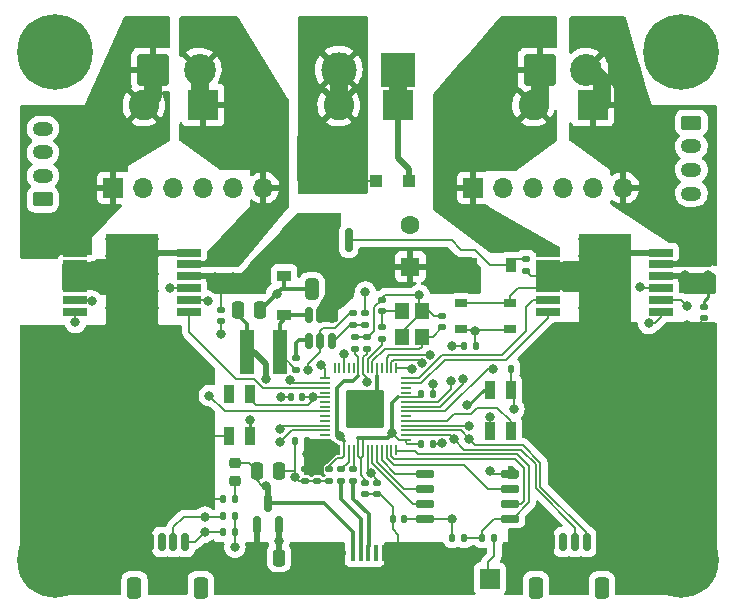
<source format=gbr>
%TF.GenerationSoftware,KiCad,Pcbnew,(6.0.1)*%
%TF.CreationDate,2022-02-12T08:58:57-05:00*%
%TF.ProjectId,motor-driver,6d6f746f-722d-4647-9269-7665722e6b69,rev?*%
%TF.SameCoordinates,Original*%
%TF.FileFunction,Copper,L1,Top*%
%TF.FilePolarity,Positive*%
%FSLAX46Y46*%
G04 Gerber Fmt 4.6, Leading zero omitted, Abs format (unit mm)*
G04 Created by KiCad (PCBNEW (6.0.1)) date 2022-02-12 08:58:57*
%MOMM*%
%LPD*%
G01*
G04 APERTURE LIST*
G04 Aperture macros list*
%AMRoundRect*
0 Rectangle with rounded corners*
0 $1 Rounding radius*
0 $2 $3 $4 $5 $6 $7 $8 $9 X,Y pos of 4 corners*
0 Add a 4 corners polygon primitive as box body*
4,1,4,$2,$3,$4,$5,$6,$7,$8,$9,$2,$3,0*
0 Add four circle primitives for the rounded corners*
1,1,$1+$1,$2,$3*
1,1,$1+$1,$4,$5*
1,1,$1+$1,$6,$7*
1,1,$1+$1,$8,$9*
0 Add four rect primitives between the rounded corners*
20,1,$1+$1,$2,$3,$4,$5,0*
20,1,$1+$1,$4,$5,$6,$7,0*
20,1,$1+$1,$6,$7,$8,$9,0*
20,1,$1+$1,$8,$9,$2,$3,0*%
G04 Aperture macros list end*
%TA.AperFunction,SMDPad,CuDef*%
%ADD10RoundRect,0.140000X-0.170000X0.140000X-0.170000X-0.140000X0.170000X-0.140000X0.170000X0.140000X0*%
%TD*%
%TA.AperFunction,SMDPad,CuDef*%
%ADD11RoundRect,0.140000X-0.140000X-0.170000X0.140000X-0.170000X0.140000X0.170000X-0.140000X0.170000X0*%
%TD*%
%TA.AperFunction,SMDPad,CuDef*%
%ADD12RoundRect,0.150000X-0.150000X-0.625000X0.150000X-0.625000X0.150000X0.625000X-0.150000X0.625000X0*%
%TD*%
%TA.AperFunction,SMDPad,CuDef*%
%ADD13RoundRect,0.250000X-0.350000X-0.650000X0.350000X-0.650000X0.350000X0.650000X-0.350000X0.650000X0*%
%TD*%
%TA.AperFunction,ComponentPad*%
%ADD14RoundRect,0.250000X-0.625000X0.350000X-0.625000X-0.350000X0.625000X-0.350000X0.625000X0.350000X0*%
%TD*%
%TA.AperFunction,ComponentPad*%
%ADD15O,1.750000X1.200000*%
%TD*%
%TA.AperFunction,SMDPad,CuDef*%
%ADD16RoundRect,0.135000X0.135000X0.185000X-0.135000X0.185000X-0.135000X-0.185000X0.135000X-0.185000X0*%
%TD*%
%TA.AperFunction,ComponentPad*%
%ADD17C,0.800000*%
%TD*%
%TA.AperFunction,ComponentPad*%
%ADD18C,6.400000*%
%TD*%
%TA.AperFunction,SMDPad,CuDef*%
%ADD19RoundRect,0.250000X0.250000X0.475000X-0.250000X0.475000X-0.250000X-0.475000X0.250000X-0.475000X0*%
%TD*%
%TA.AperFunction,SMDPad,CuDef*%
%ADD20RoundRect,0.135000X0.185000X-0.135000X0.185000X0.135000X-0.185000X0.135000X-0.185000X-0.135000X0*%
%TD*%
%TA.AperFunction,SMDPad,CuDef*%
%ADD21RoundRect,0.150000X0.650000X0.150000X-0.650000X0.150000X-0.650000X-0.150000X0.650000X-0.150000X0*%
%TD*%
%TA.AperFunction,SMDPad,CuDef*%
%ADD22R,1.200000X1.400000*%
%TD*%
%TA.AperFunction,SMDPad,CuDef*%
%ADD23R,1.050000X0.650000*%
%TD*%
%TA.AperFunction,SMDPad,CuDef*%
%ADD24RoundRect,0.140000X0.140000X0.170000X-0.140000X0.170000X-0.140000X-0.170000X0.140000X-0.170000X0*%
%TD*%
%TA.AperFunction,SMDPad,CuDef*%
%ADD25RoundRect,0.135000X-0.135000X-0.185000X0.135000X-0.185000X0.135000X0.185000X-0.135000X0.185000X0*%
%TD*%
%TA.AperFunction,ComponentPad*%
%ADD26R,3.000000X3.000000*%
%TD*%
%TA.AperFunction,ComponentPad*%
%ADD27C,3.000000*%
%TD*%
%TA.AperFunction,SMDPad,CuDef*%
%ADD28RoundRect,0.140000X0.170000X-0.140000X0.170000X0.140000X-0.170000X0.140000X-0.170000X-0.140000X0*%
%TD*%
%TA.AperFunction,SMDPad,CuDef*%
%ADD29RoundRect,0.150000X0.150000X-0.587500X0.150000X0.587500X-0.150000X0.587500X-0.150000X-0.587500X0*%
%TD*%
%TA.AperFunction,ComponentPad*%
%ADD30R,1.700000X1.700000*%
%TD*%
%TA.AperFunction,ComponentPad*%
%ADD31O,1.700000X1.700000*%
%TD*%
%TA.AperFunction,SMDPad,CuDef*%
%ADD32RoundRect,0.135000X-0.185000X0.135000X-0.185000X-0.135000X0.185000X-0.135000X0.185000X0.135000X0*%
%TD*%
%TA.AperFunction,SMDPad,CuDef*%
%ADD33RoundRect,0.218750X0.256250X-0.218750X0.256250X0.218750X-0.256250X0.218750X-0.256250X-0.218750X0*%
%TD*%
%TA.AperFunction,ComponentPad*%
%ADD34RoundRect,0.250001X-1.099999X-1.099999X1.099999X-1.099999X1.099999X1.099999X-1.099999X1.099999X0*%
%TD*%
%TA.AperFunction,ComponentPad*%
%ADD35C,2.700000*%
%TD*%
%TA.AperFunction,SMDPad,CuDef*%
%ADD36R,0.850000X1.600000*%
%TD*%
%TA.AperFunction,SMDPad,CuDef*%
%ADD37R,0.400000X1.350000*%
%TD*%
%TA.AperFunction,SMDPad,CuDef*%
%ADD38R,1.200000X1.550000*%
%TD*%
%TA.AperFunction,ComponentPad*%
%ADD39O,1.250000X0.950000*%
%TD*%
%TA.AperFunction,ComponentPad*%
%ADD40O,0.890000X1.550000*%
%TD*%
%TA.AperFunction,SMDPad,CuDef*%
%ADD41R,1.500000X1.550000*%
%TD*%
%TA.AperFunction,ComponentPad*%
%ADD42R,2.600000X2.600000*%
%TD*%
%TA.AperFunction,ComponentPad*%
%ADD43C,2.600000*%
%TD*%
%TA.AperFunction,SMDPad,CuDef*%
%ADD44R,2.000000X0.650000*%
%TD*%
%TA.AperFunction,SMDPad,CuDef*%
%ADD45R,4.500000X8.100000*%
%TD*%
%TA.AperFunction,SMDPad,CuDef*%
%ADD46RoundRect,0.150000X0.150000X-0.512500X0.150000X0.512500X-0.150000X0.512500X-0.150000X-0.512500X0*%
%TD*%
%TA.AperFunction,SMDPad,CuDef*%
%ADD47R,1.100000X1.100000*%
%TD*%
%TA.AperFunction,SMDPad,CuDef*%
%ADD48R,1.200000X3.700000*%
%TD*%
%TA.AperFunction,SMDPad,CuDef*%
%ADD49RoundRect,0.250000X-0.325000X-0.650000X0.325000X-0.650000X0.325000X0.650000X-0.325000X0.650000X0*%
%TD*%
%TA.AperFunction,SMDPad,CuDef*%
%ADD50R,0.900000X1.200000*%
%TD*%
%TA.AperFunction,SMDPad,CuDef*%
%ADD51RoundRect,0.150000X0.150000X-0.825000X0.150000X0.825000X-0.150000X0.825000X-0.150000X-0.825000X0*%
%TD*%
%TA.AperFunction,SMDPad,CuDef*%
%ADD52R,1.200000X0.900000*%
%TD*%
%TA.AperFunction,ComponentPad*%
%ADD53R,1.600000X1.600000*%
%TD*%
%TA.AperFunction,ComponentPad*%
%ADD54C,1.600000*%
%TD*%
%TA.AperFunction,ComponentPad*%
%ADD55RoundRect,0.250000X0.625000X-0.350000X0.625000X0.350000X-0.625000X0.350000X-0.625000X-0.350000X0*%
%TD*%
%TA.AperFunction,SMDPad,CuDef*%
%ADD56RoundRect,0.050000X0.387500X0.050000X-0.387500X0.050000X-0.387500X-0.050000X0.387500X-0.050000X0*%
%TD*%
%TA.AperFunction,SMDPad,CuDef*%
%ADD57RoundRect,0.050000X0.050000X0.387500X-0.050000X0.387500X-0.050000X-0.387500X0.050000X-0.387500X0*%
%TD*%
%TA.AperFunction,ComponentPad*%
%ADD58C,0.600000*%
%TD*%
%TA.AperFunction,SMDPad,CuDef*%
%ADD59RoundRect,0.144000X1.456000X1.456000X-1.456000X1.456000X-1.456000X-1.456000X1.456000X-1.456000X0*%
%TD*%
%TA.AperFunction,ViaPad*%
%ADD60C,0.800000*%
%TD*%
%TA.AperFunction,Conductor*%
%ADD61C,0.177800*%
%TD*%
%TA.AperFunction,Conductor*%
%ADD62C,0.203200*%
%TD*%
%TA.AperFunction,Conductor*%
%ADD63C,0.304800*%
%TD*%
%TA.AperFunction,Conductor*%
%ADD64C,0.508000*%
%TD*%
%TA.AperFunction,Conductor*%
%ADD65C,1.524000*%
%TD*%
%TA.AperFunction,Conductor*%
%ADD66C,0.250000*%
%TD*%
%TA.AperFunction,Conductor*%
%ADD67C,0.200000*%
%TD*%
G04 APERTURE END LIST*
D10*
%TO.P,C9,1*%
%TO.N,+1V1*%
X150762000Y-124995000D03*
%TO.P,C9,2*%
%TO.N,GND*%
X150762000Y-125955000D03*
%TD*%
D11*
%TO.P,C16,1*%
%TO.N,+3V3*%
X154473000Y-121665000D03*
%TO.P,C16,2*%
%TO.N,GND*%
X155433000Y-121665000D03*
%TD*%
D12*
%TO.P,J7,1,Pin_1*%
%TO.N,GND*%
X131500000Y-130000000D03*
%TO.P,J7,2,Pin_2*%
%TO.N,unconnected-(J7-Pad2)*%
X132500000Y-130000000D03*
%TO.P,J7,3,Pin_3*%
%TO.N,/SDA*%
X133500000Y-130000000D03*
%TO.P,J7,4,Pin_4*%
%TO.N,/SCL*%
X134500000Y-130000000D03*
D13*
%TO.P,J7,MP*%
%TO.N,N/C*%
X130200000Y-133875000D03*
X135800000Y-133875000D03*
%TD*%
D14*
%TO.P,J9,1,Pin_1*%
%TO.N,/ENC2_B*%
X177350000Y-94500000D03*
D15*
%TO.P,J9,2,Pin_2*%
%TO.N,/ENC2_A*%
X177350000Y-96500000D03*
%TO.P,J9,3,Pin_3*%
%TO.N,+3V3*%
X177350000Y-98500000D03*
%TO.P,J9,4,Pin_4*%
%TO.N,GND*%
X177350000Y-100500000D03*
%TD*%
D11*
%TO.P,C15,1*%
%TO.N,+3V3*%
X154473000Y-117474000D03*
%TO.P,C15,2*%
%TO.N,GND*%
X155433000Y-117474000D03*
%TD*%
D16*
%TO.P,R9,1*%
%TO.N,+3V3*%
X138699000Y-129158000D03*
%TO.P,R9,2*%
%TO.N,/SCL*%
X137679000Y-129158000D03*
%TD*%
D17*
%TO.P,REF\u002A\u002A,1*%
%TO.N,GND*%
X178197056Y-133197056D03*
X178197056Y-129802944D03*
X174100000Y-131500000D03*
D18*
X176500000Y-131500000D03*
X176500000Y-131500000D03*
D17*
X174802944Y-133197056D03*
X174802944Y-129802944D03*
X176500000Y-129100000D03*
X176500000Y-133900000D03*
X178900000Y-131500000D03*
%TD*%
D19*
%TO.P,C3,1*%
%TO.N,GND*%
X142441000Y-123951000D03*
%TO.P,C3,2*%
%TO.N,+5V*%
X140541000Y-123951000D03*
%TD*%
D10*
%TO.P,C19,1*%
%TO.N,Net-(C19-Pad1)*%
X143904000Y-114454000D03*
%TO.P,C19,2*%
%TO.N,Net-(C19-Pad2)*%
X143904000Y-115414000D03*
%TD*%
D20*
%TO.P,R8,1*%
%TO.N,Net-(R11-Pad2)*%
X148730000Y-111634000D03*
%TO.P,R8,2*%
%TO.N,GND*%
X148730000Y-110614000D03*
%TD*%
D21*
%TO.P,U6,1,~{CS}*%
%TO.N,/QSPI_SS*%
X161982000Y-128015000D03*
%TO.P,U6,2,DO(IO1)*%
%TO.N,/QSPI_SD1*%
X161982000Y-126745000D03*
%TO.P,U6,3,IO2*%
%TO.N,/QSPI_SD2*%
X161982000Y-125475000D03*
%TO.P,U6,4,GND*%
%TO.N,GND*%
X161982000Y-124205000D03*
%TO.P,U6,5,DI(IO0)*%
%TO.N,/QSPI_SD0*%
X154782000Y-124205000D03*
%TO.P,U6,6,CLK*%
%TO.N,/QSPI_SCLK*%
X154782000Y-125475000D03*
%TO.P,U6,7,IO3*%
%TO.N,/QSPI_SD3*%
X154782000Y-126745000D03*
%TO.P,U6,8,VCC*%
%TO.N,+3V3*%
X154782000Y-128015000D03*
%TD*%
D22*
%TO.P,Y1,1,1*%
%TO.N,Net-(C20-Pad1)*%
X152833000Y-110409000D03*
%TO.P,Y1,2,2*%
%TO.N,GND*%
X152833000Y-112609000D03*
%TO.P,Y1,3,3*%
%TO.N,/XIN*%
X154533000Y-112609000D03*
%TO.P,Y1,4,4*%
%TO.N,GND*%
X154533000Y-110409000D03*
%TD*%
D23*
%TO.P,SW1,1,1*%
%TO.N,GND*%
X157831000Y-109795000D03*
X161981000Y-109795000D03*
%TO.P,SW1,2,2*%
%TO.N,/RUN*%
X157831000Y-111945000D03*
X161981000Y-111945000D03*
%TD*%
D24*
%TO.P,C13,1*%
%TO.N,+3V3*%
X144765000Y-121411000D03*
%TO.P,C13,2*%
%TO.N,GND*%
X143805000Y-121411000D03*
%TD*%
D25*
%TO.P,R2,1*%
%TO.N,/QSPI_SS*%
X159650000Y-129666000D03*
%TO.P,R2,2*%
%TO.N,/~{USB_BOOT}*%
X160670000Y-129666000D03*
%TD*%
D26*
%TO.P,J12,1,Pin_1*%
%TO.N,GND*%
X152500000Y-90000000D03*
D27*
%TO.P,J12,2,Pin_2*%
%TO.N,VBUS*%
X147500000Y-90000000D03*
%TD*%
D28*
%TO.P,C20,1*%
%TO.N,Net-(C20-Pad1)*%
X151143000Y-110461000D03*
%TO.P,C20,2*%
%TO.N,GND*%
X151143000Y-109501000D03*
%TD*%
D18*
%TO.P,REF\u002A\u002A,1*%
%TO.N,GND*%
X176500000Y-88500000D03*
D17*
X174100000Y-88500000D03*
X176500000Y-86100000D03*
X178197056Y-90197056D03*
D18*
X176500000Y-88500000D03*
D17*
X178900000Y-88500000D03*
X178197056Y-86802944D03*
X174802944Y-90197056D03*
X174802944Y-86802944D03*
X176500000Y-90900000D03*
%TD*%
D29*
%TO.P,U4,1,GND*%
%TO.N,GND*%
X140541000Y-128571500D03*
%TO.P,U4,2,VO*%
%TO.N,+3V3*%
X142441000Y-128571500D03*
%TO.P,U4,3,VI*%
%TO.N,+5V*%
X141491000Y-126696500D03*
%TD*%
D30*
%TO.P,J4,1,Pin_1*%
%TO.N,/M1B*%
X128410000Y-100000000D03*
D31*
%TO.P,J4,2,Pin_2*%
%TO.N,/ENC1_A*%
X130950000Y-100000000D03*
%TO.P,J4,3,Pin_3*%
%TO.N,GND*%
X133490000Y-100000000D03*
%TO.P,J4,4,Pin_4*%
%TO.N,+3V3*%
X136030000Y-100000000D03*
%TO.P,J4,5,Pin_5*%
%TO.N,/ENC1_B*%
X138570000Y-100000000D03*
%TO.P,J4,6,Pin_6*%
%TO.N,/M1A*%
X141110000Y-100000000D03*
%TD*%
D28*
%TO.P,C21,1*%
%TO.N,/XIN*%
X156262000Y-111819000D03*
%TO.P,C21,2*%
%TO.N,GND*%
X156262000Y-110859000D03*
%TD*%
D10*
%TO.P,C17,1*%
%TO.N,+3V3*%
X149746000Y-124995000D03*
%TO.P,C17,2*%
%TO.N,GND*%
X149746000Y-125955000D03*
%TD*%
D32*
%TO.P,R12,1*%
%TO.N,Net-(Q1-Pad4)*%
X163335000Y-106042000D03*
%TO.P,R12,2*%
%TO.N,GND*%
X163335000Y-107062000D03*
%TD*%
D33*
%TO.P,D1,1,K*%
%TO.N,Net-(D1-Pad1)*%
X138697000Y-124865500D03*
%TO.P,D1,2,A*%
%TO.N,+5V*%
X138697000Y-123290500D03*
%TD*%
D24*
%TO.P,C18,1*%
%TO.N,+3V3*%
X153020005Y-128040409D03*
%TO.P,C18,2*%
%TO.N,GND*%
X152060005Y-128040409D03*
%TD*%
D10*
%TO.P,C5,1*%
%TO.N,+1V1*%
X146698000Y-123852000D03*
%TO.P,C5,2*%
%TO.N,GND*%
X146698000Y-124812000D03*
%TD*%
D28*
%TO.P,C10,1*%
%TO.N,+1V1*%
X148857000Y-113636000D03*
%TO.P,C10,2*%
%TO.N,GND*%
X148857000Y-112676000D03*
%TD*%
D30*
%TO.P,J5,1,Pin_1*%
%TO.N,/M2B*%
X158890000Y-100000000D03*
D31*
%TO.P,J5,2,Pin_2*%
%TO.N,/ENC2_A*%
X161430000Y-100000000D03*
%TO.P,J5,3,Pin_3*%
%TO.N,GND*%
X163970000Y-100000000D03*
%TO.P,J5,4,Pin_4*%
%TO.N,+3V3*%
X166510000Y-100000000D03*
%TO.P,J5,5,Pin_5*%
%TO.N,/ENC2_B*%
X169050000Y-100000000D03*
%TO.P,J5,6,Pin_6*%
%TO.N,/M2A*%
X171590000Y-100000000D03*
%TD*%
D34*
%TO.P,J11,1,Pin_1*%
%TO.N,/M2B*%
X164500000Y-90000000D03*
D35*
%TO.P,J11,2,Pin_2*%
%TO.N,/M2A*%
X168460000Y-90000000D03*
%TD*%
D36*
%TO.P,D3,1,VDD*%
%TO.N,+3V3*%
X139953000Y-117502000D03*
%TO.P,D3,2,DOUT*%
%TO.N,unconnected-(D3-Pad2)*%
X138203000Y-117502000D03*
%TO.P,D3,3,VSS*%
%TO.N,GND*%
X138203000Y-121002000D03*
%TO.P,D3,4,DIN*%
%TO.N,Net-(D3-Pad4)*%
X139953000Y-121002000D03*
%TD*%
D10*
%TO.P,C14,1*%
%TO.N,+3V3*%
X144666000Y-123852000D03*
%TO.P,C14,2*%
%TO.N,GND*%
X144666000Y-124812000D03*
%TD*%
D37*
%TO.P,J14,1,VBUS*%
%TO.N,+5V*%
X148700000Y-130933000D03*
%TO.P,J14,2,D-*%
%TO.N,/USB_D-*%
X149350000Y-130933000D03*
%TO.P,J14,3,D+*%
%TO.N,/USB_D+*%
X150000000Y-130933000D03*
%TO.P,J14,4,ID*%
%TO.N,unconnected-(J14-Pad4)*%
X150650000Y-130933000D03*
%TO.P,J14,5,GND*%
%TO.N,GND*%
X151300000Y-130933000D03*
D38*
%TO.P,J14,6,Shield*%
X152900000Y-133633000D03*
D39*
X147500000Y-130933000D03*
X152500000Y-130933000D03*
D40*
X153500000Y-133633000D03*
D38*
X147100000Y-133633000D03*
D40*
X146500000Y-133633000D03*
D41*
X149000000Y-133633000D03*
X151000000Y-133633000D03*
%TD*%
D36*
%TO.P,D4,1,VDD*%
%TO.N,+3V3*%
X162051000Y-117121000D03*
%TO.P,D4,2,DOUT*%
%TO.N,Net-(D3-Pad4)*%
X160301000Y-117121000D03*
%TO.P,D4,3,VSS*%
%TO.N,GND*%
X160301000Y-120621000D03*
%TO.P,D4,4,DIN*%
%TO.N,/NEOPIXEL*%
X162051000Y-120621000D03*
%TD*%
D18*
%TO.P,REF\u002A\u002A,1*%
%TO.N,GND*%
X123500000Y-131500000D03*
D17*
X121802944Y-133197056D03*
X121802944Y-129802944D03*
X123500000Y-133900000D03*
X125900000Y-131500000D03*
X121100000Y-131500000D03*
X125197056Y-129802944D03*
X123500000Y-129100000D03*
X125197056Y-133197056D03*
D18*
X123500000Y-131500000D03*
%TD*%
D42*
%TO.P,J3,1,Pin_1*%
%TO.N,GND*%
X152500000Y-93000000D03*
D43*
%TO.P,J3,2,Pin_2*%
%TO.N,VBUS*%
X147500000Y-93000000D03*
%TD*%
D28*
%TO.P,C11,1*%
%TO.N,+3V3*%
X149873000Y-113636000D03*
%TO.P,C11,2*%
%TO.N,GND*%
X149873000Y-112676000D03*
%TD*%
D20*
%TO.P,R6,1*%
%TO.N,/USB_D-*%
X147714000Y-124842000D03*
%TO.P,R6,2*%
%TO.N,Net-(R6-Pad2)*%
X147714000Y-123822000D03*
%TD*%
D25*
%TO.P,R3,1*%
%TO.N,+3V3*%
X157110000Y-129666000D03*
%TO.P,R3,2*%
%TO.N,/QSPI_SS*%
X158130000Y-129666000D03*
%TD*%
D44*
%TO.P,U2,1,DIR*%
%TO.N,/M2_DIR*%
X174800000Y-110500000D03*
%TO.P,U2,2,VSO*%
%TO.N,+3V3*%
X174800000Y-109500000D03*
%TO.P,U2,3,SO*%
%TO.N,/M2_FLAG*%
X174800000Y-108500000D03*
%TO.P,U2,4,VS*%
%TO.N,VCC*%
X174800000Y-107500000D03*
%TO.P,U2,5,OUT1*%
%TO.N,/M2A*%
X174800000Y-106500000D03*
%TO.P,U2,6,GND*%
%TO.N,GND*%
X174800000Y-105500000D03*
%TO.P,U2,7,OUT2*%
%TO.N,/M2B*%
X165200000Y-105500000D03*
%TO.P,U2,8,SI*%
%TO.N,GND*%
X165200000Y-106500000D03*
%TO.P,U2,9,CSN*%
X165200000Y-107500000D03*
%TO.P,U2,10,CSK*%
X165200000Y-108500000D03*
%TO.P,U2,11,DIS*%
%TO.N,/M2_ENABLE*%
X165200000Y-109500000D03*
%TO.P,U2,12,PWM*%
%TO.N,/M2_PWM*%
X165200000Y-110500000D03*
D17*
%TO.P,U2,13,GND*%
%TO.N,GND*%
X170000000Y-111650000D03*
X168150000Y-108730000D03*
X171850000Y-108730000D03*
X168150000Y-107270000D03*
X170000000Y-105810000D03*
X171850000Y-110190000D03*
X168150000Y-110190000D03*
X170000000Y-107270000D03*
X168150000Y-111650000D03*
X170000000Y-108730000D03*
D45*
X170000000Y-108000000D03*
D17*
X170000000Y-110190000D03*
X171850000Y-104350000D03*
X168150000Y-105810000D03*
X168150000Y-104350000D03*
X171850000Y-105810000D03*
X171850000Y-111650000D03*
X170000000Y-104350000D03*
X171850000Y-107270000D03*
%TD*%
D16*
%TO.P,R10,1*%
%TO.N,+3V3*%
X138699000Y-127761000D03*
%TO.P,R10,2*%
%TO.N,/SDA*%
X137679000Y-127761000D03*
%TD*%
D46*
%TO.P,U3,1,BOOST*%
%TO.N,Net-(C19-Pad1)*%
X144986000Y-113023500D03*
%TO.P,U3,2,GND*%
%TO.N,GND*%
X145936000Y-113023500D03*
%TO.P,U3,3,FB*%
%TO.N,Net-(R11-Pad2)*%
X146886000Y-113023500D03*
%TO.P,U3,4,EN*%
%TO.N,VCC*%
X146886000Y-110748500D03*
%TO.P,U3,5,VIN*%
X145936000Y-110748500D03*
%TO.P,U3,6,SW*%
%TO.N,Net-(C19-Pad2)*%
X144986000Y-110748500D03*
%TD*%
D30*
%TO.P,J13,1,Pin_1*%
%TO.N,/~{USB_BOOT}*%
X160287000Y-133095000D03*
%TD*%
D42*
%TO.P,J2,1,Pin_1*%
%TO.N,/M2A*%
X169000000Y-93000000D03*
D43*
%TO.P,J2,2,Pin_2*%
%TO.N,/M2B*%
X164000000Y-93000000D03*
%TD*%
D24*
%TO.P,C12,1*%
%TO.N,+3V3*%
X144384000Y-117728000D03*
%TO.P,C12,2*%
%TO.N,GND*%
X143424000Y-117728000D03*
%TD*%
D25*
%TO.P,R1,1*%
%TO.N,GND*%
X137677000Y-126364000D03*
%TO.P,R1,2*%
%TO.N,Net-(D1-Pad1)*%
X138697000Y-126364000D03*
%TD*%
D47*
%TO.P,D6,1,A1*%
%TO.N,GND*%
X153432000Y-99440000D03*
%TO.P,D6,2,A2*%
%TO.N,VBUS*%
X150632000Y-99440000D03*
%TD*%
D20*
%TO.P,R5,1*%
%TO.N,/USB_D+*%
X148730000Y-124842000D03*
%TO.P,R5,2*%
%TO.N,Net-(R5-Pad2)*%
X148730000Y-123822000D03*
%TD*%
D25*
%TO.P,R7,1*%
%TO.N,+3V3*%
X158126000Y-113410000D03*
%TO.P,R7,2*%
%TO.N,/RUN*%
X159146000Y-113410000D03*
%TD*%
D34*
%TO.P,J10,1,Pin_1*%
%TO.N,/M1B*%
X131750000Y-90000000D03*
D35*
%TO.P,J10,2,Pin_2*%
%TO.N,/M1A*%
X135710000Y-90000000D03*
%TD*%
D11*
%TO.P,C23,1*%
%TO.N,+3V3*%
X162093000Y-115315000D03*
%TO.P,C23,2*%
%TO.N,GND*%
X163053000Y-115315000D03*
%TD*%
D48*
%TO.P,L1,1*%
%TO.N,Net-(C19-Pad2)*%
X142510000Y-113918000D03*
%TO.P,L1,2*%
%TO.N,+5V*%
X139710000Y-113918000D03*
%TD*%
D17*
%TO.P,REF\u002A\u002A,1*%
%TO.N,GND*%
X125197056Y-86802944D03*
D18*
X123500000Y-88500000D03*
D17*
X123500000Y-90900000D03*
X121100000Y-88500000D03*
X125900000Y-88500000D03*
X123500000Y-86100000D03*
X121802944Y-86802944D03*
X121802944Y-90197056D03*
X125197056Y-90197056D03*
D18*
X123500000Y-88500000D03*
%TD*%
D49*
%TO.P,C4,1*%
%TO.N,GND*%
X145223000Y-108584000D03*
%TO.P,C4,2*%
%TO.N,VCC*%
X148173000Y-108584000D03*
%TD*%
D10*
%TO.P,C7,1*%
%TO.N,VCC*%
X137554000Y-110362000D03*
%TO.P,C7,2*%
%TO.N,GND*%
X137554000Y-111322000D03*
%TD*%
D50*
%TO.P,D5,1,K*%
%TO.N,VCC*%
X158764000Y-106552000D03*
%TO.P,D5,2,A*%
%TO.N,Net-(Q1-Pad4)*%
X162064000Y-106552000D03*
%TD*%
D10*
%TO.P,C8,1*%
%TO.N,VCC*%
X178448000Y-110070000D03*
%TO.P,C8,2*%
%TO.N,GND*%
X178448000Y-111030000D03*
%TD*%
D51*
%TO.P,Q1,1,S*%
%TO.N,VCC*%
X144539000Y-104455000D03*
%TO.P,Q1,2,S*%
X145809000Y-104455000D03*
%TO.P,Q1,3,S*%
X147079000Y-104455000D03*
%TO.P,Q1,4,G*%
%TO.N,Net-(Q1-Pad4)*%
X148349000Y-104455000D03*
%TO.P,Q1,5,D*%
%TO.N,VBUS*%
X148349000Y-99505000D03*
%TO.P,Q1,6,D*%
X147079000Y-99505000D03*
%TO.P,Q1,7,D*%
X145809000Y-99505000D03*
%TO.P,Q1,8,D*%
X144539000Y-99505000D03*
%TD*%
D52*
%TO.P,D2,1,K*%
%TO.N,Net-(C19-Pad2)*%
X142888000Y-110742000D03*
%TO.P,D2,2,A*%
%TO.N,GND*%
X142888000Y-107442000D03*
%TD*%
D10*
%TO.P,C6,1*%
%TO.N,+3V3*%
X145682000Y-123852000D03*
%TO.P,C6,2*%
%TO.N,GND*%
X145682000Y-124812000D03*
%TD*%
D19*
%TO.P,C22,1*%
%TO.N,GND*%
X140856000Y-110362000D03*
%TO.P,C22,2*%
%TO.N,+5V*%
X138956000Y-110362000D03*
%TD*%
D42*
%TO.P,J1,1,Pin_1*%
%TO.N,/M1A*%
X136000000Y-93000008D03*
D43*
%TO.P,J1,2,Pin_2*%
%TO.N,/M1B*%
X131000000Y-93000008D03*
%TD*%
D32*
%TO.P,R11,1*%
%TO.N,+5V*%
X149746000Y-110614000D03*
%TO.P,R11,2*%
%TO.N,Net-(R11-Pad2)*%
X149746000Y-111634000D03*
%TD*%
D53*
%TO.P,C1,1*%
%TO.N,VCC*%
X153556000Y-106680651D03*
D54*
%TO.P,C1,2*%
%TO.N,GND*%
X153556000Y-103180651D03*
%TD*%
D12*
%TO.P,J6,1,Pin_1*%
%TO.N,GND*%
X165500000Y-130000000D03*
%TO.P,J6,2,Pin_2*%
%TO.N,unconnected-(J6-Pad2)*%
X166500000Y-130000000D03*
%TO.P,J6,3,Pin_3*%
%TO.N,/SDA*%
X167500000Y-130000000D03*
%TO.P,J6,4,Pin_4*%
%TO.N,/SCL*%
X168500000Y-130000000D03*
D13*
%TO.P,J6,MP*%
%TO.N,N/C*%
X164200000Y-133875000D03*
X169800000Y-133875000D03*
%TD*%
D44*
%TO.P,U1,1,DIR*%
%TO.N,/M1_DIR*%
X134800000Y-110500000D03*
%TO.P,U1,2,VSO*%
%TO.N,+3V3*%
X134800000Y-109500000D03*
%TO.P,U1,3,SO*%
%TO.N,/M1_FLAG*%
X134800000Y-108500000D03*
%TO.P,U1,4,VS*%
%TO.N,VCC*%
X134800000Y-107500000D03*
%TO.P,U1,5,OUT1*%
%TO.N,/M1A*%
X134800000Y-106500000D03*
%TO.P,U1,6,GND*%
%TO.N,GND*%
X134800000Y-105500000D03*
%TO.P,U1,7,OUT2*%
%TO.N,/M1B*%
X125200000Y-105500000D03*
%TO.P,U1,8,SI*%
%TO.N,GND*%
X125200000Y-106500000D03*
%TO.P,U1,9,CSN*%
X125200000Y-107500000D03*
%TO.P,U1,10,CSK*%
X125200000Y-108500000D03*
%TO.P,U1,11,DIS*%
%TO.N,/M1_ENABLE*%
X125200000Y-109500000D03*
%TO.P,U1,12,PWM*%
%TO.N,/M1_PWM*%
X125200000Y-110500000D03*
D17*
%TO.P,U1,13,GND*%
%TO.N,GND*%
X128150000Y-105810000D03*
X128150000Y-111650000D03*
X128150000Y-104350000D03*
X131850000Y-107270000D03*
X130000000Y-107270000D03*
X131850000Y-110190000D03*
X131850000Y-111650000D03*
X131850000Y-105810000D03*
X128150000Y-108730000D03*
X130000000Y-110190000D03*
X131850000Y-108730000D03*
X131850000Y-104350000D03*
X128150000Y-110190000D03*
D45*
X130000000Y-108000000D03*
D17*
X128150000Y-107270000D03*
X130000000Y-105810000D03*
X130000000Y-108730000D03*
X130000000Y-104350000D03*
X130000000Y-111650000D03*
%TD*%
D20*
%TO.P,R4,1*%
%TO.N,/XOUT*%
X151143000Y-112777000D03*
%TO.P,R4,2*%
%TO.N,Net-(C20-Pad1)*%
X151143000Y-111757000D03*
%TD*%
D19*
%TO.P,C2,1*%
%TO.N,+3V3*%
X142441000Y-131317000D03*
%TO.P,C2,2*%
%TO.N,GND*%
X140541000Y-131317000D03*
%TD*%
D55*
%TO.P,J8,1,Pin_1*%
%TO.N,/ENC1_B*%
X122450000Y-101000000D03*
D15*
%TO.P,J8,2,Pin_2*%
%TO.N,/ENC1_A*%
X122450000Y-99000000D03*
%TO.P,J8,3,Pin_3*%
%TO.N,+3V3*%
X122450000Y-97000000D03*
%TO.P,J8,4,Pin_4*%
%TO.N,GND*%
X122450000Y-95000000D03*
%TD*%
D56*
%TO.P,U5,1,IOVDD*%
%TO.N,+3V3*%
X153183500Y-121344000D03*
%TO.P,U5,2,GPIO0*%
%TO.N,/SDA*%
X153183500Y-120944000D03*
%TO.P,U5,3,GPIO1*%
%TO.N,/SCL*%
X153183500Y-120544000D03*
%TO.P,U5,4,GPIO2*%
%TO.N,/M2_DIR*%
X153183500Y-120144000D03*
%TO.P,U5,5,GPIO3*%
%TO.N,/NEOPIXEL*%
X153183500Y-119744000D03*
%TO.P,U5,6,GPIO4*%
%TO.N,unconnected-(U5-Pad6)*%
X153183500Y-119344000D03*
%TO.P,U5,7,GPIO5*%
%TO.N,/M2_FLAG*%
X153183500Y-118944000D03*
%TO.P,U5,8,GPIO6*%
%TO.N,/ENC2_B*%
X153183500Y-118544000D03*
%TO.P,U5,9,GPIO7*%
%TO.N,/ENC2_A*%
X153183500Y-118144000D03*
%TO.P,U5,10,IOVDD*%
%TO.N,+3V3*%
X153183500Y-117744000D03*
%TO.P,U5,11,GPIO8*%
%TO.N,unconnected-(U5-Pad11)*%
X153183500Y-117344000D03*
%TO.P,U5,12,GPIO9*%
%TO.N,unconnected-(U5-Pad12)*%
X153183500Y-116944000D03*
%TO.P,U5,13,GPIO10*%
%TO.N,/M2_PWM*%
X153183500Y-116544000D03*
%TO.P,U5,14,GPIO11*%
%TO.N,/M2_ENABLE*%
X153183500Y-116144000D03*
D57*
%TO.P,U5,15,GPIO12*%
%TO.N,/ADDR_0*%
X152346000Y-115306500D03*
%TO.P,U5,16,GPIO13*%
%TO.N,/ADDR_1*%
X151946000Y-115306500D03*
%TO.P,U5,17,GPIO14*%
%TO.N,/ADDR_2*%
X151546000Y-115306500D03*
%TO.P,U5,18,GPIO15*%
%TO.N,unconnected-(U5-Pad18)*%
X151146000Y-115306500D03*
%TO.P,U5,19,TESTEN*%
%TO.N,GND*%
X150746000Y-115306500D03*
%TO.P,U5,20,XIN*%
%TO.N,/XIN*%
X150346000Y-115306500D03*
%TO.P,U5,21,XOUT*%
%TO.N,/XOUT*%
X149946000Y-115306500D03*
%TO.P,U5,22,IOVDD*%
%TO.N,+3V3*%
X149546000Y-115306500D03*
%TO.P,U5,23,DVDD*%
%TO.N,+1V1*%
X149146000Y-115306500D03*
%TO.P,U5,24,SWCLK*%
%TO.N,unconnected-(U5-Pad24)*%
X148746000Y-115306500D03*
%TO.P,U5,25,SWD*%
%TO.N,unconnected-(U5-Pad25)*%
X148346000Y-115306500D03*
%TO.P,U5,26,RUN*%
%TO.N,/RUN*%
X147946000Y-115306500D03*
%TO.P,U5,27,GPIO16*%
%TO.N,unconnected-(U5-Pad27)*%
X147546000Y-115306500D03*
%TO.P,U5,28,GPIO17*%
%TO.N,unconnected-(U5-Pad28)*%
X147146000Y-115306500D03*
D56*
%TO.P,U5,29,GPIO18*%
%TO.N,/ENC1_B*%
X146308500Y-116144000D03*
%TO.P,U5,30,GPIO19*%
%TO.N,/ENC1_A*%
X146308500Y-116544000D03*
%TO.P,U5,31,GPIO20*%
%TO.N,/M1_DIR*%
X146308500Y-116944000D03*
%TO.P,U5,32,GPIO21*%
%TO.N,unconnected-(U5-Pad32)*%
X146308500Y-117344000D03*
%TO.P,U5,33,IOVDD*%
%TO.N,+3V3*%
X146308500Y-117744000D03*
%TO.P,U5,34,GPIO22*%
%TO.N,unconnected-(U5-Pad34)*%
X146308500Y-118144000D03*
%TO.P,U5,35,GPIO23*%
%TO.N,unconnected-(U5-Pad35)*%
X146308500Y-118544000D03*
%TO.P,U5,36,GPIO24*%
%TO.N,/M1_FLAG*%
X146308500Y-118944000D03*
%TO.P,U5,37,GPIO25*%
%TO.N,unconnected-(U5-Pad37)*%
X146308500Y-119344000D03*
%TO.P,U5,38,GPIO26_ADC0*%
%TO.N,unconnected-(U5-Pad38)*%
X146308500Y-119744000D03*
%TO.P,U5,39,GPIO27_ADC1*%
%TO.N,/M1_ENABLE*%
X146308500Y-120144000D03*
%TO.P,U5,40,GPIO28_ADC2*%
%TO.N,/M1_PWM*%
X146308500Y-120544000D03*
%TO.P,U5,41,GPIO29_ADC3*%
%TO.N,unconnected-(U5-Pad41)*%
X146308500Y-120944000D03*
%TO.P,U5,42,IOVDD*%
%TO.N,+3V3*%
X146308500Y-121344000D03*
D57*
%TO.P,U5,43,ADC_AVDD*%
X147146000Y-122181500D03*
%TO.P,U5,44,VREG_IN*%
X147546000Y-122181500D03*
%TO.P,U5,45,VREG_VOUT*%
%TO.N,+1V1*%
X147946000Y-122181500D03*
%TO.P,U5,46,USB_DM*%
%TO.N,Net-(R6-Pad2)*%
X148346000Y-122181500D03*
%TO.P,U5,47,USB_DP*%
%TO.N,Net-(R5-Pad2)*%
X148746000Y-122181500D03*
%TO.P,U5,48,USB_VDD*%
%TO.N,+3V3*%
X149146000Y-122181500D03*
%TO.P,U5,49,IOVDD*%
X149546000Y-122181500D03*
%TO.P,U5,50,DVDD*%
%TO.N,+1V1*%
X149946000Y-122181500D03*
%TO.P,U5,51,QSPI_SD3*%
%TO.N,/QSPI_SD3*%
X150346000Y-122181500D03*
%TO.P,U5,52,QSPI_SCLK*%
%TO.N,/QSPI_SCLK*%
X150746000Y-122181500D03*
%TO.P,U5,53,QSPI_SD0*%
%TO.N,/QSPI_SD0*%
X151146000Y-122181500D03*
%TO.P,U5,54,QSPI_SD2*%
%TO.N,/QSPI_SD2*%
X151546000Y-122181500D03*
%TO.P,U5,55,QSPI_SD1*%
%TO.N,/QSPI_SD1*%
X151946000Y-122181500D03*
%TO.P,U5,56,QSPI_SS*%
%TO.N,/QSPI_SS*%
X152346000Y-122181500D03*
D58*
%TO.P,U5,57,GND*%
%TO.N,GND*%
X148471000Y-120019000D03*
X149746000Y-118744000D03*
X148471000Y-117469000D03*
X149746000Y-120019000D03*
D59*
X149746000Y-118744000D03*
D58*
X151021000Y-118744000D03*
X151021000Y-117469000D03*
X151021000Y-120019000D03*
X148471000Y-118744000D03*
X149746000Y-117469000D03*
%TD*%
D60*
%TO.N,GND*%
X129680000Y-124840000D03*
X134760000Y-119760000D03*
X127140000Y-117220000D03*
X172860000Y-122300000D03*
X124600000Y-114680000D03*
X129680000Y-114680000D03*
X124600000Y-119760000D03*
X127140000Y-124840000D03*
X167780000Y-117220000D03*
X134760000Y-124840000D03*
X175400000Y-117220000D03*
X175400000Y-119760000D03*
X172860000Y-114680000D03*
X143805000Y-124487000D03*
X132220000Y-114680000D03*
X132220000Y-122300000D03*
X170320000Y-122300000D03*
X160287000Y-119379000D03*
X142634000Y-117728000D03*
X167780000Y-119760000D03*
X172860000Y-119760000D03*
X160287000Y-123951000D03*
X170320000Y-114680000D03*
X155461000Y-116585000D03*
X165240000Y-119760000D03*
X167780000Y-122300000D03*
X127140000Y-119760000D03*
X165240000Y-122300000D03*
X167780000Y-114680000D03*
X177000000Y-111600000D03*
X175400000Y-114680000D03*
X170320000Y-119760000D03*
X124600000Y-122300000D03*
X124600000Y-117220000D03*
X124600000Y-124840000D03*
X156223000Y-121622700D03*
X172860000Y-117220000D03*
X170320000Y-117220000D03*
X127140000Y-122300000D03*
X165240000Y-117220000D03*
X127140000Y-114680000D03*
X132220000Y-124840000D03*
X175400000Y-122300000D03*
X154318000Y-109092000D03*
X137554000Y-112394000D03*
X144920000Y-115442000D03*
X129680000Y-117220000D03*
X165240000Y-114680000D03*
X170320000Y-124840000D03*
X167780000Y-124840000D03*
X132220000Y-119760000D03*
X134760000Y-114680000D03*
X134760000Y-122300000D03*
X129680000Y-119760000D03*
X142253000Y-108965000D03*
X175400000Y-124840000D03*
X129680000Y-122300000D03*
X132220000Y-117220000D03*
X134760000Y-117220000D03*
X172860000Y-124840000D03*
%TO.N,VCC*%
X146952000Y-106480000D03*
X147968000Y-106480000D03*
X144666000Y-106480000D03*
X178800000Y-107400000D03*
X137000000Y-107600000D03*
X178800000Y-108600000D03*
X137046000Y-108584000D03*
X176800000Y-107400000D03*
X176800000Y-108600000D03*
X138570000Y-107568000D03*
X138570000Y-108584000D03*
X145682000Y-106480000D03*
%TO.N,+3V3*%
X138697000Y-130428000D03*
X146063000Y-122554000D03*
X145285000Y-117744000D03*
X157112000Y-113410000D03*
X162319000Y-118744000D03*
X149873000Y-116458000D03*
X157112000Y-128015000D03*
X177000000Y-110000000D03*
X144793000Y-122554000D03*
X136411000Y-109600000D03*
X142441000Y-129920000D03*
X152032000Y-120776000D03*
%TO.N,/M1_PWM*%
X125200000Y-111400000D03*
X142507000Y-121538000D03*
%TO.N,/SDA*%
X157239000Y-121284000D03*
X136157000Y-127888000D03*
%TO.N,/SCL*%
X158509000Y-121245380D03*
X136157000Y-129158000D03*
%TO.N,/M2_DIR*%
X173750000Y-111500000D03*
X158509000Y-120141000D03*
%TO.N,/ENC1_A*%
X143402074Y-116265964D03*
%TO.N,/ENC1_B*%
X145987253Y-114985253D03*
%TO.N,/ENC2_B*%
X158001000Y-116204000D03*
%TO.N,/ENC2_A*%
X156985000Y-116331000D03*
%TO.N,/M1_FLAG*%
X136538000Y-117601000D03*
X133236000Y-108457000D03*
%TO.N,/M2_FLAG*%
X173000000Y-108400000D03*
X160541000Y-115315000D03*
%TO.N,+1V1*%
X150193964Y-124138036D03*
X147565000Y-121052000D03*
%TO.N,/RUN*%
X159017000Y-112140000D03*
X147968000Y-114045000D03*
%TO.N,/M1_ENABLE*%
X142507000Y-120395000D03*
X126600000Y-109600000D03*
%TO.N,+5V*%
X141364000Y-125221000D03*
X149746000Y-108838000D03*
X141364000Y-116204000D03*
%TO.N,Net-(D3-Pad4)*%
X139967000Y-119695500D03*
X158371817Y-118439083D03*
%TO.N,/ADDR_0*%
X153694661Y-115328138D03*
%TO.N,/ADDR_1*%
X154546620Y-114849300D03*
%TO.N,/ADDR_2*%
X155257986Y-114179167D03*
%TD*%
D61*
%TO.N,GND*%
X162657000Y-108500000D02*
X165200000Y-108500000D01*
X155127000Y-110409000D02*
X155588000Y-110870000D01*
X152060005Y-128932005D02*
X152500000Y-129372000D01*
D62*
X147206000Y-111886000D02*
X146190000Y-111886000D01*
D63*
X151021000Y-117469000D02*
X150762000Y-117210000D01*
D61*
X144130000Y-124812000D02*
X143805000Y-124487000D01*
D63*
X150762000Y-117210000D02*
X150762000Y-115950000D01*
D62*
X149972000Y-112676000D02*
X150508000Y-112140000D01*
D61*
X143777000Y-123951000D02*
X143805000Y-123979000D01*
D64*
X153432000Y-99440000D02*
X153432000Y-98427000D01*
D65*
X152500000Y-89999988D02*
X152500000Y-93000008D01*
D64*
X134800000Y-105500008D02*
X130309999Y-105500008D01*
D61*
X155433000Y-117474000D02*
X155433000Y-116613000D01*
X154318000Y-109092000D02*
X154318000Y-110194000D01*
D62*
X150508000Y-112140000D02*
X150508000Y-110136000D01*
D61*
X142634000Y-117728000D02*
X143424000Y-117728000D01*
D62*
X148730000Y-110614000D02*
X148478000Y-110614000D01*
X137554000Y-111322000D02*
X137554000Y-112394000D01*
D61*
X177100000Y-111500000D02*
X177000000Y-111600000D01*
X152750000Y-133184000D02*
X151237500Y-133184000D01*
X145682000Y-124812000D02*
X144666000Y-124812000D01*
X142441000Y-123951000D02*
X143777000Y-123951000D01*
D63*
X140856000Y-110362000D02*
X142253000Y-108965000D01*
D64*
X152500000Y-97495000D02*
X152500000Y-93000000D01*
D61*
X155588000Y-110870000D02*
X156251000Y-110870000D01*
X147300000Y-133184000D02*
X148812500Y-133184000D01*
D62*
X148478000Y-110614000D02*
X147206000Y-111886000D01*
X148857000Y-112676000D02*
X149873000Y-112676000D01*
D61*
X136312000Y-121002000D02*
X136284000Y-121030000D01*
X160541000Y-124205000D02*
X160287000Y-123951000D01*
D62*
X150508000Y-110136000D02*
X151143000Y-109501000D01*
D61*
X155306000Y-121665000D02*
X156180700Y-121665000D01*
X152500000Y-129372000D02*
X152500000Y-130933000D01*
X156251000Y-110870000D02*
X156262000Y-110859000D01*
X137677000Y-126364000D02*
X136284000Y-126364000D01*
X150988000Y-125955000D02*
X152060005Y-127027005D01*
D63*
X142888000Y-108584000D02*
X145223000Y-108584000D01*
D62*
X163335000Y-107062000D02*
X163773000Y-107500000D01*
D61*
X177000000Y-111600000D02*
X177878000Y-111600000D01*
X161981000Y-109795000D02*
X161981000Y-109176000D01*
X154318000Y-110194000D02*
X154533000Y-110409000D01*
D62*
X163773000Y-107500000D02*
X165200000Y-107500000D01*
D61*
X143805000Y-123979000D02*
X143805000Y-124487000D01*
X156180700Y-121665000D02*
X156223000Y-121622700D01*
D62*
X145936000Y-112140000D02*
X145936000Y-113023500D01*
D63*
X142888000Y-107442000D02*
X142888000Y-108584000D01*
D61*
X138203000Y-121002000D02*
X136312000Y-121002000D01*
X151397000Y-109092000D02*
X151143000Y-109346000D01*
X150762000Y-125955000D02*
X150988000Y-125955000D01*
D62*
X145936000Y-113918000D02*
X145936000Y-113023500D01*
X144920000Y-115442000D02*
X144920000Y-114934000D01*
D61*
X157831000Y-109795000D02*
X161981000Y-109795000D01*
X152500000Y-130933000D02*
X151300000Y-130933000D01*
D62*
X146190000Y-111886000D02*
X145936000Y-112140000D01*
D64*
X153432000Y-98427000D02*
X152500000Y-97495000D01*
D61*
X160301000Y-120621000D02*
X160301000Y-119393000D01*
X143805000Y-121411000D02*
X143805000Y-123979000D01*
X146698000Y-124812000D02*
X145682000Y-124812000D01*
D62*
X150744880Y-115932880D02*
X150744880Y-115306500D01*
D61*
X154533000Y-110409000D02*
X155127000Y-110409000D01*
D64*
X140540999Y-128571499D02*
X140540999Y-130616001D01*
D62*
X149873000Y-112676000D02*
X149972000Y-112676000D01*
D61*
X144666000Y-124812000D02*
X144130000Y-124812000D01*
X154318000Y-109092000D02*
X151397000Y-109092000D01*
X152060005Y-127027005D02*
X152060005Y-128040409D01*
X160301000Y-119393000D02*
X160287000Y-119379000D01*
X152060005Y-128040409D02*
X152060005Y-128932005D01*
X140541000Y-130616000D02*
X140475000Y-130682000D01*
D63*
X142253000Y-108965000D02*
X142634000Y-108584000D01*
D62*
X150762000Y-115950000D02*
X150744880Y-115932880D01*
D63*
X142634000Y-108584000D02*
X142888000Y-108584000D01*
D61*
X161982000Y-124205000D02*
X160541000Y-124205000D01*
X154533000Y-110528000D02*
X152833000Y-112228000D01*
X161981000Y-109176000D02*
X162657000Y-108500000D01*
X155433000Y-116613000D02*
X155461000Y-116585000D01*
D64*
X174800001Y-105500008D02*
X170310000Y-105500008D01*
D61*
X149746000Y-125955000D02*
X150762000Y-125955000D01*
X177878000Y-111600000D02*
X178448000Y-111030000D01*
D62*
X144920000Y-114934000D02*
X145936000Y-113918000D01*
D64*
%TO.N,VCC*%
X134800000Y-107500000D02*
X136900000Y-107500000D01*
D62*
X137000000Y-107600000D02*
X137554000Y-108154000D01*
D66*
X178800000Y-108600000D02*
X178800000Y-109248000D01*
D64*
X176700000Y-107500000D02*
X176800000Y-107400000D01*
D62*
X137554000Y-108154000D02*
X137554000Y-110362000D01*
D64*
X136900000Y-107500000D02*
X137000000Y-107600000D01*
D66*
X178448000Y-109600000D02*
X178448000Y-110070000D01*
D64*
X174800000Y-107500000D02*
X176700000Y-107500000D01*
D66*
X178800000Y-109248000D02*
X178448000Y-109600000D01*
D61*
%TO.N,+3V3*%
X149365000Y-124332000D02*
X149365000Y-122902750D01*
X149146000Y-122181500D02*
X149146000Y-121157000D01*
X174800000Y-109500000D02*
X176500000Y-109500000D01*
X138699000Y-127761000D02*
X138699000Y-129158000D01*
X158126000Y-113410000D02*
X157112000Y-113410000D01*
X153183500Y-121344000D02*
X153183500Y-121546500D01*
X149365000Y-122902750D02*
X149332750Y-122902750D01*
X134800000Y-109500000D02*
X136311000Y-109500000D01*
D63*
X152032005Y-118236009D02*
X152032005Y-120776009D01*
D61*
X149546000Y-122181500D02*
X149546000Y-121157000D01*
X138699000Y-130426000D02*
X138697000Y-130428000D01*
X149746000Y-124995000D02*
X149746000Y-124713000D01*
X153183500Y-121546500D02*
X153302000Y-121665000D01*
X149546000Y-115791202D02*
X149873000Y-116118202D01*
X149546000Y-115306500D02*
X149546000Y-114372000D01*
X149546000Y-115306500D02*
X149546000Y-115791202D01*
X153183500Y-121344000D02*
X152600000Y-121344000D01*
X153302000Y-121665000D02*
X154549200Y-121665000D01*
X149546000Y-114372000D02*
X149873000Y-114045000D01*
X136311000Y-109500000D02*
X136411000Y-109600000D01*
X176500000Y-109500000D02*
X177000000Y-110000000D01*
X149546000Y-122721750D02*
X149546000Y-122181500D01*
X145285000Y-117744000D02*
X144400000Y-117744000D01*
D63*
X151651000Y-121157000D02*
X152032000Y-120776000D01*
D64*
X142441000Y-129920000D02*
X142441000Y-131317000D01*
D61*
X139953000Y-117841000D02*
X140518911Y-118406911D01*
X149873000Y-116118202D02*
X149873000Y-116458000D01*
X138699000Y-129158000D02*
X138699000Y-130426000D01*
X149146000Y-122716000D02*
X149146000Y-122181500D01*
X153020005Y-128040409D02*
X154756591Y-128040409D01*
X154203000Y-117744000D02*
X154473000Y-117474000D01*
D63*
X152524003Y-117744012D02*
X152032005Y-118236010D01*
D61*
X157112000Y-128015000D02*
X154782000Y-128015000D01*
X152600000Y-121344000D02*
X152032000Y-120776000D01*
X146308500Y-117744000D02*
X145285000Y-117744000D01*
X162319000Y-118744000D02*
X162319000Y-117389000D01*
X140518911Y-118406911D02*
X144876089Y-118406911D01*
D63*
X149146000Y-121157000D02*
X151651000Y-121157000D01*
D61*
X153183500Y-117744000D02*
X152524000Y-117744000D01*
X162051000Y-115357000D02*
X162051000Y-117121000D01*
X162093000Y-115315000D02*
X162051000Y-115357000D01*
X149873000Y-114045000D02*
X149873000Y-113636000D01*
X149365000Y-122902750D02*
X149546000Y-122721750D01*
X144876089Y-118406911D02*
X145285000Y-117998000D01*
X157110000Y-128017000D02*
X157112000Y-128015000D01*
X145285000Y-117998000D02*
X145285000Y-117744000D01*
D64*
X142441000Y-129920000D02*
X142441000Y-128571500D01*
D61*
X149746000Y-124713000D02*
X149365000Y-124332000D01*
X153183500Y-117744000D02*
X154203000Y-117744000D01*
X157110000Y-129666000D02*
X157110000Y-128017000D01*
X149332750Y-122902750D02*
X149146000Y-122716000D01*
D64*
%TO.N,/M1A*%
X134800000Y-106500006D02*
X138750000Y-106500006D01*
D65*
X135710000Y-90000000D02*
X135710000Y-92710000D01*
%TO.N,/M1B*%
X131750000Y-92250000D02*
X131000000Y-93000000D01*
X131750000Y-90000000D02*
X131750000Y-92250000D01*
D64*
%TO.N,/M2A*%
X174800000Y-106500000D02*
X178956000Y-106500000D01*
D65*
X169812000Y-90931000D02*
X168881000Y-90000000D01*
X169812000Y-92836000D02*
X169812000Y-90931000D01*
X169648000Y-93000000D02*
X169812000Y-92836000D01*
X169000000Y-93000000D02*
X169648000Y-93000000D01*
%TO.N,/M2B*%
X164500000Y-92500000D02*
X164000000Y-93000000D01*
X164500000Y-90000000D02*
X164500000Y-92500000D01*
D61*
%TO.N,/M1_DIR*%
X140348000Y-116204000D02*
X138824000Y-116204000D01*
X138824000Y-116204000D02*
X134800000Y-112180000D01*
X146308500Y-116944000D02*
X141088000Y-116944000D01*
X134800000Y-112180000D02*
X134800000Y-110500000D01*
X141088000Y-116944000D02*
X140348000Y-116204000D01*
%TO.N,/M1_PWM*%
X125200000Y-110500000D02*
X125200000Y-111400000D01*
X142507000Y-121538000D02*
X143501000Y-120544000D01*
X143501000Y-120544000D02*
X146308500Y-120544000D01*
%TO.N,/SDA*%
X157239000Y-121284000D02*
X158128000Y-122173000D01*
X164220320Y-125471320D02*
X167526000Y-128777000D01*
X167526000Y-128777000D02*
X167526000Y-129974000D01*
X158128000Y-122173000D02*
X162954000Y-122173000D01*
X157239000Y-121284000D02*
X156899000Y-120944000D01*
X156899000Y-120944000D02*
X153183500Y-120944000D01*
X133500012Y-128767002D02*
X134379014Y-127888000D01*
X136157000Y-127888000D02*
X137552000Y-127888000D01*
X133500012Y-129999994D02*
X133500012Y-128767002D01*
X164220320Y-123439320D02*
X164220320Y-125471320D01*
X162954000Y-122173000D02*
X164220320Y-123439320D01*
X134379014Y-127888000D02*
X136157000Y-127888000D01*
%TO.N,/SCL*%
X136157000Y-129158000D02*
X137679000Y-129158000D01*
X164575440Y-123292225D02*
X164575440Y-125324224D01*
X164575440Y-125324224D02*
X168500000Y-129248784D01*
X135315006Y-129999994D02*
X136157000Y-129158000D01*
X159059300Y-121795680D02*
X163078895Y-121795680D01*
X168500000Y-129248784D02*
X168500000Y-130000000D01*
X163078895Y-121795680D02*
X164575440Y-123292225D01*
X158509000Y-121245380D02*
X157807620Y-120544000D01*
X134500010Y-129999994D02*
X135315006Y-129999994D01*
X158509000Y-121245380D02*
X159059300Y-121795680D01*
X157807620Y-120544000D02*
X153183500Y-120544000D01*
%TO.N,/M2_DIR*%
X158509000Y-120141000D02*
X158506000Y-120144000D01*
X174262000Y-111500000D02*
X174800000Y-110962000D01*
X158506000Y-120144000D02*
X153183500Y-120144000D01*
X173750000Y-111500000D02*
X174262000Y-111500000D01*
X174800000Y-110962000D02*
X174800000Y-110500000D01*
%TO.N,/M2_PWM*%
X156477000Y-114553000D02*
X161684000Y-114553000D01*
X154486000Y-116544000D02*
X156477000Y-114553000D01*
X165200000Y-111037000D02*
X165200000Y-110500000D01*
X161684000Y-114553000D02*
X165200000Y-111037000D01*
X153183500Y-116544000D02*
X154486000Y-116544000D01*
%TO.N,/XIN*%
X154318000Y-113664000D02*
X154533000Y-113449000D01*
X154533000Y-112609000D02*
X155472000Y-112609000D01*
X150346000Y-114715000D02*
X151397000Y-113664000D01*
X154533000Y-113449000D02*
X154533000Y-112609000D01*
X151397000Y-113664000D02*
X154318000Y-113664000D01*
X150346000Y-115306500D02*
X150346000Y-114715000D01*
X155472000Y-112609000D02*
X156262000Y-111819000D01*
%TO.N,/ENC1_A*%
X143680110Y-116544000D02*
X146308500Y-116544000D01*
X143402074Y-116265964D02*
X143680110Y-116544000D01*
%TO.N,/ENC1_B*%
X146308500Y-115306500D02*
X145987253Y-114985253D01*
X146308500Y-116144000D02*
X146308500Y-115306500D01*
%TO.N,/ENC2_B*%
X153183500Y-118544000D02*
X156042000Y-118544000D01*
X158001000Y-116585000D02*
X158001000Y-116204000D01*
X156042000Y-118544000D02*
X158001000Y-116585000D01*
%TO.N,/ENC2_A*%
X156985000Y-117067388D02*
X156985000Y-116331000D01*
X153183500Y-118144000D02*
X155908388Y-118144000D01*
X155908388Y-118144000D02*
X156985000Y-117067388D01*
%TO.N,/M1_FLAG*%
X133236000Y-108457000D02*
X133279000Y-108500000D01*
X137881000Y-118944000D02*
X146308500Y-118944000D01*
X136538000Y-117601000D02*
X137881000Y-118944000D01*
X133279000Y-108500000D02*
X134800000Y-108500000D01*
%TO.N,/M2_FLAG*%
X156531000Y-118944000D02*
X160160000Y-115315000D01*
X173000000Y-108400000D02*
X173100000Y-108500000D01*
X153183500Y-118944000D02*
X156531000Y-118944000D01*
X160160000Y-115315000D02*
X160541000Y-115315000D01*
X173100000Y-108500000D02*
X174800000Y-108500000D01*
D65*
%TO.N,VBUS*%
X147500000Y-90000000D02*
X147500000Y-93000000D01*
D62*
X148414000Y-99440000D02*
X148349000Y-99505000D01*
X150632000Y-99440000D02*
X148414000Y-99440000D01*
D61*
%TO.N,+1V1*%
X149146000Y-115306500D02*
X149146000Y-114334000D01*
D63*
X147968000Y-116331000D02*
X147333000Y-116966000D01*
D61*
X147731580Y-122896320D02*
X147946000Y-122681900D01*
D63*
X148730000Y-116331000D02*
X149146000Y-115915000D01*
D61*
X150193964Y-124138036D02*
X149946000Y-123890072D01*
X146698000Y-123852000D02*
X146698000Y-123584000D01*
D63*
X147565000Y-121052000D02*
X147946000Y-121433000D01*
D61*
X150762000Y-124713000D02*
X150762000Y-124995000D01*
X149146000Y-114334000D02*
X148857000Y-114045000D01*
X147385680Y-122896320D02*
X147731580Y-122896320D01*
X147946000Y-122681900D02*
X147946000Y-122181500D01*
X149946000Y-123890072D02*
X149946000Y-122181500D01*
D63*
X147968005Y-116331009D02*
X148729991Y-116331009D01*
D61*
X150193964Y-124144964D02*
X150762000Y-124713000D01*
X146698000Y-123584000D02*
X147385680Y-122896320D01*
D63*
X148729991Y-116331009D02*
X148730000Y-116331000D01*
D61*
X147946000Y-122181500D02*
X147946000Y-121433000D01*
X149146000Y-115915000D02*
X149146000Y-115306500D01*
X148857000Y-114045000D02*
X148857000Y-113636000D01*
D63*
X147333000Y-120820000D02*
X147565000Y-121052000D01*
X147333000Y-116966000D02*
X147333000Y-120820000D01*
D61*
%TO.N,Net-(D1-Pad1)*%
X138697000Y-124865500D02*
X138697000Y-126364000D01*
D62*
%TO.N,/~{USB_BOOT}*%
X160165000Y-131693000D02*
X160165000Y-133095000D01*
X160670000Y-131188000D02*
X160165000Y-131693000D01*
X160670000Y-129666000D02*
X160670000Y-131188000D01*
D61*
%TO.N,/QSPI_SS*%
X162602291Y-122557680D02*
X163585320Y-123540709D01*
X158130000Y-129666000D02*
X159650000Y-129666000D01*
X161982000Y-128015000D02*
X160668000Y-128015000D01*
X160668000Y-128015000D02*
X159650000Y-129033000D01*
X163585320Y-123540709D02*
X163585320Y-126647292D01*
X152464500Y-122300000D02*
X153937000Y-122300000D01*
X163585320Y-126647292D02*
X162217612Y-128015000D01*
X153937000Y-122300000D02*
X154194680Y-122557680D01*
X154194680Y-122557680D02*
X162602291Y-122557680D01*
X152346000Y-122181500D02*
X152464500Y-122300000D01*
X159650000Y-129033000D02*
X159650000Y-129666000D01*
%TO.N,/XOUT*%
X149946000Y-114480000D02*
X151143000Y-113283000D01*
X149946000Y-115306500D02*
X149946000Y-114480000D01*
X151143000Y-113283000D02*
X151143000Y-112777000D01*
D63*
%TO.N,/USB_D+*%
X148730000Y-126364000D02*
X148730000Y-124842000D01*
X150025000Y-127659000D02*
X148730000Y-126364000D01*
X150025000Y-130359000D02*
X150025000Y-127659000D01*
D61*
%TO.N,Net-(R5-Pad2)*%
X148746000Y-122181500D02*
X148746000Y-123806000D01*
D63*
%TO.N,/USB_D-*%
X147714000Y-124842000D02*
X147714000Y-126364000D01*
X149375000Y-128025000D02*
X149375000Y-130359000D01*
X147714000Y-126364000D02*
X149375000Y-128025000D01*
D61*
%TO.N,Net-(R6-Pad2)*%
X148346000Y-122181500D02*
X148346000Y-123190000D01*
X148346000Y-123190000D02*
X147714000Y-123822000D01*
%TO.N,/QSPI_SD1*%
X152159000Y-122935000D02*
X162446000Y-122935000D01*
X162446000Y-122935000D02*
X163208000Y-123697000D01*
X151946000Y-122722000D02*
X152159000Y-122935000D01*
X163208000Y-123697000D02*
X163208000Y-126491000D01*
X163208000Y-126491000D02*
X162954000Y-126745000D01*
X162954000Y-126745000D02*
X161982000Y-126745000D01*
X151946000Y-122181500D02*
X151946000Y-122722000D01*
%TO.N,/QSPI_SD2*%
X161982000Y-125475000D02*
X160160000Y-125475000D01*
X160160000Y-125475000D02*
X158128000Y-123443000D01*
X151546000Y-122855612D02*
X151546000Y-122181500D01*
X158128000Y-123443000D02*
X152133388Y-123443000D01*
X152133388Y-123443000D02*
X151546000Y-122855612D01*
%TO.N,/QSPI_SD0*%
X154782000Y-124205000D02*
X152286000Y-124205000D01*
X152286000Y-124205000D02*
X151146000Y-123065000D01*
X151146000Y-123065000D02*
X151146000Y-122181500D01*
%TO.N,/QSPI_SCLK*%
X150746000Y-122181500D02*
X150746000Y-123198612D01*
X153022388Y-125475000D02*
X154782000Y-125475000D01*
X150746000Y-123198612D02*
X153022388Y-125475000D01*
%TO.N,/QSPI_SD3*%
X153758776Y-126745000D02*
X154782000Y-126745000D01*
X150346000Y-122181500D02*
X150346000Y-123332224D01*
X150346000Y-123332224D02*
X153758776Y-126745000D01*
%TO.N,/RUN*%
X159017000Y-112140000D02*
X159017000Y-113281000D01*
X147946000Y-115306500D02*
X147946000Y-114067000D01*
X159017000Y-112140000D02*
X159085000Y-112072000D01*
X159085000Y-112072000D02*
X161854000Y-112072000D01*
X147946000Y-114067000D02*
X147968000Y-114045000D01*
X158949000Y-112072000D02*
X159017000Y-112140000D01*
X157704000Y-112072000D02*
X158949000Y-112072000D01*
%TO.N,/M2_ENABLE*%
X154251000Y-116144000D02*
X156223000Y-114172000D01*
X163335000Y-112140000D02*
X163335000Y-110108000D01*
X161303000Y-114172000D02*
X163335000Y-112140000D01*
X163943000Y-109500000D02*
X165200000Y-109500000D01*
X153183500Y-116144000D02*
X154251000Y-116144000D01*
X163335000Y-110108000D02*
X163943000Y-109500000D01*
X156223000Y-114172000D02*
X161303000Y-114172000D01*
%TO.N,/M1_ENABLE*%
X126500000Y-109500000D02*
X126600000Y-109600000D01*
X125200000Y-109500000D02*
X126500000Y-109500000D01*
X142758000Y-120144000D02*
X146308500Y-120144000D01*
X142507000Y-120395000D02*
X142758000Y-120144000D01*
D63*
%TO.N,Net-(C19-Pad1)*%
X144864500Y-112902000D02*
X144158000Y-112902000D01*
X144986000Y-113023500D02*
X144864500Y-112902000D01*
X144158000Y-112902000D02*
X143904000Y-113156000D01*
X143904000Y-113156000D02*
X143904000Y-114454000D01*
%TO.N,Net-(C19-Pad2)*%
X144979500Y-110742000D02*
X144986000Y-110748500D01*
D62*
X142510000Y-114020000D02*
X142510000Y-113918000D01*
D63*
X142888000Y-110742000D02*
X142888000Y-111124000D01*
D62*
X143904000Y-115414000D02*
X142510000Y-114020000D01*
D63*
X142510000Y-111502000D02*
X142510000Y-113918000D01*
X142888000Y-111124000D02*
X142510000Y-111502000D01*
X142888000Y-110742000D02*
X144979500Y-110742000D01*
D64*
%TO.N,+5V*%
X141364000Y-125221000D02*
X141491000Y-125348000D01*
D63*
X139710000Y-113918000D02*
X139710000Y-111502000D01*
X146268500Y-126696500D02*
X141491000Y-126696500D01*
D64*
X141364000Y-114934000D02*
X140348000Y-113918000D01*
X140348000Y-113918000D02*
X139710000Y-113918000D01*
D61*
X138697000Y-123290500D02*
X139880500Y-123290500D01*
X140541000Y-124779000D02*
X140541000Y-123951000D01*
X139880500Y-123290500D02*
X140541000Y-123951000D01*
D62*
X149746000Y-108838000D02*
X149746000Y-110614000D01*
D63*
X148725000Y-130359000D02*
X148725000Y-129153000D01*
D61*
X141364000Y-125221000D02*
X140983000Y-125221000D01*
D63*
X138956000Y-110748000D02*
X138956000Y-110362000D01*
D64*
X141364000Y-116204000D02*
X141364000Y-114934000D01*
D61*
X140983000Y-125221000D02*
X140541000Y-124779000D01*
D63*
X148725000Y-129153000D02*
X146268500Y-126696500D01*
D64*
X141491000Y-125348000D02*
X141491000Y-126696501D01*
D63*
X139710000Y-111502000D02*
X138956000Y-110748000D01*
D62*
%TO.N,Net-(R11-Pad2)*%
X148730000Y-111634000D02*
X149746000Y-111634000D01*
X147084500Y-113023500D02*
X148474000Y-111634000D01*
X148474000Y-111634000D02*
X148730000Y-111634000D01*
X146886000Y-113023500D02*
X147084500Y-113023500D01*
D61*
%TO.N,Net-(C20-Pad1)*%
X152833000Y-110409000D02*
X151195000Y-110409000D01*
X151143000Y-110461000D02*
X151143000Y-111757000D01*
D66*
%TO.N,Net-(D3-Pad4)*%
X160301000Y-117121000D02*
X159751000Y-117121000D01*
X139967000Y-119695500D02*
X139953000Y-119709500D01*
X158382000Y-118490000D02*
X158371817Y-118479817D01*
X158371817Y-118479817D02*
X158371817Y-118439083D01*
X139953000Y-119709500D02*
X139953000Y-121002000D01*
X159751000Y-117121000D02*
X158382000Y-118490000D01*
D67*
%TO.N,/NEOPIXEL*%
X158661565Y-119138594D02*
X159183159Y-118617000D01*
X156620000Y-119744000D02*
X157225406Y-119138594D01*
X160922000Y-118617000D02*
X162051000Y-119746000D01*
X157225406Y-119138594D02*
X158661565Y-119138594D01*
X159183159Y-118617000D02*
X160922000Y-118617000D01*
X153183500Y-119744000D02*
X156620000Y-119744000D01*
X162051000Y-119746000D02*
X162051000Y-120621000D01*
D61*
%TO.N,/ADDR_0*%
X153673023Y-115306500D02*
X152346000Y-115306500D01*
%TO.N,/ADDR_1*%
X152159000Y-114553000D02*
X151946000Y-114766000D01*
X154250320Y-114553000D02*
X154546620Y-114849300D01*
X151946000Y-114766000D02*
X151946000Y-115306500D01*
X152159000Y-114553000D02*
X154250320Y-114553000D01*
%TO.N,/ADDR_2*%
X151546000Y-114404000D02*
X151546000Y-115306500D01*
X151778000Y-114172000D02*
X151546000Y-114404000D01*
X155250819Y-114172000D02*
X151778000Y-114172000D01*
D62*
%TO.N,Net-(Q1-Pad4)*%
X157874000Y-105282000D02*
X159017000Y-105282000D01*
X162064000Y-106552000D02*
X162064000Y-106426000D01*
X148349000Y-104455000D02*
X157047000Y-104455000D01*
X162448000Y-106042000D02*
X163335000Y-106042000D01*
X162064000Y-106426000D02*
X162448000Y-106042000D01*
X160287000Y-106552000D02*
X162064000Y-106552000D01*
X157047000Y-104455000D02*
X157874000Y-105282000D01*
X159017000Y-105282000D02*
X160287000Y-106552000D01*
%TD*%
%TA.AperFunction,Conductor*%
%TO.N,GND*%
G36*
X137775510Y-130020002D02*
G01*
X137822003Y-130073658D01*
X137832107Y-130143932D01*
X137827224Y-130164928D01*
X137803458Y-130238072D01*
X137802768Y-130244633D01*
X137802768Y-130244635D01*
X137788925Y-130376348D01*
X137783496Y-130428000D01*
X137784186Y-130434565D01*
X137801842Y-130602549D01*
X137803458Y-130617928D01*
X137862473Y-130799556D01*
X137957960Y-130964944D01*
X138085747Y-131106866D01*
X138149632Y-131153281D01*
X138225056Y-131208080D01*
X138240248Y-131219118D01*
X138246276Y-131221802D01*
X138246278Y-131221803D01*
X138360708Y-131272750D01*
X138414712Y-131296794D01*
X138508113Y-131316647D01*
X138595056Y-131335128D01*
X138595061Y-131335128D01*
X138601513Y-131336500D01*
X138792487Y-131336500D01*
X138798939Y-131335128D01*
X138798944Y-131335128D01*
X138885887Y-131316647D01*
X138979288Y-131296794D01*
X139033292Y-131272750D01*
X139147722Y-131221803D01*
X139147724Y-131221802D01*
X139153752Y-131219118D01*
X139168945Y-131208080D01*
X139244368Y-131153281D01*
X139308253Y-131106866D01*
X139436040Y-130964944D01*
X139531527Y-130799556D01*
X139590542Y-130617928D01*
X139592159Y-130602549D01*
X139609814Y-130434565D01*
X139610504Y-130428000D01*
X139605075Y-130376348D01*
X139591232Y-130244635D01*
X139591232Y-130244633D01*
X139590542Y-130238072D01*
X139566778Y-130164934D01*
X139564750Y-130093970D01*
X139601412Y-130033171D01*
X139665124Y-130001846D01*
X139686611Y-130000000D01*
X141422765Y-130000000D01*
X141490886Y-130020002D01*
X141537379Y-130073658D01*
X141546011Y-130099803D01*
X141546768Y-130103366D01*
X141547458Y-130109928D01*
X141549497Y-130116202D01*
X141549497Y-130116204D01*
X141599773Y-130270937D01*
X141601801Y-130341905D01*
X141587200Y-130375989D01*
X141514149Y-130494500D01*
X141498885Y-130519262D01*
X141443203Y-130687139D01*
X141432500Y-130791600D01*
X141432500Y-131842400D01*
X141432837Y-131845646D01*
X141432837Y-131845650D01*
X141437327Y-131888919D01*
X141443474Y-131948166D01*
X141445655Y-131954702D01*
X141445655Y-131954704D01*
X141478526Y-132053229D01*
X141499450Y-132115946D01*
X141592522Y-132266348D01*
X141717697Y-132391305D01*
X141723927Y-132395145D01*
X141723928Y-132395146D01*
X141861090Y-132479694D01*
X141868262Y-132484115D01*
X141948005Y-132510564D01*
X142029611Y-132537632D01*
X142029613Y-132537632D01*
X142036139Y-132539797D01*
X142042975Y-132540497D01*
X142042978Y-132540498D01*
X142086031Y-132544909D01*
X142140600Y-132550500D01*
X142741400Y-132550500D01*
X142744646Y-132550163D01*
X142744650Y-132550163D01*
X142840308Y-132540238D01*
X142840312Y-132540237D01*
X142847166Y-132539526D01*
X142853702Y-132537345D01*
X142853704Y-132537345D01*
X142985806Y-132493272D01*
X143014946Y-132483550D01*
X143165348Y-132390478D01*
X143290305Y-132265303D01*
X143330384Y-132200283D01*
X143379275Y-132120968D01*
X143379276Y-132120966D01*
X143383115Y-132114738D01*
X143430704Y-131971261D01*
X143436632Y-131953389D01*
X143436632Y-131953387D01*
X143438797Y-131946861D01*
X143449500Y-131842400D01*
X143449500Y-130791600D01*
X143438526Y-130685834D01*
X143412912Y-130609058D01*
X143384868Y-130525002D01*
X143382550Y-130518054D01*
X143363990Y-130488061D01*
X143294860Y-130376348D01*
X143276022Y-130307896D01*
X143282171Y-130271109D01*
X143332503Y-130116204D01*
X143332503Y-130116202D01*
X143334542Y-130109928D01*
X143335232Y-130103366D01*
X143335989Y-130099803D01*
X143369717Y-130037329D01*
X143431867Y-130003008D01*
X143459235Y-130000000D01*
X147874912Y-130000000D01*
X147943033Y-130020002D01*
X147989526Y-130073658D01*
X147999630Y-130143932D01*
X147999597Y-130144103D01*
X147998255Y-130147684D01*
X147997403Y-130155530D01*
X147997402Y-130155533D01*
X147991869Y-130206469D01*
X147991500Y-130209866D01*
X147991500Y-131656134D01*
X147998255Y-131718316D01*
X148049385Y-131854705D01*
X148136739Y-131971261D01*
X148253295Y-132058615D01*
X148389684Y-132109745D01*
X148451866Y-132116500D01*
X148948134Y-132116500D01*
X149010316Y-132109745D01*
X149010580Y-132112174D01*
X149039420Y-132112174D01*
X149039684Y-132109745D01*
X149101866Y-132116500D01*
X149598134Y-132116500D01*
X149660316Y-132109745D01*
X149660580Y-132112174D01*
X149689420Y-132112174D01*
X149689684Y-132109745D01*
X149751866Y-132116500D01*
X150248134Y-132116500D01*
X150310316Y-132109745D01*
X150310580Y-132112174D01*
X150339420Y-132112174D01*
X150339684Y-132109745D01*
X150401866Y-132116500D01*
X150898134Y-132116500D01*
X150960316Y-132109745D01*
X151096705Y-132058615D01*
X151213261Y-131971261D01*
X151300615Y-131854705D01*
X151351745Y-131718316D01*
X151358500Y-131656134D01*
X151358500Y-130209866D01*
X151358131Y-130206469D01*
X151352598Y-130155533D01*
X151352597Y-130155530D01*
X151351745Y-130147684D01*
X151352901Y-130147558D01*
X151356208Y-130084243D01*
X151397656Y-130026601D01*
X151463687Y-130000517D01*
X151475088Y-130000000D01*
X156253577Y-130000000D01*
X156321698Y-130020002D01*
X156368191Y-130073658D01*
X156374573Y-130090844D01*
X156377518Y-130100981D01*
X156377520Y-130100985D01*
X156379731Y-130108596D01*
X156383766Y-130115418D01*
X156383766Y-130115419D01*
X156452592Y-130231798D01*
X156462494Y-130248541D01*
X156577459Y-130363506D01*
X156584280Y-130367540D01*
X156697614Y-130434565D01*
X156717404Y-130446269D01*
X156725015Y-130448480D01*
X156725017Y-130448481D01*
X156815750Y-130474841D01*
X156873534Y-130491629D01*
X156879941Y-130492133D01*
X156879945Y-130492134D01*
X156907556Y-130494307D01*
X156907562Y-130494307D01*
X156910011Y-130494500D01*
X157109878Y-130494500D01*
X157309988Y-130494499D01*
X157346466Y-130491629D01*
X157443270Y-130463505D01*
X157494983Y-130448481D01*
X157494985Y-130448480D01*
X157502596Y-130446269D01*
X157509421Y-130442233D01*
X157509425Y-130442231D01*
X157555861Y-130414769D01*
X157624677Y-130397309D01*
X157684139Y-130414769D01*
X157730575Y-130442231D01*
X157730579Y-130442233D01*
X157737404Y-130446269D01*
X157745015Y-130448480D01*
X157745017Y-130448481D01*
X157835750Y-130474841D01*
X157893534Y-130491629D01*
X157899941Y-130492133D01*
X157899945Y-130492134D01*
X157927556Y-130494307D01*
X157927562Y-130494307D01*
X157930011Y-130494500D01*
X158129878Y-130494500D01*
X158329988Y-130494499D01*
X158366466Y-130491629D01*
X158463270Y-130463505D01*
X158514983Y-130448481D01*
X158514985Y-130448480D01*
X158522596Y-130446269D01*
X158542387Y-130434565D01*
X158655720Y-130367540D01*
X158662541Y-130363506D01*
X158725742Y-130300305D01*
X158788054Y-130266279D01*
X158814837Y-130263400D01*
X158965163Y-130263400D01*
X159033284Y-130283402D01*
X159054258Y-130300305D01*
X159117459Y-130363506D01*
X159124280Y-130367540D01*
X159237614Y-130434565D01*
X159257404Y-130446269D01*
X159265015Y-130448480D01*
X159265017Y-130448481D01*
X159355750Y-130474841D01*
X159413534Y-130491629D01*
X159419941Y-130492133D01*
X159419945Y-130492134D01*
X159447556Y-130494307D01*
X159447562Y-130494307D01*
X159450011Y-130494500D01*
X159649878Y-130494500D01*
X159849988Y-130494499D01*
X159886466Y-130491629D01*
X159898747Y-130488061D01*
X159969743Y-130488264D01*
X160029359Y-130526818D01*
X160058668Y-130591482D01*
X160059900Y-130609058D01*
X160059900Y-130883098D01*
X160039898Y-130951219D01*
X160022995Y-130972193D01*
X159787108Y-131208080D01*
X159779295Y-131215190D01*
X159773017Y-131219174D01*
X159767591Y-131224953D01*
X159767590Y-131224953D01*
X159728170Y-131266931D01*
X159725415Y-131269773D01*
X159706453Y-131288735D01*
X159704027Y-131291862D01*
X159703462Y-131292503D01*
X159696494Y-131300661D01*
X159667496Y-131331542D01*
X159658272Y-131348319D01*
X159647425Y-131364832D01*
X159640548Y-131373698D01*
X159640545Y-131373703D01*
X159635687Y-131379966D01*
X159620796Y-131414378D01*
X159618862Y-131418847D01*
X159613646Y-131429495D01*
X159593235Y-131466622D01*
X159588475Y-131485161D01*
X159582074Y-131503859D01*
X159574468Y-131521435D01*
X159573228Y-131529266D01*
X159567842Y-131563274D01*
X159565434Y-131574902D01*
X159556872Y-131608244D01*
X159556872Y-131608248D01*
X159554900Y-131615926D01*
X159554900Y-131623859D01*
X159554593Y-131626290D01*
X159526211Y-131691367D01*
X159467152Y-131730770D01*
X159429586Y-131736500D01*
X159388866Y-131736500D01*
X159326684Y-131743255D01*
X159190295Y-131794385D01*
X159073739Y-131881739D01*
X158986385Y-131998295D01*
X158935255Y-132134684D01*
X158928500Y-132196866D01*
X158928500Y-133993134D01*
X158935255Y-134055316D01*
X158986385Y-134191705D01*
X158991771Y-134198891D01*
X159060379Y-134290435D01*
X159085227Y-134356941D01*
X159070174Y-134426324D01*
X159020000Y-134476554D01*
X158959553Y-134492000D01*
X137034500Y-134492000D01*
X136966379Y-134471998D01*
X136919886Y-134418342D01*
X136908500Y-134366000D01*
X136908500Y-133174600D01*
X136897526Y-133068834D01*
X136841550Y-132901054D01*
X136748478Y-132750652D01*
X136623303Y-132625695D01*
X136484667Y-132540238D01*
X136478968Y-132536725D01*
X136478966Y-132536724D01*
X136472738Y-132532885D01*
X136332647Y-132486419D01*
X136311389Y-132479368D01*
X136311387Y-132479368D01*
X136304861Y-132477203D01*
X136298025Y-132476503D01*
X136298022Y-132476502D01*
X136254969Y-132472091D01*
X136200400Y-132466500D01*
X136000000Y-132466500D01*
X136000000Y-130159851D01*
X136056446Y-130103405D01*
X136118758Y-130069379D01*
X136145541Y-130066500D01*
X136252487Y-130066500D01*
X136258939Y-130065128D01*
X136258944Y-130065128D01*
X136345888Y-130046647D01*
X136439288Y-130026794D01*
X136445319Y-130024109D01*
X136499469Y-130000000D01*
X137707389Y-130000000D01*
X137775510Y-130020002D01*
G37*
%TD.AperFunction*%
%TA.AperFunction,Conductor*%
G36*
X162500000Y-134492000D02*
G01*
X161614447Y-134492000D01*
X161546326Y-134471998D01*
X161499833Y-134418342D01*
X161489729Y-134348068D01*
X161513621Y-134290435D01*
X161582229Y-134198891D01*
X161587615Y-134191705D01*
X161638745Y-134055316D01*
X161645500Y-133993134D01*
X161645500Y-132196866D01*
X161638745Y-132134684D01*
X161587615Y-131998295D01*
X161500261Y-131881739D01*
X161383705Y-131794385D01*
X161247316Y-131743255D01*
X161240872Y-131742555D01*
X161179771Y-131707651D01*
X161146950Y-131644696D01*
X161153374Y-131573991D01*
X161165927Y-131551138D01*
X161167504Y-131549458D01*
X161176728Y-131532681D01*
X161187575Y-131516168D01*
X161194452Y-131507302D01*
X161194455Y-131507297D01*
X161199313Y-131501034D01*
X161216139Y-131462150D01*
X161221354Y-131451505D01*
X161241765Y-131414378D01*
X161246525Y-131395838D01*
X161252928Y-131377136D01*
X161257384Y-131366839D01*
X161260532Y-131359565D01*
X161267159Y-131317722D01*
X161269566Y-131306098D01*
X161272645Y-131294109D01*
X161280100Y-131265074D01*
X161280100Y-131245936D01*
X161281651Y-131226225D01*
X161284646Y-131207316D01*
X161280659Y-131165139D01*
X161280100Y-131153281D01*
X161280100Y-130338137D01*
X161300102Y-130270016D01*
X161307537Y-130260790D01*
X161307044Y-130260407D01*
X161311900Y-130254147D01*
X161317506Y-130248541D01*
X161327408Y-130231798D01*
X161396234Y-130115419D01*
X161396234Y-130115418D01*
X161400269Y-130108596D01*
X161402480Y-130100985D01*
X161402482Y-130100981D01*
X161405427Y-130090844D01*
X161443641Y-130031010D01*
X161508138Y-130001334D01*
X161526423Y-130000000D01*
X162500000Y-130000000D01*
X162500000Y-134492000D01*
G37*
%TD.AperFunction*%
%TD*%
%TA.AperFunction,Conductor*%
%TO.N,GND*%
G36*
X130638121Y-106064002D02*
G01*
X130684614Y-106117658D01*
X130696000Y-106170000D01*
X130696000Y-108966000D01*
X130675998Y-109034121D01*
X130622342Y-109080614D01*
X130570000Y-109092000D01*
X127421199Y-109092000D01*
X127353078Y-109071998D01*
X127327563Y-109050310D01*
X127312987Y-109034121D01*
X127211253Y-108921134D01*
X127056752Y-108808882D01*
X127050724Y-108806198D01*
X127050722Y-108806197D01*
X126888319Y-108733891D01*
X126888318Y-108733891D01*
X126882288Y-108731206D01*
X126788356Y-108711240D01*
X126701944Y-108692872D01*
X126701939Y-108692872D01*
X126695487Y-108691500D01*
X126504513Y-108691500D01*
X126473335Y-108698127D01*
X126447622Y-108703592D01*
X126377197Y-108698327D01*
X126317711Y-108676027D01*
X126317709Y-108676027D01*
X126310316Y-108673255D01*
X126302468Y-108672402D01*
X126302466Y-108672402D01*
X126251531Y-108666869D01*
X126248134Y-108666500D01*
X124218000Y-108666500D01*
X124149879Y-108646498D01*
X124103386Y-108592842D01*
X124092000Y-108540500D01*
X124092000Y-106459500D01*
X124112002Y-106391379D01*
X124165658Y-106344886D01*
X124218000Y-106333500D01*
X126248134Y-106333500D01*
X126310316Y-106326745D01*
X126446705Y-106275615D01*
X126453892Y-106270229D01*
X126453895Y-106270227D01*
X126457706Y-106267371D01*
X126524213Y-106242524D01*
X126533269Y-106242198D01*
X126560365Y-106242198D01*
X126595189Y-106237191D01*
X126626183Y-106232735D01*
X126626187Y-106232734D01*
X126630639Y-106232094D01*
X126634951Y-106230828D01*
X126634955Y-106230827D01*
X126760725Y-106193897D01*
X126769372Y-106191358D01*
X126891010Y-106113186D01*
X126935339Y-106074775D01*
X126999920Y-106045282D01*
X127017851Y-106044000D01*
X130570000Y-106044000D01*
X130638121Y-106064002D01*
G37*
%TD.AperFunction*%
%TD*%
%TA.AperFunction,Conductor*%
%TO.N,VCC*%
G36*
X139500000Y-108999551D02*
G01*
X139496898Y-109000000D01*
X137149362Y-109000000D01*
X137081241Y-108979998D01*
X137055731Y-108958315D01*
X137022253Y-108921134D01*
X136867752Y-108808882D01*
X136861724Y-108806198D01*
X136861722Y-108806197D01*
X136699319Y-108733891D01*
X136699318Y-108733891D01*
X136693288Y-108731206D01*
X136599888Y-108711353D01*
X136512944Y-108692872D01*
X136512939Y-108692872D01*
X136506487Y-108691500D01*
X136434500Y-108691500D01*
X136366379Y-108671498D01*
X136319886Y-108617842D01*
X136308500Y-108565500D01*
X136308500Y-108126866D01*
X136301745Y-108064684D01*
X136254155Y-107937737D01*
X136246211Y-107897826D01*
X136228897Y-107392823D01*
X136246553Y-107324057D01*
X136298584Y-107275753D01*
X136354823Y-107262506D01*
X138794525Y-107262506D01*
X138894520Y-107250848D01*
X138909110Y-107250000D01*
X139500000Y-107250000D01*
X139500000Y-108999551D01*
G37*
%TD.AperFunction*%
%TD*%
%TA.AperFunction,Conductor*%
%TO.N,GND*%
G36*
X124286308Y-111620002D02*
G01*
X124332801Y-111673658D01*
X124338018Y-111687059D01*
X124365473Y-111771556D01*
X124460960Y-111936944D01*
X124588747Y-112078866D01*
X124743248Y-112191118D01*
X124749276Y-112193802D01*
X124749278Y-112193803D01*
X124806220Y-112219155D01*
X124917712Y-112268794D01*
X125011112Y-112288647D01*
X125098056Y-112307128D01*
X125098061Y-112307128D01*
X125104513Y-112308500D01*
X125295487Y-112308500D01*
X125301939Y-112307128D01*
X125301944Y-112307128D01*
X125388888Y-112288647D01*
X125482288Y-112268794D01*
X125593780Y-112219155D01*
X125650722Y-112193803D01*
X125650724Y-112193802D01*
X125656752Y-112191118D01*
X125811253Y-112078866D01*
X125939040Y-111936944D01*
X126034527Y-111771556D01*
X126061981Y-111687063D01*
X126102053Y-111628458D01*
X126167450Y-111600821D01*
X126181813Y-111600000D01*
X134076600Y-111600000D01*
X134144721Y-111620002D01*
X134191214Y-111673658D01*
X134202600Y-111726000D01*
X134202600Y-112132586D01*
X134201522Y-112149033D01*
X134197445Y-112180000D01*
X134202600Y-112219155D01*
X134217977Y-112335953D01*
X134278172Y-112481277D01*
X134373929Y-112606071D01*
X134380482Y-112611099D01*
X134398715Y-112625090D01*
X134411106Y-112635957D01*
X136963095Y-115187946D01*
X136997121Y-115250258D01*
X137000000Y-115277041D01*
X137000000Y-116618196D01*
X136979998Y-116686317D01*
X136926342Y-116732810D01*
X136856068Y-116742914D01*
X136832835Y-116736210D01*
X136832600Y-116736932D01*
X136826320Y-116734892D01*
X136820288Y-116732206D01*
X136726888Y-116712353D01*
X136639944Y-116693872D01*
X136639939Y-116693872D01*
X136633487Y-116692500D01*
X136442513Y-116692500D01*
X136436061Y-116693872D01*
X136436056Y-116693872D01*
X136349112Y-116712353D01*
X136255712Y-116732206D01*
X136249682Y-116734891D01*
X136249681Y-116734891D01*
X136087278Y-116807197D01*
X136087276Y-116807198D01*
X136081248Y-116809882D01*
X135926747Y-116922134D01*
X135798960Y-117064056D01*
X135703473Y-117229444D01*
X135644458Y-117411072D01*
X135624496Y-117601000D01*
X135644458Y-117790928D01*
X135703473Y-117972556D01*
X135798960Y-118137944D01*
X135926747Y-118279866D01*
X136081248Y-118392118D01*
X136087276Y-118394802D01*
X136087278Y-118394803D01*
X136249681Y-118467109D01*
X136255712Y-118469794D01*
X136349113Y-118489647D01*
X136436056Y-118508128D01*
X136436061Y-118508128D01*
X136442513Y-118509500D01*
X136549459Y-118509500D01*
X136617580Y-118529502D01*
X136638554Y-118546405D01*
X136963095Y-118870946D01*
X136997121Y-118933258D01*
X137000000Y-118960041D01*
X137000000Y-127138275D01*
X136979998Y-127206396D01*
X136926342Y-127252889D01*
X136856068Y-127262993D01*
X136791488Y-127233499D01*
X136780363Y-127222584D01*
X136772674Y-127214044D01*
X136772670Y-127214040D01*
X136768253Y-127209134D01*
X136613752Y-127096882D01*
X136607724Y-127094198D01*
X136607722Y-127094197D01*
X136445319Y-127021891D01*
X136445318Y-127021891D01*
X136439288Y-127019206D01*
X136345887Y-126999353D01*
X136258944Y-126980872D01*
X136258939Y-126980872D01*
X136252487Y-126979500D01*
X136061513Y-126979500D01*
X136055061Y-126980872D01*
X136055056Y-126980872D01*
X135968113Y-126999353D01*
X135874712Y-127019206D01*
X135868682Y-127021891D01*
X135868681Y-127021891D01*
X135706278Y-127094197D01*
X135706276Y-127094198D01*
X135700248Y-127096882D01*
X135545747Y-127209134D01*
X135509931Y-127248912D01*
X135449488Y-127286150D01*
X135416297Y-127290600D01*
X134426434Y-127290600D01*
X134409989Y-127289522D01*
X134379014Y-127285444D01*
X134223061Y-127305977D01*
X134077737Y-127366172D01*
X133991127Y-127432630D01*
X133952943Y-127461929D01*
X133947917Y-127468479D01*
X133933930Y-127486707D01*
X133923064Y-127499098D01*
X133111118Y-128311045D01*
X133098725Y-128321913D01*
X133080495Y-128335901D01*
X133080491Y-128335905D01*
X133073941Y-128340931D01*
X133068916Y-128347480D01*
X133068911Y-128347485D01*
X133045703Y-128377731D01*
X132983214Y-128459169D01*
X132983212Y-128459172D01*
X132978184Y-128465725D01*
X132917989Y-128611049D01*
X132916911Y-128619239D01*
X132914774Y-128627213D01*
X132912599Y-128626630D01*
X132888633Y-128680812D01*
X132829369Y-128719906D01*
X132766714Y-128720370D01*
X132766345Y-128722390D01*
X132760006Y-128721232D01*
X132753831Y-128719438D01*
X132747426Y-128718934D01*
X132747421Y-128718933D01*
X132718958Y-128716693D01*
X132718950Y-128716693D01*
X132716502Y-128716500D01*
X132283498Y-128716500D01*
X132281050Y-128716693D01*
X132281042Y-128716693D01*
X132252579Y-128718933D01*
X132252574Y-128718934D01*
X132246169Y-128719438D01*
X132146231Y-128748472D01*
X132094012Y-128763643D01*
X132094010Y-128763644D01*
X132086399Y-128765855D01*
X132079572Y-128769892D01*
X132079573Y-128769892D01*
X131950020Y-128846509D01*
X131950017Y-128846511D01*
X131943193Y-128850547D01*
X131825547Y-128968193D01*
X131821511Y-128975017D01*
X131821509Y-128975020D01*
X131757893Y-129082589D01*
X131740855Y-129111399D01*
X131694438Y-129271169D01*
X131691500Y-129308498D01*
X131691500Y-130691502D01*
X131691693Y-130693950D01*
X131691693Y-130693958D01*
X131693933Y-130722412D01*
X131694438Y-130728831D01*
X131740855Y-130888601D01*
X131744892Y-130895427D01*
X131821509Y-131024980D01*
X131821511Y-131024983D01*
X131825547Y-131031807D01*
X131943193Y-131149453D01*
X131950017Y-131153489D01*
X131950020Y-131153491D01*
X132034618Y-131203522D01*
X132086399Y-131234145D01*
X132094010Y-131236356D01*
X132094012Y-131236357D01*
X132146231Y-131251528D01*
X132246169Y-131280562D01*
X132252574Y-131281066D01*
X132252579Y-131281067D01*
X132281042Y-131283307D01*
X132281050Y-131283307D01*
X132283498Y-131283500D01*
X132716502Y-131283500D01*
X132718950Y-131283307D01*
X132718958Y-131283307D01*
X132747421Y-131281067D01*
X132747426Y-131281066D01*
X132753831Y-131280562D01*
X132853769Y-131251528D01*
X132905988Y-131236357D01*
X132905990Y-131236356D01*
X132913601Y-131234145D01*
X132920426Y-131230109D01*
X132935863Y-131220980D01*
X133004679Y-131203522D01*
X133064137Y-131220980D01*
X133079574Y-131230109D01*
X133086399Y-131234145D01*
X133094010Y-131236356D01*
X133094012Y-131236357D01*
X133146231Y-131251528D01*
X133246169Y-131280562D01*
X133252574Y-131281066D01*
X133252579Y-131281067D01*
X133281042Y-131283307D01*
X133281050Y-131283307D01*
X133283498Y-131283500D01*
X133716502Y-131283500D01*
X133718950Y-131283307D01*
X133718958Y-131283307D01*
X133747421Y-131281067D01*
X133747426Y-131281066D01*
X133753831Y-131280562D01*
X133853769Y-131251528D01*
X133905988Y-131236357D01*
X133905990Y-131236356D01*
X133913601Y-131234145D01*
X133920426Y-131230109D01*
X133935863Y-131220980D01*
X134004679Y-131203522D01*
X134064137Y-131220980D01*
X134079574Y-131230109D01*
X134086399Y-131234145D01*
X134094010Y-131236356D01*
X134094012Y-131236357D01*
X134146231Y-131251528D01*
X134246169Y-131280562D01*
X134252574Y-131281066D01*
X134252579Y-131281067D01*
X134281042Y-131283307D01*
X134281050Y-131283307D01*
X134283498Y-131283500D01*
X134716502Y-131283500D01*
X134718950Y-131283307D01*
X134718958Y-131283307D01*
X134747421Y-131281067D01*
X134747426Y-131281066D01*
X134753831Y-131280562D01*
X134853769Y-131251528D01*
X134905988Y-131236357D01*
X134905990Y-131236356D01*
X134913601Y-131234145D01*
X134965382Y-131203522D01*
X135049980Y-131153491D01*
X135049983Y-131153489D01*
X135056807Y-131149453D01*
X135174453Y-131031807D01*
X135178489Y-131024983D01*
X135178491Y-131024980D01*
X135255108Y-130895427D01*
X135259145Y-130888601D01*
X135305562Y-130728831D01*
X135306067Y-130722420D01*
X135306068Y-130722412D01*
X135307502Y-130704198D01*
X135332788Y-130637857D01*
X135389927Y-130595719D01*
X135416666Y-130589165D01*
X135434257Y-130586849D01*
X135470959Y-130582017D01*
X135616283Y-130521822D01*
X135741077Y-130426065D01*
X135760096Y-130401279D01*
X135770963Y-130388888D01*
X136056446Y-130103405D01*
X136118758Y-130069379D01*
X136145541Y-130066500D01*
X136252487Y-130066500D01*
X136258939Y-130065128D01*
X136258944Y-130065128D01*
X136345888Y-130046647D01*
X136439288Y-130026794D01*
X136445319Y-130024109D01*
X136607722Y-129951803D01*
X136607724Y-129951802D01*
X136613752Y-129949118D01*
X136628685Y-129938269D01*
X136742597Y-129855506D01*
X136768253Y-129836866D01*
X136780364Y-129823415D01*
X136840808Y-129786175D01*
X136911792Y-129787526D01*
X136970777Y-129827039D01*
X136999036Y-129892169D01*
X137000000Y-129907725D01*
X137000000Y-134481870D01*
X136966379Y-134471998D01*
X136919886Y-134418342D01*
X136908500Y-134366000D01*
X136908500Y-133174600D01*
X136897526Y-133068834D01*
X136841550Y-132901054D01*
X136748478Y-132750652D01*
X136623303Y-132625695D01*
X136578395Y-132598013D01*
X136478968Y-132536725D01*
X136478966Y-132536724D01*
X136472738Y-132532885D01*
X136312254Y-132479655D01*
X136311389Y-132479368D01*
X136311387Y-132479368D01*
X136304861Y-132477203D01*
X136298025Y-132476503D01*
X136298022Y-132476502D01*
X136254969Y-132472091D01*
X136200400Y-132466500D01*
X135399600Y-132466500D01*
X135396354Y-132466837D01*
X135396350Y-132466837D01*
X135300692Y-132476762D01*
X135300688Y-132476763D01*
X135293834Y-132477474D01*
X135287298Y-132479655D01*
X135287296Y-132479655D01*
X135155194Y-132523728D01*
X135126054Y-132533450D01*
X134975652Y-132626522D01*
X134850695Y-132751697D01*
X134757885Y-132902262D01*
X134702203Y-133070139D01*
X134691500Y-133174600D01*
X134691500Y-134366000D01*
X134671498Y-134434121D01*
X134617842Y-134480614D01*
X134565500Y-134492000D01*
X131434500Y-134492000D01*
X131366379Y-134471998D01*
X131319886Y-134418342D01*
X131308500Y-134366000D01*
X131308500Y-133174600D01*
X131297526Y-133068834D01*
X131241550Y-132901054D01*
X131148478Y-132750652D01*
X131023303Y-132625695D01*
X130978395Y-132598013D01*
X130878968Y-132536725D01*
X130878966Y-132536724D01*
X130872738Y-132532885D01*
X130712254Y-132479655D01*
X130711389Y-132479368D01*
X130711387Y-132479368D01*
X130704861Y-132477203D01*
X130698025Y-132476503D01*
X130698022Y-132476502D01*
X130654969Y-132472091D01*
X130600400Y-132466500D01*
X129799600Y-132466500D01*
X129796354Y-132466837D01*
X129796350Y-132466837D01*
X129700692Y-132476762D01*
X129700688Y-132476763D01*
X129693834Y-132477474D01*
X129687298Y-132479655D01*
X129687296Y-132479655D01*
X129555194Y-132523728D01*
X129526054Y-132533450D01*
X129375652Y-132626522D01*
X129250695Y-132751697D01*
X129157885Y-132902262D01*
X129102203Y-133070139D01*
X129091500Y-133174600D01*
X129091500Y-134366000D01*
X129071498Y-134434121D01*
X129017842Y-134480614D01*
X128965500Y-134492000D01*
X123549328Y-134492000D01*
X123529943Y-134490500D01*
X123515142Y-134488195D01*
X123515139Y-134488195D01*
X123506270Y-134486814D01*
X123497369Y-134487978D01*
X123497365Y-134487978D01*
X123487589Y-134489257D01*
X123464657Y-134490148D01*
X123193851Y-134475956D01*
X123180735Y-134474578D01*
X122884450Y-134427651D01*
X122871550Y-134424909D01*
X122581795Y-134347269D01*
X122569258Y-134343195D01*
X122289214Y-134235696D01*
X122277165Y-134230332D01*
X122009883Y-134094145D01*
X121998462Y-134087551D01*
X121746879Y-133924172D01*
X121736209Y-133916419D01*
X121503092Y-133727645D01*
X121493291Y-133718820D01*
X121281180Y-133506709D01*
X121272355Y-133496908D01*
X121083581Y-133263791D01*
X121075828Y-133253121D01*
X120912449Y-133001538D01*
X120905855Y-132990117D01*
X120769668Y-132722835D01*
X120764304Y-132710787D01*
X120697488Y-132536725D01*
X120656805Y-132430742D01*
X120652731Y-132418205D01*
X120575091Y-132128450D01*
X120572349Y-132115550D01*
X120525422Y-131819265D01*
X120524044Y-131806148D01*
X120510236Y-131542670D01*
X120511564Y-131516688D01*
X120511805Y-131515144D01*
X120511805Y-131515140D01*
X120513186Y-131506270D01*
X120510727Y-131487461D01*
X120509064Y-131474749D01*
X120508000Y-131458411D01*
X120508000Y-111726000D01*
X120528002Y-111657879D01*
X120581658Y-111611386D01*
X120634000Y-111600000D01*
X124218187Y-111600000D01*
X124286308Y-111620002D01*
G37*
%TD.AperFunction*%
%TD*%
%TA.AperFunction,Conductor*%
%TO.N,/M2B*%
G36*
X165943999Y-85528002D02*
G01*
X165990492Y-85581658D01*
X166001878Y-85634023D01*
X166001439Y-88059997D01*
X165981425Y-88128114D01*
X165927761Y-88174597D01*
X165857485Y-88184688D01*
X165835772Y-88179567D01*
X165761284Y-88154861D01*
X165747919Y-88151995D01*
X165653561Y-88142328D01*
X165647144Y-88142000D01*
X164772115Y-88142000D01*
X164756876Y-88146475D01*
X164755671Y-88147865D01*
X164754000Y-88155548D01*
X164754000Y-90128000D01*
X164733998Y-90196121D01*
X164680342Y-90242614D01*
X164628000Y-90254000D01*
X162660115Y-90254000D01*
X162644876Y-90258475D01*
X162643671Y-90259865D01*
X162642000Y-90267548D01*
X162642000Y-91147096D01*
X162642337Y-91153611D01*
X162652256Y-91249203D01*
X162655150Y-91262602D01*
X162706588Y-91416783D01*
X162712762Y-91429962D01*
X162798065Y-91567810D01*
X162799062Y-91569068D01*
X162808340Y-91574123D01*
X162826889Y-91572778D01*
X162867728Y-91560766D01*
X162935858Y-91580737D01*
X162956881Y-91597671D01*
X165436094Y-94076884D01*
X165448474Y-94083644D01*
X165456815Y-94077400D01*
X165590832Y-93869048D01*
X165595275Y-93860864D01*
X165701807Y-93624370D01*
X165704997Y-93615605D01*
X165753188Y-93444737D01*
X165790930Y-93384603D01*
X165855191Y-93354421D01*
X165925569Y-93363772D01*
X165979720Y-93409687D01*
X166000457Y-93478961D01*
X166000411Y-93733033D01*
X166000011Y-95936652D01*
X165979997Y-96004769D01*
X165949148Y-96037775D01*
X162533457Y-98575146D01*
X162466846Y-98599711D01*
X162458320Y-98600000D01*
X160000000Y-98600000D01*
X160000000Y-98607794D01*
X159993878Y-98614859D01*
X159934152Y-98653243D01*
X159865316Y-98653243D01*
X159865291Y-98653349D01*
X159864845Y-98653243D01*
X159863155Y-98653243D01*
X159858971Y-98651846D01*
X159842351Y-98647895D01*
X159791486Y-98642369D01*
X159784672Y-98642000D01*
X159162115Y-98642000D01*
X159146876Y-98646475D01*
X159145671Y-98647865D01*
X159144000Y-98655548D01*
X159144000Y-101339884D01*
X159148475Y-101355123D01*
X159149865Y-101356328D01*
X159157548Y-101357999D01*
X159784669Y-101357999D01*
X159791490Y-101357629D01*
X159842349Y-101352106D01*
X159844858Y-101351509D01*
X159846872Y-101351614D01*
X159850207Y-101351252D01*
X159850266Y-101351792D01*
X159915758Y-101355214D01*
X159973400Y-101396662D01*
X159999483Y-101462693D01*
X160000000Y-101474093D01*
X160000000Y-101500000D01*
X160013896Y-101507585D01*
X160013895Y-101507585D01*
X160413145Y-101725533D01*
X160414798Y-101726452D01*
X165870394Y-104813493D01*
X166136052Y-104963815D01*
X166185489Y-105014771D01*
X166200000Y-105073476D01*
X166200000Y-105374000D01*
X166179998Y-105442121D01*
X166126342Y-105488614D01*
X166074000Y-105500000D01*
X164075237Y-105500000D01*
X164007116Y-105479998D01*
X163986142Y-105463095D01*
X163917541Y-105394494D01*
X163910720Y-105390460D01*
X163784419Y-105315766D01*
X163784418Y-105315766D01*
X163777596Y-105311731D01*
X163769985Y-105309520D01*
X163769983Y-105309519D01*
X163627644Y-105268166D01*
X163627645Y-105268166D01*
X163621466Y-105266371D01*
X163615059Y-105265867D01*
X163615055Y-105265866D01*
X163587444Y-105263693D01*
X163587438Y-105263693D01*
X163584989Y-105263500D01*
X163335152Y-105263500D01*
X163085012Y-105263501D01*
X163048534Y-105266371D01*
X162951730Y-105294495D01*
X162900017Y-105309519D01*
X162900015Y-105309520D01*
X162892404Y-105311731D01*
X162885582Y-105315766D01*
X162885581Y-105315766D01*
X162759280Y-105390460D01*
X162752459Y-105394494D01*
X162746853Y-105400100D01*
X162740593Y-105404956D01*
X162738547Y-105402318D01*
X162689646Y-105429021D01*
X162662863Y-105431900D01*
X162523678Y-105431900D01*
X162513126Y-105431402D01*
X162505872Y-105429781D01*
X162443761Y-105431733D01*
X162440405Y-105431838D01*
X162436448Y-105431900D01*
X162409617Y-105431900D01*
X162405690Y-105432396D01*
X162404784Y-105432453D01*
X162394140Y-105433292D01*
X162351801Y-105434622D01*
X162344184Y-105436835D01*
X162338462Y-105438497D01*
X162303310Y-105443500D01*
X161565866Y-105443500D01*
X161562469Y-105443869D01*
X161511534Y-105449402D01*
X161511532Y-105449402D01*
X161503684Y-105450255D01*
X161496291Y-105453027D01*
X161496289Y-105453027D01*
X161392377Y-105491982D01*
X161348148Y-105500000D01*
X160329254Y-105500000D01*
X160261133Y-105479998D01*
X160253288Y-105474524D01*
X160238164Y-105463095D01*
X159519555Y-104920043D01*
X159506427Y-104908615D01*
X159501922Y-104904110D01*
X159494810Y-104896295D01*
X159490826Y-104890017D01*
X159443069Y-104845170D01*
X159440227Y-104842415D01*
X159421265Y-104823453D01*
X159418138Y-104821027D01*
X159417497Y-104820462D01*
X159409337Y-104813493D01*
X159384239Y-104789925D01*
X159378458Y-104784496D01*
X159361681Y-104775272D01*
X159345168Y-104764425D01*
X159336302Y-104757548D01*
X159336297Y-104757545D01*
X159330034Y-104752687D01*
X159291150Y-104735861D01*
X159280505Y-104730646D01*
X159246007Y-104711681D01*
X159230760Y-104701801D01*
X155511033Y-101890810D01*
X155468746Y-101833783D01*
X155461000Y-101790287D01*
X155461000Y-100894669D01*
X157532001Y-100894669D01*
X157532371Y-100901490D01*
X157537895Y-100952352D01*
X157541521Y-100967604D01*
X157586676Y-101088054D01*
X157595214Y-101103649D01*
X157671715Y-101205724D01*
X157684276Y-101218285D01*
X157786351Y-101294786D01*
X157801946Y-101303324D01*
X157922394Y-101348478D01*
X157937649Y-101352105D01*
X157988514Y-101357631D01*
X157995328Y-101358000D01*
X158617885Y-101358000D01*
X158633124Y-101353525D01*
X158634329Y-101352135D01*
X158636000Y-101344452D01*
X158636000Y-100272115D01*
X158631525Y-100256876D01*
X158630135Y-100255671D01*
X158622452Y-100254000D01*
X157550116Y-100254000D01*
X157534877Y-100258475D01*
X157533672Y-100259865D01*
X157532001Y-100267548D01*
X157532001Y-100894669D01*
X155461000Y-100894669D01*
X155461000Y-99727885D01*
X157532000Y-99727885D01*
X157536475Y-99743124D01*
X157537865Y-99744329D01*
X157545548Y-99746000D01*
X158617885Y-99746000D01*
X158633124Y-99741525D01*
X158634329Y-99740135D01*
X158636000Y-99732452D01*
X158636000Y-98660116D01*
X158631525Y-98644877D01*
X158630135Y-98643672D01*
X158622452Y-98642001D01*
X157995331Y-98642001D01*
X157988510Y-98642371D01*
X157937648Y-98647895D01*
X157922396Y-98651521D01*
X157801946Y-98696676D01*
X157786351Y-98705214D01*
X157684276Y-98781715D01*
X157671715Y-98794276D01*
X157595214Y-98896351D01*
X157586676Y-98911946D01*
X157541522Y-99032394D01*
X157537895Y-99047649D01*
X157532369Y-99098514D01*
X157532000Y-99105328D01*
X157532000Y-99727885D01*
X155461000Y-99727885D01*
X155461000Y-94444906D01*
X162919839Y-94444906D01*
X162928553Y-94456427D01*
X163035452Y-94534809D01*
X163043351Y-94539745D01*
X163272905Y-94660519D01*
X163281454Y-94664236D01*
X163526327Y-94749749D01*
X163535336Y-94752163D01*
X163790166Y-94800544D01*
X163799423Y-94801598D01*
X164058607Y-94811783D01*
X164067921Y-94811457D01*
X164325753Y-94783220D01*
X164334930Y-94781519D01*
X164585758Y-94715481D01*
X164594574Y-94712445D01*
X164832880Y-94610062D01*
X164841167Y-94605748D01*
X165061718Y-94469266D01*
X165069268Y-94463780D01*
X165074559Y-94459301D01*
X165082997Y-94446497D01*
X165076935Y-94436145D01*
X164012812Y-93372022D01*
X163998868Y-93364408D01*
X163997035Y-93364539D01*
X163990420Y-93368790D01*
X162926497Y-94432713D01*
X162919839Y-94444906D01*
X155461000Y-94444906D01*
X155461000Y-92957211D01*
X162187775Y-92957211D01*
X162200220Y-93216288D01*
X162201356Y-93225543D01*
X162251961Y-93479945D01*
X162254449Y-93488917D01*
X162342095Y-93733033D01*
X162345895Y-93741568D01*
X162468658Y-93970042D01*
X162473666Y-93977904D01*
X162543720Y-94071716D01*
X162554979Y-94080165D01*
X162567397Y-94073393D01*
X163627978Y-93012812D01*
X163635592Y-92998868D01*
X163635461Y-92997035D01*
X163631210Y-92990420D01*
X162565816Y-91925026D01*
X162552507Y-91917758D01*
X162542472Y-91924878D01*
X162526937Y-91943556D01*
X162521531Y-91951135D01*
X162386965Y-92172891D01*
X162382736Y-92181192D01*
X162282432Y-92420389D01*
X162279471Y-92429239D01*
X162215628Y-92680625D01*
X162214006Y-92689822D01*
X162188020Y-92947885D01*
X162187775Y-92957211D01*
X155461000Y-92957211D01*
X155461000Y-92121343D01*
X155481002Y-92053222D01*
X155492175Y-92038371D01*
X155575139Y-91943556D01*
X157513851Y-89727885D01*
X162642000Y-89727885D01*
X162646475Y-89743124D01*
X162647865Y-89744329D01*
X162655548Y-89746000D01*
X164227885Y-89746000D01*
X164243124Y-89741525D01*
X164244329Y-89740135D01*
X164246000Y-89732452D01*
X164246000Y-88160115D01*
X164241525Y-88144876D01*
X164240135Y-88143671D01*
X164232452Y-88142000D01*
X163352904Y-88142000D01*
X163346389Y-88142337D01*
X163250797Y-88152256D01*
X163237398Y-88155150D01*
X163083217Y-88206588D01*
X163070038Y-88212762D01*
X162932193Y-88298063D01*
X162920792Y-88307099D01*
X162806261Y-88421830D01*
X162797249Y-88433241D01*
X162712182Y-88571245D01*
X162706038Y-88584423D01*
X162654861Y-88738716D01*
X162651995Y-88752081D01*
X162642328Y-88846439D01*
X162642000Y-88852856D01*
X162642000Y-89727885D01*
X157513851Y-89727885D01*
X158656649Y-88421830D01*
X161168601Y-85551028D01*
X161228512Y-85512934D01*
X161263426Y-85508000D01*
X165875878Y-85508000D01*
X165943999Y-85528002D01*
G37*
%TD.AperFunction*%
%TD*%
%TA.AperFunction,Conductor*%
%TO.N,VBUS*%
G36*
X149942121Y-85528002D02*
G01*
X149988614Y-85581658D01*
X150000000Y-85634000D01*
X150000000Y-100374000D01*
X149979998Y-100442121D01*
X149926342Y-100488614D01*
X149874000Y-100500000D01*
X144155062Y-100500000D01*
X144086941Y-100479998D01*
X144040448Y-100426342D01*
X144029077Y-100375953D01*
X144000015Y-98500968D01*
X144000000Y-98499015D01*
X144000000Y-96500000D01*
X144004696Y-94752163D01*
X144005522Y-94444906D01*
X146419839Y-94444906D01*
X146428553Y-94456427D01*
X146535452Y-94534809D01*
X146543351Y-94539745D01*
X146772905Y-94660519D01*
X146781454Y-94664236D01*
X147026327Y-94749749D01*
X147035336Y-94752163D01*
X147290166Y-94800544D01*
X147299423Y-94801598D01*
X147558607Y-94811783D01*
X147567921Y-94811457D01*
X147825753Y-94783220D01*
X147834930Y-94781519D01*
X148085758Y-94715481D01*
X148094574Y-94712445D01*
X148332880Y-94610062D01*
X148341167Y-94605748D01*
X148561718Y-94469266D01*
X148569268Y-94463780D01*
X148574559Y-94459301D01*
X148582997Y-94446497D01*
X148576935Y-94436145D01*
X147512812Y-93372022D01*
X147498868Y-93364408D01*
X147497035Y-93364539D01*
X147490420Y-93368790D01*
X146426497Y-94432713D01*
X146419839Y-94444906D01*
X144005522Y-94444906D01*
X144009519Y-92957211D01*
X145687775Y-92957211D01*
X145700220Y-93216288D01*
X145701356Y-93225543D01*
X145751961Y-93479945D01*
X145754449Y-93488917D01*
X145842095Y-93733033D01*
X145845895Y-93741568D01*
X145968658Y-93970042D01*
X145973666Y-93977904D01*
X146043720Y-94071716D01*
X146054979Y-94080165D01*
X146067397Y-94073393D01*
X147127978Y-93012812D01*
X147134356Y-93001132D01*
X147864408Y-93001132D01*
X147864539Y-93002965D01*
X147868790Y-93009580D01*
X148936094Y-94076884D01*
X148948474Y-94083644D01*
X148956815Y-94077400D01*
X149090832Y-93869048D01*
X149095275Y-93860864D01*
X149201807Y-93624370D01*
X149204997Y-93615605D01*
X149275402Y-93365972D01*
X149277262Y-93356830D01*
X149310187Y-93098019D01*
X149310668Y-93091733D01*
X149312987Y-93003160D01*
X149312836Y-92996851D01*
X149293501Y-92736663D01*
X149292125Y-92727457D01*
X149234878Y-92474467D01*
X149232154Y-92465556D01*
X149138143Y-92223806D01*
X149134132Y-92215397D01*
X149005422Y-91990202D01*
X149000211Y-91982476D01*
X148956996Y-91927658D01*
X148945071Y-91919187D01*
X148933537Y-91925673D01*
X147872022Y-92987188D01*
X147864408Y-93001132D01*
X147134356Y-93001132D01*
X147135592Y-92998868D01*
X147135461Y-92997035D01*
X147131210Y-92990420D01*
X146065816Y-91925026D01*
X146052507Y-91917758D01*
X146042472Y-91924878D01*
X146026937Y-91943556D01*
X146021531Y-91951135D01*
X145886965Y-92172891D01*
X145882736Y-92181192D01*
X145782432Y-92420389D01*
X145779471Y-92429239D01*
X145715628Y-92680625D01*
X145714006Y-92689822D01*
X145688020Y-92947885D01*
X145687775Y-92957211D01*
X144009519Y-92957211D01*
X144013193Y-91589655D01*
X146275617Y-91589655D01*
X146277924Y-91592915D01*
X146285642Y-91596277D01*
X146290391Y-91595509D01*
X146299897Y-91588784D01*
X146367060Y-91565771D01*
X146436003Y-91582722D01*
X146461761Y-91602551D01*
X147487188Y-92627978D01*
X147501132Y-92635592D01*
X147502965Y-92635461D01*
X147509580Y-92631210D01*
X148538804Y-91601986D01*
X148601116Y-91567960D01*
X148671931Y-91573025D01*
X148688285Y-91580494D01*
X148714727Y-91594933D01*
X148717938Y-91594703D01*
X148723125Y-91587442D01*
X148716609Y-91575819D01*
X147512812Y-90372022D01*
X147498868Y-90364408D01*
X147497035Y-90364539D01*
X147490420Y-90368790D01*
X146282910Y-91576300D01*
X146275617Y-91589655D01*
X144013193Y-91589655D01*
X144017509Y-89983204D01*
X145487665Y-89983204D01*
X145502932Y-90247969D01*
X145504005Y-90256470D01*
X145555065Y-90516722D01*
X145557276Y-90524974D01*
X145643184Y-90775894D01*
X145646499Y-90783779D01*
X145765664Y-91020713D01*
X145770020Y-91028079D01*
X145899347Y-91216250D01*
X145909601Y-91224594D01*
X145923342Y-91217448D01*
X147127978Y-90012812D01*
X147134356Y-90001132D01*
X147864408Y-90001132D01*
X147864539Y-90002965D01*
X147868790Y-90009580D01*
X149075730Y-91216520D01*
X149087939Y-91223187D01*
X149099439Y-91214497D01*
X149196831Y-91081913D01*
X149201418Y-91074685D01*
X149327962Y-90841621D01*
X149331530Y-90833827D01*
X149425271Y-90585750D01*
X149427748Y-90577544D01*
X149486954Y-90319038D01*
X149488294Y-90310577D01*
X149512031Y-90044616D01*
X149512277Y-90039677D01*
X149512666Y-90002485D01*
X149512523Y-89997519D01*
X149494362Y-89731123D01*
X149493201Y-89722649D01*
X149439419Y-89462944D01*
X149437120Y-89454709D01*
X149348588Y-89204705D01*
X149345191Y-89196854D01*
X149223550Y-88961178D01*
X149219122Y-88953866D01*
X149100031Y-88784417D01*
X149089509Y-88776037D01*
X149076121Y-88783089D01*
X147872022Y-89987188D01*
X147864408Y-90001132D01*
X147134356Y-90001132D01*
X147135592Y-89998868D01*
X147135461Y-89997035D01*
X147131210Y-89990420D01*
X145923814Y-88783024D01*
X145911804Y-88776466D01*
X145900064Y-88785434D01*
X145791935Y-88935911D01*
X145787418Y-88943196D01*
X145663325Y-89177567D01*
X145659839Y-89185395D01*
X145568700Y-89434446D01*
X145566311Y-89442670D01*
X145509812Y-89701795D01*
X145508563Y-89710250D01*
X145487754Y-89974653D01*
X145487665Y-89983204D01*
X144017509Y-89983204D01*
X144021729Y-88412500D01*
X146276584Y-88412500D01*
X146282980Y-88423770D01*
X147487188Y-89627978D01*
X147501132Y-89635592D01*
X147502965Y-89635461D01*
X147509580Y-89631210D01*
X148716604Y-88424186D01*
X148723795Y-88411017D01*
X148716473Y-88400780D01*
X148669233Y-88362115D01*
X148662261Y-88357160D01*
X148436122Y-88218582D01*
X148428552Y-88214624D01*
X148185704Y-88108022D01*
X148177644Y-88105120D01*
X147922592Y-88032467D01*
X147914214Y-88030685D01*
X147651656Y-87993318D01*
X147643111Y-87992691D01*
X147377908Y-87991302D01*
X147369374Y-87991839D01*
X147106433Y-88026456D01*
X147098035Y-88028149D01*
X146842238Y-88098127D01*
X146834143Y-88100946D01*
X146590199Y-88204997D01*
X146582577Y-88208881D01*
X146355013Y-88345075D01*
X146347981Y-88349962D01*
X146285053Y-88400377D01*
X146276584Y-88412500D01*
X144021729Y-88412500D01*
X144029195Y-85633659D01*
X144049380Y-85565595D01*
X144103161Y-85519246D01*
X144155195Y-85508000D01*
X149874000Y-85508000D01*
X149942121Y-85528002D01*
G37*
%TD.AperFunction*%
%TD*%
%TA.AperFunction,Conductor*%
%TO.N,VCC*%
G36*
X148730000Y-109285441D02*
G01*
X148709998Y-109353562D01*
X148682712Y-109383830D01*
X147814910Y-110078072D01*
X147460000Y-110362000D01*
X147460000Y-111152576D01*
X147439998Y-111220697D01*
X147423095Y-111241671D01*
X147323671Y-111341095D01*
X147261359Y-111375121D01*
X147234576Y-111378000D01*
X145808000Y-111378000D01*
X145739879Y-111357998D01*
X145693386Y-111304342D01*
X145682000Y-111252000D01*
X145682000Y-110142899D01*
X145699955Y-110078074D01*
X146354324Y-108987459D01*
X148730000Y-108983408D01*
X148730000Y-109285441D01*
G37*
%TD.AperFunction*%
%TD*%
%TA.AperFunction,Conductor*%
%TO.N,/M1B*%
G36*
X133178121Y-85528002D02*
G01*
X133224614Y-85581658D01*
X133236000Y-85634000D01*
X133236000Y-88054853D01*
X133215998Y-88122974D01*
X133162342Y-88169467D01*
X133092068Y-88179571D01*
X133070333Y-88174446D01*
X133011284Y-88154861D01*
X132997919Y-88151995D01*
X132903561Y-88142328D01*
X132897144Y-88142000D01*
X132022115Y-88142000D01*
X132006876Y-88146475D01*
X132005671Y-88147865D01*
X132004000Y-88155548D01*
X132004000Y-91772000D01*
X131983998Y-91840121D01*
X131930342Y-91886614D01*
X131878000Y-91898000D01*
X131622000Y-91898000D01*
X131553879Y-91877998D01*
X131507386Y-91824342D01*
X131496000Y-91772000D01*
X131496000Y-90272115D01*
X131491525Y-90256876D01*
X131490135Y-90255671D01*
X131482452Y-90254000D01*
X129910115Y-90254000D01*
X129894876Y-90258475D01*
X129893671Y-90259865D01*
X129892000Y-90267548D01*
X129892000Y-91147096D01*
X129892337Y-91153611D01*
X129902256Y-91249203D01*
X129905151Y-91262605D01*
X129955549Y-91413671D01*
X129958133Y-91484620D01*
X129931999Y-91535185D01*
X129917102Y-91552697D01*
X129921675Y-91562473D01*
X132436094Y-94076892D01*
X132448474Y-94083652D01*
X132456815Y-94077408D01*
X132590832Y-93869056D01*
X132595275Y-93860872D01*
X132701807Y-93624378D01*
X132704997Y-93615613D01*
X132775402Y-93365980D01*
X132777262Y-93356838D01*
X132810187Y-93098027D01*
X132810668Y-93091741D01*
X132812987Y-93003168D01*
X132812836Y-92996859D01*
X132793501Y-92736671D01*
X132792125Y-92727465D01*
X132734878Y-92474475D01*
X132732154Y-92465564D01*
X132638143Y-92223814D01*
X132634132Y-92215405D01*
X132537608Y-92046523D01*
X132521171Y-91977455D01*
X132544684Y-91910466D01*
X132600682Y-91866822D01*
X132647001Y-91858000D01*
X132897096Y-91858000D01*
X132903611Y-91857663D01*
X132999203Y-91847744D01*
X133012605Y-91844849D01*
X133070125Y-91825660D01*
X133141075Y-91823076D01*
X133202158Y-91859260D01*
X133233982Y-91922725D01*
X133236000Y-91945184D01*
X133236000Y-95929283D01*
X133215998Y-95997404D01*
X133175635Y-96036837D01*
X129680000Y-98170000D01*
X129680000Y-98583657D01*
X129659998Y-98651778D01*
X129606342Y-98698271D01*
X129536068Y-98708375D01*
X129506904Y-98698650D01*
X129506462Y-98699828D01*
X129377606Y-98651522D01*
X129362351Y-98647895D01*
X129311486Y-98642369D01*
X129304672Y-98642000D01*
X128682115Y-98642000D01*
X128666876Y-98646475D01*
X128665671Y-98647865D01*
X128664000Y-98655548D01*
X128664000Y-101339884D01*
X128668475Y-101355123D01*
X128669865Y-101356328D01*
X128677548Y-101357999D01*
X129028528Y-101357999D01*
X129096649Y-101378001D01*
X129143142Y-101431657D01*
X129153246Y-101501931D01*
X129121114Y-101569460D01*
X126632000Y-104266000D01*
X126632000Y-105614651D01*
X126611998Y-105682772D01*
X126558342Y-105729265D01*
X126488068Y-105739369D01*
X126449568Y-105726530D01*
X126446705Y-105724385D01*
X126438304Y-105721236D01*
X126438301Y-105721234D01*
X126357586Y-105690976D01*
X126310316Y-105673255D01*
X126248134Y-105666500D01*
X124151866Y-105666500D01*
X124089684Y-105673255D01*
X123953295Y-105724385D01*
X123836739Y-105811739D01*
X123831358Y-105818919D01*
X123754767Y-105921113D01*
X123754765Y-105921116D01*
X123749385Y-105928295D01*
X123746830Y-105935111D01*
X123697176Y-105984655D01*
X123636914Y-106000000D01*
X120634000Y-106000000D01*
X120565879Y-105979998D01*
X120519386Y-105926342D01*
X120508000Y-105874000D01*
X120508000Y-98945604D01*
X121062787Y-98945604D01*
X121072567Y-99156899D01*
X121073971Y-99162724D01*
X121073971Y-99162725D01*
X121120512Y-99355840D01*
X121122125Y-99362534D01*
X121124607Y-99367992D01*
X121124608Y-99367996D01*
X121168053Y-99463546D01*
X121209674Y-99555087D01*
X121332054Y-99727611D01*
X121336381Y-99731753D01*
X121336386Y-99731759D01*
X121427317Y-99818806D01*
X121462694Y-99880361D01*
X121459175Y-99951270D01*
X121417879Y-100009021D01*
X121406496Y-100016965D01*
X121350652Y-100051522D01*
X121225695Y-100176697D01*
X121221855Y-100182927D01*
X121221854Y-100182928D01*
X121177015Y-100255671D01*
X121132885Y-100327262D01*
X121077203Y-100495139D01*
X121066500Y-100599600D01*
X121066500Y-101400400D01*
X121077474Y-101506166D01*
X121079655Y-101512702D01*
X121079655Y-101512704D01*
X121123728Y-101644806D01*
X121133450Y-101673946D01*
X121226522Y-101824348D01*
X121351697Y-101949305D01*
X121357927Y-101953145D01*
X121357928Y-101953146D01*
X121495090Y-102037694D01*
X121502262Y-102042115D01*
X121582005Y-102068564D01*
X121663611Y-102095632D01*
X121663613Y-102095632D01*
X121670139Y-102097797D01*
X121676975Y-102098497D01*
X121676978Y-102098498D01*
X121720031Y-102102909D01*
X121774600Y-102108500D01*
X123125400Y-102108500D01*
X123128646Y-102108163D01*
X123128650Y-102108163D01*
X123224308Y-102098238D01*
X123224312Y-102098237D01*
X123231166Y-102097526D01*
X123237702Y-102095345D01*
X123237704Y-102095345D01*
X123369806Y-102051272D01*
X123398946Y-102041550D01*
X123549348Y-101948478D01*
X123674305Y-101823303D01*
X123767115Y-101672738D01*
X123822797Y-101504861D01*
X123833500Y-101400400D01*
X123833500Y-100894669D01*
X127052001Y-100894669D01*
X127052371Y-100901490D01*
X127057895Y-100952352D01*
X127061521Y-100967604D01*
X127106676Y-101088054D01*
X127115214Y-101103649D01*
X127191715Y-101205724D01*
X127204276Y-101218285D01*
X127306351Y-101294786D01*
X127321946Y-101303324D01*
X127442394Y-101348478D01*
X127457649Y-101352105D01*
X127508514Y-101357631D01*
X127515328Y-101358000D01*
X128137885Y-101358000D01*
X128153124Y-101353525D01*
X128154329Y-101352135D01*
X128156000Y-101344452D01*
X128156000Y-100272115D01*
X128151525Y-100256876D01*
X128150135Y-100255671D01*
X128142452Y-100254000D01*
X127070116Y-100254000D01*
X127054877Y-100258475D01*
X127053672Y-100259865D01*
X127052001Y-100267548D01*
X127052001Y-100894669D01*
X123833500Y-100894669D01*
X123833500Y-100599600D01*
X123822526Y-100493834D01*
X123766550Y-100326054D01*
X123673478Y-100175652D01*
X123548303Y-100050695D01*
X123496764Y-100018925D01*
X123449271Y-99966154D01*
X123437847Y-99896082D01*
X123466121Y-99830958D01*
X123485045Y-99812582D01*
X123492920Y-99806396D01*
X123496852Y-99801865D01*
X123496855Y-99801862D01*
X123561049Y-99727885D01*
X127052000Y-99727885D01*
X127056475Y-99743124D01*
X127057865Y-99744329D01*
X127065548Y-99746000D01*
X128137885Y-99746000D01*
X128153124Y-99741525D01*
X128154329Y-99740135D01*
X128156000Y-99732452D01*
X128156000Y-98660116D01*
X128151525Y-98644877D01*
X128150135Y-98643672D01*
X128142452Y-98642001D01*
X127515331Y-98642001D01*
X127508510Y-98642371D01*
X127457648Y-98647895D01*
X127442396Y-98651521D01*
X127321946Y-98696676D01*
X127306351Y-98705214D01*
X127204276Y-98781715D01*
X127191715Y-98794276D01*
X127115214Y-98896351D01*
X127106676Y-98911946D01*
X127061522Y-99032394D01*
X127057895Y-99047649D01*
X127052369Y-99098514D01*
X127052000Y-99105328D01*
X127052000Y-99727885D01*
X123561049Y-99727885D01*
X123627621Y-99651167D01*
X123631552Y-99646637D01*
X123634552Y-99641451D01*
X123634555Y-99641447D01*
X123734467Y-99468742D01*
X123737473Y-99463546D01*
X123806861Y-99263729D01*
X123837213Y-99054396D01*
X123827433Y-98843101D01*
X123781324Y-98651778D01*
X123779281Y-98643299D01*
X123779280Y-98643297D01*
X123777875Y-98637466D01*
X123753410Y-98583657D01*
X123692806Y-98450368D01*
X123690326Y-98444913D01*
X123567946Y-98272389D01*
X123415150Y-98126119D01*
X123409255Y-98122312D01*
X123382837Y-98105254D01*
X123336460Y-98051499D01*
X123326507Y-97981203D01*
X123356139Y-97916686D01*
X123373353Y-97900317D01*
X123380446Y-97894746D01*
X123492920Y-97806396D01*
X123496852Y-97801865D01*
X123496855Y-97801862D01*
X123627621Y-97651167D01*
X123631552Y-97646637D01*
X123634552Y-97641451D01*
X123634555Y-97641447D01*
X123734467Y-97468742D01*
X123737473Y-97463546D01*
X123806861Y-97263729D01*
X123837213Y-97054396D01*
X123827433Y-96843101D01*
X123777875Y-96637466D01*
X123734525Y-96542122D01*
X123692806Y-96450368D01*
X123690326Y-96444913D01*
X123567946Y-96272389D01*
X123415150Y-96126119D01*
X123409255Y-96122312D01*
X123382837Y-96105254D01*
X123336460Y-96051499D01*
X123326507Y-95981203D01*
X123356139Y-95916686D01*
X123373353Y-95900317D01*
X123380446Y-95894746D01*
X123492920Y-95806396D01*
X123496852Y-95801865D01*
X123496855Y-95801862D01*
X123627621Y-95651167D01*
X123631552Y-95646637D01*
X123634552Y-95641451D01*
X123634555Y-95641447D01*
X123734467Y-95468742D01*
X123737473Y-95463546D01*
X123806861Y-95263729D01*
X123837213Y-95054396D01*
X123827433Y-94843101D01*
X123795819Y-94711923D01*
X123779281Y-94643299D01*
X123779280Y-94643297D01*
X123777875Y-94637466D01*
X123763458Y-94605756D01*
X123692806Y-94450368D01*
X123690326Y-94444914D01*
X129919839Y-94444914D01*
X129928553Y-94456435D01*
X130035452Y-94534817D01*
X130043351Y-94539753D01*
X130272905Y-94660527D01*
X130281454Y-94664244D01*
X130526327Y-94749757D01*
X130535336Y-94752171D01*
X130790166Y-94800552D01*
X130799423Y-94801606D01*
X131058607Y-94811791D01*
X131067921Y-94811465D01*
X131325753Y-94783228D01*
X131334930Y-94781527D01*
X131585758Y-94715489D01*
X131594574Y-94712453D01*
X131832880Y-94610070D01*
X131841167Y-94605756D01*
X132061718Y-94469274D01*
X132069268Y-94463788D01*
X132074559Y-94459309D01*
X132082997Y-94446505D01*
X132076935Y-94436153D01*
X131012812Y-93372030D01*
X130998868Y-93364416D01*
X130997035Y-93364547D01*
X130990420Y-93368798D01*
X129926497Y-94432721D01*
X129919839Y-94444914D01*
X123690326Y-94444914D01*
X123690326Y-94444913D01*
X123567946Y-94272389D01*
X123415150Y-94126119D01*
X123237452Y-94011380D01*
X123134899Y-93970050D01*
X123046832Y-93934558D01*
X123046829Y-93934557D01*
X123041263Y-93932314D01*
X122833663Y-93891772D01*
X122828101Y-93891500D01*
X122122154Y-93891500D01*
X121964434Y-93906548D01*
X121761466Y-93966092D01*
X121756139Y-93968836D01*
X121756138Y-93968836D01*
X121578751Y-94060196D01*
X121578748Y-94060198D01*
X121573420Y-94062942D01*
X121407080Y-94193604D01*
X121403148Y-94198135D01*
X121403145Y-94198138D01*
X121334474Y-94277275D01*
X121268448Y-94353363D01*
X121265448Y-94358549D01*
X121265445Y-94358553D01*
X121204565Y-94463788D01*
X121162527Y-94536454D01*
X121093139Y-94736271D01*
X121092278Y-94742206D01*
X121092278Y-94742208D01*
X121083819Y-94800552D01*
X121062787Y-94945604D01*
X121072567Y-95156899D01*
X121122125Y-95362534D01*
X121124607Y-95367992D01*
X121124608Y-95367996D01*
X121168053Y-95463546D01*
X121209674Y-95555087D01*
X121332054Y-95727611D01*
X121484850Y-95873881D01*
X121489888Y-95877134D01*
X121517163Y-95894746D01*
X121563540Y-95948501D01*
X121573493Y-96018797D01*
X121543861Y-96083314D01*
X121526649Y-96099681D01*
X121407080Y-96193604D01*
X121403148Y-96198135D01*
X121403145Y-96198138D01*
X121334474Y-96277275D01*
X121268448Y-96353363D01*
X121265448Y-96358549D01*
X121265445Y-96358553D01*
X121218312Y-96440026D01*
X121162527Y-96536454D01*
X121093139Y-96736271D01*
X121062787Y-96945604D01*
X121072567Y-97156899D01*
X121122125Y-97362534D01*
X121124607Y-97367992D01*
X121124608Y-97367996D01*
X121168053Y-97463546D01*
X121209674Y-97555087D01*
X121332054Y-97727611D01*
X121484850Y-97873881D01*
X121489888Y-97877134D01*
X121517163Y-97894746D01*
X121563540Y-97948501D01*
X121573493Y-98018797D01*
X121543861Y-98083314D01*
X121526649Y-98099681D01*
X121407080Y-98193604D01*
X121403148Y-98198135D01*
X121403145Y-98198138D01*
X121334474Y-98277275D01*
X121268448Y-98353363D01*
X121265448Y-98358549D01*
X121265445Y-98358553D01*
X121218312Y-98440026D01*
X121162527Y-98536454D01*
X121093139Y-98736271D01*
X121092278Y-98742206D01*
X121092278Y-98742208D01*
X121084729Y-98794276D01*
X121062787Y-98945604D01*
X120508000Y-98945604D01*
X120508000Y-93126000D01*
X120528002Y-93057879D01*
X120581658Y-93011386D01*
X120634000Y-93000000D01*
X126000000Y-93000000D01*
X126018911Y-92957219D01*
X129187775Y-92957219D01*
X129200220Y-93216296D01*
X129201356Y-93225551D01*
X129251961Y-93479953D01*
X129254449Y-93488925D01*
X129342095Y-93733041D01*
X129345895Y-93741576D01*
X129468658Y-93970050D01*
X129473666Y-93977912D01*
X129543720Y-94071724D01*
X129554979Y-94080173D01*
X129567397Y-94073401D01*
X130627978Y-93012820D01*
X130635592Y-92998876D01*
X130635461Y-92997043D01*
X130631210Y-92990428D01*
X129565816Y-91925034D01*
X129552507Y-91917766D01*
X129542472Y-91924886D01*
X129526937Y-91943564D01*
X129521531Y-91951143D01*
X129386965Y-92172899D01*
X129382736Y-92181200D01*
X129282432Y-92420397D01*
X129279471Y-92429247D01*
X129215628Y-92680633D01*
X129214006Y-92689830D01*
X129188020Y-92947893D01*
X129187775Y-92957219D01*
X126018911Y-92957219D01*
X127446358Y-89727885D01*
X129892000Y-89727885D01*
X129896475Y-89743124D01*
X129897865Y-89744329D01*
X129905548Y-89746000D01*
X131477885Y-89746000D01*
X131493124Y-89741525D01*
X131494329Y-89740135D01*
X131496000Y-89732452D01*
X131496000Y-88160115D01*
X131491525Y-88144876D01*
X131490135Y-88143671D01*
X131482452Y-88142000D01*
X130602904Y-88142000D01*
X130596389Y-88142337D01*
X130500797Y-88152256D01*
X130487398Y-88155150D01*
X130333217Y-88206588D01*
X130320038Y-88212762D01*
X130182193Y-88298063D01*
X130170792Y-88307099D01*
X130056261Y-88421830D01*
X130047249Y-88433241D01*
X129962182Y-88571245D01*
X129956038Y-88584423D01*
X129904861Y-88738716D01*
X129901995Y-88752081D01*
X129892328Y-88846439D01*
X129892000Y-88852856D01*
X129892000Y-89727885D01*
X127446358Y-89727885D01*
X129278476Y-85583059D01*
X129324311Y-85528841D01*
X129393719Y-85508000D01*
X133110000Y-85508000D01*
X133178121Y-85528002D01*
G37*
%TD.AperFunction*%
%TD*%
%TA.AperFunction,Conductor*%
%TO.N,/M1A*%
G36*
X138907026Y-85528002D02*
G01*
X138945951Y-85567539D01*
X143231121Y-92469593D01*
X143250074Y-92535791D01*
X143258729Y-96738591D01*
X143268904Y-101679550D01*
X143249042Y-101747711D01*
X143238922Y-101761397D01*
X139051856Y-106688973D01*
X138992503Y-106727932D01*
X138921510Y-106728619D01*
X138904589Y-106722492D01*
X138893373Y-106717498D01*
X138852288Y-106699206D01*
X138758888Y-106679353D01*
X138671944Y-106660872D01*
X138671939Y-106660872D01*
X138665487Y-106659500D01*
X138474513Y-106659500D01*
X138468061Y-106660872D01*
X138468056Y-106660872D01*
X138381112Y-106679353D01*
X138287712Y-106699206D01*
X138281682Y-106701891D01*
X138281681Y-106701891D01*
X138198093Y-106739107D01*
X138146844Y-106750000D01*
X137351283Y-106750000D01*
X137300034Y-106739107D01*
X137288319Y-106733891D01*
X137288318Y-106733891D01*
X137282288Y-106731206D01*
X137188888Y-106711353D01*
X137101944Y-106692872D01*
X137101939Y-106692872D01*
X137095487Y-106691500D01*
X136904513Y-106691500D01*
X136898061Y-106692872D01*
X136898056Y-106692872D01*
X136724170Y-106729833D01*
X136724167Y-106729834D01*
X136717712Y-106731206D01*
X136716253Y-106731855D01*
X136680618Y-106737500D01*
X136156000Y-106737500D01*
X136087879Y-106717498D01*
X136041386Y-106663842D01*
X136030000Y-106611500D01*
X136030000Y-106351162D01*
X136050002Y-106283041D01*
X136080435Y-106250336D01*
X136156080Y-106193643D01*
X136156081Y-106193642D01*
X136163261Y-106188261D01*
X136250615Y-106071705D01*
X136301745Y-105935316D01*
X136308500Y-105873134D01*
X136308500Y-105538408D01*
X136328502Y-105470287D01*
X136342022Y-105452828D01*
X139987696Y-101513296D01*
X139987696Y-101513295D01*
X140000000Y-101500000D01*
X140000000Y-101111938D01*
X140020002Y-101043817D01*
X140073658Y-100997324D01*
X140143932Y-100987220D01*
X140206485Y-101014993D01*
X140324441Y-101112922D01*
X140332881Y-101118831D01*
X140516756Y-101226279D01*
X140526042Y-101230729D01*
X140725001Y-101306703D01*
X140734899Y-101309579D01*
X140838250Y-101330606D01*
X140852299Y-101329410D01*
X140856000Y-101319065D01*
X140856000Y-101318517D01*
X141364000Y-101318517D01*
X141368064Y-101332359D01*
X141381478Y-101334393D01*
X141388184Y-101333534D01*
X141398262Y-101331392D01*
X141602255Y-101270191D01*
X141611842Y-101266433D01*
X141803095Y-101172739D01*
X141811945Y-101167464D01*
X141985328Y-101043792D01*
X141993200Y-101037139D01*
X142144052Y-100886812D01*
X142150730Y-100878965D01*
X142275003Y-100706020D01*
X142280313Y-100697183D01*
X142374670Y-100506267D01*
X142378469Y-100496672D01*
X142440377Y-100292910D01*
X142442555Y-100282837D01*
X142443986Y-100271962D01*
X142441775Y-100257778D01*
X142428617Y-100254000D01*
X141382115Y-100254000D01*
X141366876Y-100258475D01*
X141365671Y-100259865D01*
X141364000Y-100267548D01*
X141364000Y-101318517D01*
X140856000Y-101318517D01*
X140856000Y-99727885D01*
X141364000Y-99727885D01*
X141368475Y-99743124D01*
X141369865Y-99744329D01*
X141377548Y-99746000D01*
X142428344Y-99746000D01*
X142441875Y-99742027D01*
X142443180Y-99732947D01*
X142401214Y-99565875D01*
X142397894Y-99556124D01*
X142312972Y-99360814D01*
X142308105Y-99351739D01*
X142192426Y-99172926D01*
X142186136Y-99164757D01*
X142042806Y-99007240D01*
X142035273Y-99000215D01*
X141868139Y-98868222D01*
X141859552Y-98862517D01*
X141673117Y-98759599D01*
X141663705Y-98755369D01*
X141462959Y-98684280D01*
X141452988Y-98681646D01*
X141381837Y-98668972D01*
X141368540Y-98670432D01*
X141364000Y-98684989D01*
X141364000Y-99727885D01*
X140856000Y-99727885D01*
X140856000Y-98683102D01*
X140852082Y-98669758D01*
X140837806Y-98667771D01*
X140799324Y-98673660D01*
X140789288Y-98676051D01*
X140586868Y-98742212D01*
X140577359Y-98746209D01*
X140388463Y-98844542D01*
X140379738Y-98850036D01*
X140205298Y-98981010D01*
X140204606Y-98980089D01*
X140145431Y-99007979D01*
X140075040Y-98998721D01*
X140020829Y-98952877D01*
X140000000Y-98883486D01*
X140000000Y-98500000D01*
X137540378Y-98500000D01*
X137467142Y-98476530D01*
X134052752Y-96037680D01*
X134008946Y-95981810D01*
X133999988Y-95935173D01*
X133999742Y-94574440D01*
X134019732Y-94506315D01*
X134073379Y-94459813D01*
X134143651Y-94449696D01*
X134208237Y-94479178D01*
X134243725Y-94530189D01*
X134246677Y-94538064D01*
X134255214Y-94553657D01*
X134331715Y-94655732D01*
X134344276Y-94668293D01*
X134446351Y-94744794D01*
X134461946Y-94753332D01*
X134582394Y-94798486D01*
X134597649Y-94802113D01*
X134648514Y-94807639D01*
X134655328Y-94808008D01*
X135727885Y-94808008D01*
X135743124Y-94803533D01*
X135744329Y-94802143D01*
X135746000Y-94794460D01*
X135746000Y-94789892D01*
X136254000Y-94789892D01*
X136258475Y-94805131D01*
X136259865Y-94806336D01*
X136267548Y-94808007D01*
X137344669Y-94808007D01*
X137351490Y-94807637D01*
X137402352Y-94802113D01*
X137417604Y-94798487D01*
X137538054Y-94753332D01*
X137553649Y-94744794D01*
X137655724Y-94668293D01*
X137668285Y-94655732D01*
X137744786Y-94553657D01*
X137753324Y-94538062D01*
X137798478Y-94417614D01*
X137802105Y-94402359D01*
X137807631Y-94351494D01*
X137808000Y-94344680D01*
X137808000Y-93272123D01*
X137803525Y-93256884D01*
X137802135Y-93255679D01*
X137794452Y-93254008D01*
X136272115Y-93254008D01*
X136256876Y-93258483D01*
X136255671Y-93259873D01*
X136254000Y-93267556D01*
X136254000Y-94789892D01*
X135746000Y-94789892D01*
X135746000Y-92872008D01*
X135766002Y-92803887D01*
X135819658Y-92757394D01*
X135872000Y-92746008D01*
X137789884Y-92746008D01*
X137805123Y-92741533D01*
X137806328Y-92740143D01*
X137807999Y-92732460D01*
X137807999Y-91655339D01*
X137807629Y-91648518D01*
X137802105Y-91597656D01*
X137798479Y-91582404D01*
X137753324Y-91461954D01*
X137744786Y-91446359D01*
X137668285Y-91344284D01*
X137655724Y-91331723D01*
X137553649Y-91255222D01*
X137538054Y-91246684D01*
X137417606Y-91201530D01*
X137402351Y-91197902D01*
X137368082Y-91194180D01*
X137302520Y-91166939D01*
X137262093Y-91108576D01*
X137259637Y-91037622D01*
X137274777Y-91002240D01*
X137353870Y-90875419D01*
X137358038Y-90867547D01*
X137460817Y-90635065D01*
X137463833Y-90626688D01*
X137532832Y-90382034D01*
X137534636Y-90373326D01*
X137568643Y-90120145D01*
X137569171Y-90113752D01*
X137572645Y-90003222D01*
X137572518Y-89996779D01*
X137554478Y-89741986D01*
X137553225Y-89733183D01*
X137499720Y-89484662D01*
X137497241Y-89476129D01*
X137409254Y-89237630D01*
X137405599Y-89229535D01*
X137284881Y-89005807D01*
X137280122Y-88998309D01*
X137202004Y-88892545D01*
X137190876Y-88884103D01*
X137178283Y-88890927D01*
X135799095Y-90270115D01*
X135736783Y-90304141D01*
X135665968Y-90299076D01*
X135620905Y-90270115D01*
X134241423Y-88890633D01*
X134228582Y-88883621D01*
X134203903Y-88901619D01*
X134202232Y-88899328D01*
X134165768Y-88925230D01*
X134094848Y-88928525D01*
X134033404Y-88892955D01*
X134000946Y-88829812D01*
X133998697Y-88806135D01*
X133998645Y-88518533D01*
X134593889Y-88518533D01*
X134600869Y-88531659D01*
X135697188Y-89627978D01*
X135711132Y-89635592D01*
X135712965Y-89635461D01*
X135719580Y-89631210D01*
X136819129Y-88531661D01*
X136825983Y-88519109D01*
X136817776Y-88508039D01*
X136736230Y-88445805D01*
X136728801Y-88440925D01*
X136507005Y-88316713D01*
X136498971Y-88312932D01*
X136261865Y-88221203D01*
X136253392Y-88218596D01*
X136005736Y-88161193D01*
X135996960Y-88159803D01*
X135743691Y-88137868D01*
X135734820Y-88137728D01*
X135480976Y-88151698D01*
X135472174Y-88152810D01*
X135222832Y-88202408D01*
X135214279Y-88204748D01*
X134974421Y-88288978D01*
X134966255Y-88292512D01*
X134740669Y-88409696D01*
X134733097Y-88414335D01*
X134602292Y-88507810D01*
X134593889Y-88518533D01*
X133998645Y-88518533D01*
X133998122Y-85634023D01*
X134018112Y-85565898D01*
X134071759Y-85519396D01*
X134124122Y-85508000D01*
X138838905Y-85508000D01*
X138907026Y-85528002D01*
G37*
%TD.AperFunction*%
%TD*%
%TA.AperFunction,Conductor*%
%TO.N,GND*%
G36*
X169742121Y-106220002D02*
G01*
X169788614Y-106273658D01*
X169800000Y-106326000D01*
X169800000Y-108674000D01*
X169779998Y-108742121D01*
X169726342Y-108788614D01*
X169674000Y-108800000D01*
X166589573Y-108800000D01*
X166521452Y-108779998D01*
X166514008Y-108774826D01*
X166470370Y-108742121D01*
X166446705Y-108724385D01*
X166310316Y-108673255D01*
X166248134Y-108666500D01*
X164326000Y-108666500D01*
X164257879Y-108646498D01*
X164211386Y-108592842D01*
X164200000Y-108540500D01*
X164200000Y-106459500D01*
X164220002Y-106391379D01*
X164273658Y-106344886D01*
X164326000Y-106333500D01*
X166248134Y-106333500D01*
X166310316Y-106326745D01*
X166446705Y-106275615D01*
X166514008Y-106225174D01*
X166580514Y-106200326D01*
X166589573Y-106200000D01*
X169674000Y-106200000D01*
X169742121Y-106220002D01*
G37*
%TD.AperFunction*%
%TD*%
%TA.AperFunction,Conductor*%
%TO.N,/M2A*%
G36*
X171728062Y-85528002D02*
G01*
X171774555Y-85581658D01*
X171780632Y-85597810D01*
X172848652Y-89159944D01*
X172852406Y-89176408D01*
X172867562Y-89272099D01*
X172968167Y-89647562D01*
X173088364Y-89960685D01*
X173091414Y-89969622D01*
X173459682Y-91197895D01*
X173941198Y-92803879D01*
X174000000Y-93000000D01*
X179366000Y-93000000D01*
X179434121Y-93020002D01*
X179480614Y-93073658D01*
X179492000Y-93126000D01*
X179492000Y-106532511D01*
X179471998Y-106600632D01*
X179418342Y-106647125D01*
X179348068Y-106657229D01*
X179291939Y-106634447D01*
X179262094Y-106612763D01*
X179262093Y-106612762D01*
X179256752Y-106608882D01*
X179250724Y-106606198D01*
X179250722Y-106606197D01*
X179088319Y-106533891D01*
X179088318Y-106533891D01*
X179082288Y-106531206D01*
X178988887Y-106511353D01*
X178901944Y-106492872D01*
X178901939Y-106492872D01*
X178895487Y-106491500D01*
X178704513Y-106491500D01*
X178698061Y-106492872D01*
X178698056Y-106492872D01*
X178611113Y-106511353D01*
X178517712Y-106531206D01*
X178511682Y-106533891D01*
X178511681Y-106533891D01*
X178349278Y-106606197D01*
X178349276Y-106606198D01*
X178343248Y-106608882D01*
X178337907Y-106612762D01*
X178337906Y-106612763D01*
X178200061Y-106712914D01*
X178193366Y-106717778D01*
X178193364Y-106717779D01*
X178188747Y-106721134D01*
X178188134Y-106720290D01*
X178129658Y-106748353D01*
X178109353Y-106750000D01*
X177490647Y-106750000D01*
X177422526Y-106729998D01*
X177411991Y-106721954D01*
X177411253Y-106721134D01*
X177399940Y-106712914D01*
X177262094Y-106612763D01*
X177262093Y-106612762D01*
X177256752Y-106608882D01*
X177250724Y-106606198D01*
X177250722Y-106606197D01*
X177088319Y-106533891D01*
X177088318Y-106533891D01*
X177082288Y-106531206D01*
X176988887Y-106511353D01*
X176901944Y-106492872D01*
X176901939Y-106492872D01*
X176895487Y-106491500D01*
X176704513Y-106491500D01*
X176698061Y-106492872D01*
X176698056Y-106492872D01*
X176611113Y-106511353D01*
X176517712Y-106531206D01*
X176511682Y-106533891D01*
X176511681Y-106533891D01*
X176349278Y-106606197D01*
X176349276Y-106606198D01*
X176343248Y-106608882D01*
X176337907Y-106612762D01*
X176337906Y-106612763D01*
X176200061Y-106712914D01*
X176133194Y-106736772D01*
X176064042Y-106720692D01*
X176014562Y-106669778D01*
X176000000Y-106610978D01*
X176000000Y-106373646D01*
X176020002Y-106305525D01*
X176050435Y-106272820D01*
X176156080Y-106193643D01*
X176156081Y-106193642D01*
X176163261Y-106188261D01*
X176250615Y-106071705D01*
X176301745Y-105935316D01*
X176308500Y-105873134D01*
X176308500Y-105126866D01*
X176301745Y-105064684D01*
X176250615Y-104928295D01*
X176163261Y-104811739D01*
X176046705Y-104724385D01*
X175910316Y-104673255D01*
X175848134Y-104666500D01*
X175489784Y-104666500D01*
X175420405Y-104645678D01*
X170556621Y-101437349D01*
X170510771Y-101383143D01*
X170500000Y-101332171D01*
X170500000Y-101128542D01*
X170520002Y-101060421D01*
X170573658Y-101013928D01*
X170643932Y-101003824D01*
X170706485Y-101031598D01*
X170804433Y-101112916D01*
X170812881Y-101118831D01*
X170996756Y-101226279D01*
X171006042Y-101230729D01*
X171205001Y-101306703D01*
X171214899Y-101309579D01*
X171318250Y-101330606D01*
X171332299Y-101329410D01*
X171336000Y-101319065D01*
X171336000Y-101318517D01*
X171844000Y-101318517D01*
X171848064Y-101332359D01*
X171861478Y-101334393D01*
X171868184Y-101333534D01*
X171878262Y-101331392D01*
X172082255Y-101270191D01*
X172091842Y-101266433D01*
X172283095Y-101172739D01*
X172291945Y-101167464D01*
X172465328Y-101043792D01*
X172473200Y-101037139D01*
X172624052Y-100886812D01*
X172630730Y-100878965D01*
X172755003Y-100706020D01*
X172760313Y-100697183D01*
X172854670Y-100506267D01*
X172858469Y-100496672D01*
X172873985Y-100445604D01*
X175962787Y-100445604D01*
X175972567Y-100656899D01*
X175973971Y-100662724D01*
X175973971Y-100662725D01*
X176008281Y-100805088D01*
X176022125Y-100862534D01*
X176024607Y-100867992D01*
X176024608Y-100867996D01*
X176068053Y-100963546D01*
X176109674Y-101055087D01*
X176232054Y-101227611D01*
X176384850Y-101373881D01*
X176562548Y-101488620D01*
X176568114Y-101490863D01*
X176753168Y-101565442D01*
X176753171Y-101565443D01*
X176758737Y-101567686D01*
X176966337Y-101608228D01*
X176971899Y-101608500D01*
X177677846Y-101608500D01*
X177835566Y-101593452D01*
X178038534Y-101533908D01*
X178122111Y-101490863D01*
X178221249Y-101439804D01*
X178221252Y-101439802D01*
X178226580Y-101437058D01*
X178392920Y-101306396D01*
X178396852Y-101301865D01*
X178396855Y-101301862D01*
X178527621Y-101151167D01*
X178531552Y-101146637D01*
X178534552Y-101141451D01*
X178534555Y-101141447D01*
X178634467Y-100968742D01*
X178637473Y-100963546D01*
X178706861Y-100763729D01*
X178707722Y-100757792D01*
X178736352Y-100560336D01*
X178736352Y-100560333D01*
X178737213Y-100554396D01*
X178727433Y-100343101D01*
X178677875Y-100137466D01*
X178645650Y-100066590D01*
X178592806Y-99950368D01*
X178590326Y-99944913D01*
X178467946Y-99772389D01*
X178315150Y-99626119D01*
X178309255Y-99622312D01*
X178282837Y-99605254D01*
X178236460Y-99551499D01*
X178226507Y-99481203D01*
X178256139Y-99416686D01*
X178273353Y-99400317D01*
X178280446Y-99394746D01*
X178392920Y-99306396D01*
X178396852Y-99301865D01*
X178396855Y-99301862D01*
X178527621Y-99151167D01*
X178531552Y-99146637D01*
X178534552Y-99141451D01*
X178534555Y-99141447D01*
X178634467Y-98968742D01*
X178637473Y-98963546D01*
X178706861Y-98763729D01*
X178718381Y-98684280D01*
X178736352Y-98560336D01*
X178736352Y-98560333D01*
X178737213Y-98554396D01*
X178727433Y-98343101D01*
X178677875Y-98137466D01*
X178634525Y-98042122D01*
X178592806Y-97950368D01*
X178590326Y-97944913D01*
X178467946Y-97772389D01*
X178315150Y-97626119D01*
X178309255Y-97622312D01*
X178282837Y-97605254D01*
X178236460Y-97551499D01*
X178226507Y-97481203D01*
X178256139Y-97416686D01*
X178273353Y-97400317D01*
X178280446Y-97394746D01*
X178392920Y-97306396D01*
X178396852Y-97301865D01*
X178396855Y-97301862D01*
X178527621Y-97151167D01*
X178531552Y-97146637D01*
X178534552Y-97141451D01*
X178534555Y-97141447D01*
X178634467Y-96968742D01*
X178637473Y-96963546D01*
X178706861Y-96763729D01*
X178737213Y-96554396D01*
X178727433Y-96343101D01*
X178677875Y-96137466D01*
X178634525Y-96042122D01*
X178592806Y-95950368D01*
X178590326Y-95944913D01*
X178467946Y-95772389D01*
X178463619Y-95768247D01*
X178463614Y-95768241D01*
X178372683Y-95681194D01*
X178337306Y-95619639D01*
X178340825Y-95548730D01*
X178382121Y-95490979D01*
X178393504Y-95483035D01*
X178449348Y-95448478D01*
X178574305Y-95323303D01*
X178667115Y-95172738D01*
X178722797Y-95004861D01*
X178733500Y-94900400D01*
X178733500Y-94099600D01*
X178722526Y-93993834D01*
X178666550Y-93826054D01*
X178573478Y-93675652D01*
X178448303Y-93550695D01*
X178442072Y-93546854D01*
X178303968Y-93461725D01*
X178303966Y-93461724D01*
X178297738Y-93457885D01*
X178137254Y-93404655D01*
X178136389Y-93404368D01*
X178136387Y-93404368D01*
X178129861Y-93402203D01*
X178123025Y-93401503D01*
X178123022Y-93401502D01*
X178079969Y-93397091D01*
X178025400Y-93391500D01*
X176674600Y-93391500D01*
X176671354Y-93391837D01*
X176671350Y-93391837D01*
X176575692Y-93401762D01*
X176575688Y-93401763D01*
X176568834Y-93402474D01*
X176562298Y-93404655D01*
X176562296Y-93404655D01*
X176430194Y-93448728D01*
X176401054Y-93458450D01*
X176250652Y-93551522D01*
X176125695Y-93676697D01*
X176032885Y-93827262D01*
X175977203Y-93995139D01*
X175966500Y-94099600D01*
X175966500Y-94900400D01*
X175977474Y-95006166D01*
X176033450Y-95173946D01*
X176126522Y-95324348D01*
X176251697Y-95449305D01*
X176257927Y-95453145D01*
X176257928Y-95453146D01*
X176303236Y-95481074D01*
X176350729Y-95533846D01*
X176362153Y-95603918D01*
X176333879Y-95669042D01*
X176314955Y-95687418D01*
X176307080Y-95693604D01*
X176303148Y-95698135D01*
X176303145Y-95698138D01*
X176234474Y-95777275D01*
X176168448Y-95853363D01*
X176165448Y-95858549D01*
X176165445Y-95858553D01*
X176121203Y-95935029D01*
X176062527Y-96036454D01*
X175993139Y-96236271D01*
X175962787Y-96445604D01*
X175972567Y-96656899D01*
X176022125Y-96862534D01*
X176024607Y-96867992D01*
X176024608Y-96867996D01*
X176068053Y-96963546D01*
X176109674Y-97055087D01*
X176232054Y-97227611D01*
X176384850Y-97373881D01*
X176389888Y-97377134D01*
X176417163Y-97394746D01*
X176463540Y-97448501D01*
X176473493Y-97518797D01*
X176443861Y-97583314D01*
X176426649Y-97599681D01*
X176307080Y-97693604D01*
X176303148Y-97698135D01*
X176303145Y-97698138D01*
X176234474Y-97777275D01*
X176168448Y-97853363D01*
X176165448Y-97858549D01*
X176165445Y-97858553D01*
X176118312Y-97940026D01*
X176062527Y-98036454D01*
X175993139Y-98236271D01*
X175962787Y-98445604D01*
X175972567Y-98656899D01*
X176022125Y-98862534D01*
X176024607Y-98867992D01*
X176024608Y-98867996D01*
X176068053Y-98963546D01*
X176109674Y-99055087D01*
X176232054Y-99227611D01*
X176384850Y-99373881D01*
X176389888Y-99377134D01*
X176417163Y-99394746D01*
X176463540Y-99448501D01*
X176473493Y-99518797D01*
X176443861Y-99583314D01*
X176426649Y-99599681D01*
X176307080Y-99693604D01*
X176303148Y-99698135D01*
X176303145Y-99698138D01*
X176234474Y-99777275D01*
X176168448Y-99853363D01*
X176165448Y-99858549D01*
X176165445Y-99858553D01*
X176118312Y-99940026D01*
X176062527Y-100036454D01*
X175993139Y-100236271D01*
X175992278Y-100242206D01*
X175992278Y-100242208D01*
X175968292Y-100407639D01*
X175962787Y-100445604D01*
X172873985Y-100445604D01*
X172920377Y-100292910D01*
X172922555Y-100282837D01*
X172923986Y-100271962D01*
X172921775Y-100257778D01*
X172908617Y-100254000D01*
X171862115Y-100254000D01*
X171846876Y-100258475D01*
X171845671Y-100259865D01*
X171844000Y-100267548D01*
X171844000Y-101318517D01*
X171336000Y-101318517D01*
X171336000Y-99727885D01*
X171844000Y-99727885D01*
X171848475Y-99743124D01*
X171849865Y-99744329D01*
X171857548Y-99746000D01*
X172908344Y-99746000D01*
X172921875Y-99742027D01*
X172923180Y-99732947D01*
X172881214Y-99565875D01*
X172877894Y-99556124D01*
X172792972Y-99360814D01*
X172788105Y-99351739D01*
X172672426Y-99172926D01*
X172666136Y-99164757D01*
X172522806Y-99007240D01*
X172515273Y-99000215D01*
X172348139Y-98868222D01*
X172339552Y-98862517D01*
X172153117Y-98759599D01*
X172143705Y-98755369D01*
X171942959Y-98684280D01*
X171932988Y-98681646D01*
X171861837Y-98668972D01*
X171848540Y-98670432D01*
X171844000Y-98684989D01*
X171844000Y-99727885D01*
X171336000Y-99727885D01*
X171336000Y-98683102D01*
X171332082Y-98669758D01*
X171317806Y-98667771D01*
X171279324Y-98673660D01*
X171269288Y-98676051D01*
X171066868Y-98742212D01*
X171057359Y-98746209D01*
X170868463Y-98844542D01*
X170859738Y-98850036D01*
X170701653Y-98968730D01*
X170635168Y-98993636D01*
X170565773Y-98978644D01*
X170515499Y-98928513D01*
X170500000Y-98867970D01*
X170500000Y-98500000D01*
X167911273Y-96650909D01*
X167052870Y-96037764D01*
X167009064Y-95981894D01*
X167000106Y-95935029D01*
X167002314Y-94581065D01*
X167022427Y-94512976D01*
X167076159Y-94466571D01*
X167146449Y-94456582D01*
X167210982Y-94486180D01*
X167241763Y-94530512D01*
X167242366Y-94530182D01*
X167245469Y-94535849D01*
X167246297Y-94537042D01*
X167246677Y-94538056D01*
X167255214Y-94553649D01*
X167331715Y-94655724D01*
X167344276Y-94668285D01*
X167446351Y-94744786D01*
X167461946Y-94753324D01*
X167582394Y-94798478D01*
X167597649Y-94802105D01*
X167648514Y-94807631D01*
X167655328Y-94808000D01*
X168727885Y-94808000D01*
X168743124Y-94803525D01*
X168744329Y-94802135D01*
X168746000Y-94794452D01*
X168746000Y-94789884D01*
X169254000Y-94789884D01*
X169258475Y-94805123D01*
X169259865Y-94806328D01*
X169267548Y-94807999D01*
X170344669Y-94807999D01*
X170351490Y-94807629D01*
X170402352Y-94802105D01*
X170417604Y-94798479D01*
X170538054Y-94753324D01*
X170553649Y-94744786D01*
X170655724Y-94668285D01*
X170668285Y-94655724D01*
X170744786Y-94553649D01*
X170753324Y-94538054D01*
X170798478Y-94417606D01*
X170802105Y-94402351D01*
X170807631Y-94351486D01*
X170808000Y-94344672D01*
X170808000Y-93272115D01*
X170803525Y-93256876D01*
X170802135Y-93255671D01*
X170794452Y-93254000D01*
X169272115Y-93254000D01*
X169256876Y-93258475D01*
X169255671Y-93259865D01*
X169254000Y-93267548D01*
X169254000Y-94789884D01*
X168746000Y-94789884D01*
X168746000Y-92872000D01*
X168766002Y-92803879D01*
X168819658Y-92757386D01*
X168872000Y-92746000D01*
X170789884Y-92746000D01*
X170805123Y-92741525D01*
X170806328Y-92740135D01*
X170807999Y-92732452D01*
X170807999Y-91655331D01*
X170807629Y-91648510D01*
X170802105Y-91597648D01*
X170798479Y-91582396D01*
X170753324Y-91461946D01*
X170744786Y-91446351D01*
X170668285Y-91344276D01*
X170655724Y-91331715D01*
X170553649Y-91255214D01*
X170538054Y-91246676D01*
X170417606Y-91201522D01*
X170402351Y-91197895D01*
X170351486Y-91192369D01*
X170344672Y-91192000D01*
X170133508Y-91192000D01*
X170065387Y-91171998D01*
X170018894Y-91118342D01*
X170008790Y-91048068D01*
X170026596Y-90999323D01*
X170103870Y-90875419D01*
X170108038Y-90867547D01*
X170210817Y-90635065D01*
X170213833Y-90626688D01*
X170282832Y-90382034D01*
X170284636Y-90373326D01*
X170318643Y-90120145D01*
X170319171Y-90113752D01*
X170322645Y-90003222D01*
X170322518Y-89996779D01*
X170304478Y-89741986D01*
X170303225Y-89733183D01*
X170249720Y-89484662D01*
X170247241Y-89476129D01*
X170159254Y-89237630D01*
X170155599Y-89229535D01*
X170034881Y-89005807D01*
X170030122Y-88998309D01*
X169952004Y-88892545D01*
X169940876Y-88884103D01*
X169928283Y-88890927D01*
X168549095Y-90270115D01*
X168486783Y-90304141D01*
X168415968Y-90299076D01*
X168370905Y-90270115D01*
X168189885Y-90089095D01*
X168155859Y-90026783D01*
X168160924Y-89955968D01*
X168189885Y-89910905D01*
X169569129Y-88531661D01*
X169575983Y-88519109D01*
X169567776Y-88508039D01*
X169486230Y-88445805D01*
X169478801Y-88440925D01*
X169257005Y-88316713D01*
X169248971Y-88312932D01*
X169011865Y-88221203D01*
X169003392Y-88218596D01*
X168755736Y-88161193D01*
X168746960Y-88159803D01*
X168493691Y-88137868D01*
X168484820Y-88137728D01*
X168230976Y-88151698D01*
X168222174Y-88152810D01*
X167972832Y-88202408D01*
X167964279Y-88204748D01*
X167724421Y-88288978D01*
X167716255Y-88292512D01*
X167490669Y-88409696D01*
X167483097Y-88414335D01*
X167276263Y-88562142D01*
X167269413Y-88567808D01*
X167225171Y-88610013D01*
X167162075Y-88642560D01*
X167091398Y-88635828D01*
X167035581Y-88591954D01*
X167012200Y-88518638D01*
X167012536Y-88312932D01*
X167012821Y-88137728D01*
X167016905Y-85633795D01*
X167037018Y-85565706D01*
X167090750Y-85519301D01*
X167142905Y-85508000D01*
X171659941Y-85508000D01*
X171728062Y-85528002D01*
G37*
%TD.AperFunction*%
%TD*%
%TA.AperFunction,Conductor*%
%TO.N,+3V3*%
G36*
X146718267Y-121295581D02*
G01*
X147542711Y-121766692D01*
X147581564Y-121812580D01*
X147587000Y-121843011D01*
X147587000Y-122541220D01*
X147566435Y-122597721D01*
X147514364Y-122627785D01*
X147499100Y-122629120D01*
X147420656Y-122629120D01*
X147403508Y-122627431D01*
X147394172Y-122625574D01*
X147394171Y-122625574D01*
X147385680Y-122623885D01*
X147377189Y-122625574D01*
X147289913Y-122642934D01*
X147289912Y-122642934D01*
X147281423Y-122644623D01*
X147243272Y-122670115D01*
X147193039Y-122703679D01*
X147188229Y-122710878D01*
X147182941Y-122718792D01*
X147172009Y-122732113D01*
X146534510Y-123369612D01*
X146483829Y-123394605D01*
X146451014Y-123398925D01*
X146451012Y-123398926D01*
X146444347Y-123399803D01*
X146342614Y-123447242D01*
X146263242Y-123526614D01*
X146215803Y-123628347D01*
X146209700Y-123674704D01*
X146209700Y-124029296D01*
X146215803Y-124075653D01*
X146263242Y-124177386D01*
X146342614Y-124256758D01*
X146349571Y-124260002D01*
X146384054Y-124309248D01*
X146378815Y-124369146D01*
X146349573Y-124403997D01*
X146342614Y-124407242D01*
X146316601Y-124433255D01*
X146262107Y-124458666D01*
X146254446Y-124459000D01*
X146125554Y-124459000D01*
X146069053Y-124438435D01*
X146063399Y-124433255D01*
X146037386Y-124407242D01*
X145935653Y-124359803D01*
X145928986Y-124358925D01*
X145928985Y-124358925D01*
X145892152Y-124354076D01*
X145889296Y-124353700D01*
X145474704Y-124353700D01*
X145471848Y-124354076D01*
X145435015Y-124358925D01*
X145435014Y-124358925D01*
X145428347Y-124359803D01*
X145326614Y-124407242D01*
X145300601Y-124433255D01*
X145246107Y-124458666D01*
X145238446Y-124459000D01*
X145109554Y-124459000D01*
X145053053Y-124438435D01*
X145047399Y-124433255D01*
X145021386Y-124407242D01*
X144919653Y-124359803D01*
X144912986Y-124358925D01*
X144912985Y-124358925D01*
X144876152Y-124354076D01*
X144873296Y-124353700D01*
X144626900Y-124353700D01*
X144570399Y-124333135D01*
X144540335Y-124281064D01*
X144539000Y-124265800D01*
X144539000Y-121371900D01*
X144559565Y-121315399D01*
X144611636Y-121285335D01*
X144626900Y-121284000D01*
X146674656Y-121284000D01*
X146718267Y-121295581D01*
G37*
%TD.AperFunction*%
%TD*%
%TA.AperFunction,Conductor*%
%TO.N,VCC*%
G36*
X147656121Y-102127002D02*
G01*
X147702614Y-102180658D01*
X147714000Y-102233000D01*
X147714000Y-103131550D01*
X147693998Y-103199671D01*
X147684762Y-103211132D01*
X147685011Y-103211325D01*
X147680155Y-103217585D01*
X147674547Y-103223193D01*
X147670511Y-103230017D01*
X147670509Y-103230020D01*
X147606893Y-103337589D01*
X147589855Y-103366399D01*
X147587644Y-103374010D01*
X147587643Y-103374012D01*
X147572472Y-103426231D01*
X147543438Y-103526169D01*
X147540500Y-103563498D01*
X147540500Y-105346502D01*
X147540693Y-105348950D01*
X147540693Y-105348958D01*
X147542785Y-105375528D01*
X147543438Y-105383831D01*
X147589855Y-105543601D01*
X147593892Y-105550427D01*
X147670509Y-105679980D01*
X147670511Y-105679983D01*
X147674547Y-105686807D01*
X147792193Y-105804453D01*
X147799017Y-105808489D01*
X147799020Y-105808491D01*
X147887793Y-105860991D01*
X147935399Y-105889145D01*
X147943010Y-105891356D01*
X147943012Y-105891357D01*
X147995231Y-105906528D01*
X148095169Y-105935562D01*
X148101574Y-105936066D01*
X148101579Y-105936067D01*
X148130042Y-105938307D01*
X148130050Y-105938307D01*
X148132498Y-105938500D01*
X148565502Y-105938500D01*
X148567950Y-105938307D01*
X148567958Y-105938307D01*
X148596421Y-105936067D01*
X148596426Y-105936066D01*
X148602831Y-105935562D01*
X148702769Y-105906528D01*
X148754988Y-105891357D01*
X148754990Y-105891356D01*
X148762601Y-105889145D01*
X148810207Y-105860991D01*
X148898980Y-105808491D01*
X148898983Y-105808489D01*
X148905807Y-105804453D01*
X149023453Y-105686807D01*
X149027489Y-105679983D01*
X149027491Y-105679980D01*
X149104108Y-105550427D01*
X149108145Y-105543601D01*
X149154562Y-105383831D01*
X149155216Y-105375528D01*
X149157307Y-105348958D01*
X149157307Y-105348950D01*
X149157500Y-105346502D01*
X149157500Y-105191100D01*
X149177502Y-105122979D01*
X149231158Y-105076486D01*
X149283500Y-105065100D01*
X156742098Y-105065100D01*
X156810219Y-105085102D01*
X156831194Y-105102005D01*
X157111360Y-105382172D01*
X157389084Y-105659896D01*
X157396190Y-105667706D01*
X157400174Y-105673983D01*
X157405952Y-105679409D01*
X157447931Y-105718830D01*
X157450773Y-105721585D01*
X157469735Y-105740547D01*
X157472862Y-105742973D01*
X157473503Y-105743538D01*
X157481661Y-105750506D01*
X157512542Y-105779504D01*
X157529319Y-105788728D01*
X157545832Y-105799575D01*
X157554698Y-105806452D01*
X157554703Y-105806455D01*
X157560966Y-105811313D01*
X157599847Y-105828138D01*
X157610495Y-105833354D01*
X157647622Y-105853765D01*
X157666161Y-105858525D01*
X157684859Y-105864926D01*
X157702435Y-105872532D01*
X157744278Y-105879159D01*
X157755897Y-105881565D01*
X157796926Y-105892100D01*
X157816064Y-105892100D01*
X157835774Y-105893651D01*
X157854684Y-105896646D01*
X157896860Y-105892659D01*
X157908719Y-105892100D01*
X158712098Y-105892100D01*
X158780219Y-105912102D01*
X158801194Y-105929005D01*
X159488096Y-106615908D01*
X159522121Y-106678220D01*
X159525000Y-106705003D01*
X159525000Y-108839215D01*
X159504998Y-108907336D01*
X159451342Y-108953829D01*
X159399217Y-108965214D01*
X158460105Y-108966816D01*
X158446286Y-108966079D01*
X158404134Y-108961500D01*
X157257866Y-108961500D01*
X157195684Y-108968255D01*
X157195570Y-108967204D01*
X157182281Y-108968995D01*
X156001849Y-108971008D01*
X155326074Y-108972160D01*
X155257919Y-108952274D01*
X155211335Y-108898698D01*
X155206026Y-108885096D01*
X155191118Y-108839215D01*
X155152527Y-108720444D01*
X155147702Y-108712086D01*
X155075899Y-108587721D01*
X155057040Y-108555056D01*
X154998599Y-108490150D01*
X154933675Y-108418045D01*
X154933674Y-108418044D01*
X154929253Y-108413134D01*
X154774752Y-108300882D01*
X154768724Y-108298198D01*
X154768722Y-108298197D01*
X154606319Y-108225891D01*
X154606318Y-108225891D01*
X154600288Y-108223206D01*
X154593833Y-108221834D01*
X154593830Y-108221833D01*
X154550629Y-108212651D01*
X154526104Y-108207438D01*
X154463631Y-108173710D01*
X154429309Y-108111560D01*
X154434037Y-108040721D01*
X154476312Y-107983684D01*
X154508071Y-107966209D01*
X154594054Y-107933975D01*
X154609649Y-107925437D01*
X154711724Y-107848936D01*
X154724285Y-107836375D01*
X154800786Y-107734300D01*
X154809324Y-107718705D01*
X154854478Y-107598257D01*
X154858105Y-107583002D01*
X154863631Y-107532137D01*
X154864000Y-107525323D01*
X154864000Y-106952766D01*
X154859525Y-106937527D01*
X154858135Y-106936322D01*
X154850452Y-106934651D01*
X153828115Y-106934651D01*
X153812876Y-106939126D01*
X153811671Y-106940516D01*
X153810000Y-106948199D01*
X153810000Y-107970535D01*
X153814475Y-107985774D01*
X153815865Y-107986979D01*
X153823548Y-107988650D01*
X153969749Y-107988650D01*
X154037870Y-108008652D01*
X154084363Y-108062308D01*
X154094467Y-108132582D01*
X154064973Y-108197162D01*
X154020998Y-108229757D01*
X153867278Y-108298197D01*
X153867276Y-108298198D01*
X153861248Y-108300882D01*
X153706747Y-108413134D01*
X153670931Y-108452912D01*
X153610488Y-108490150D01*
X153577297Y-108494600D01*
X151444414Y-108494600D01*
X151427967Y-108493522D01*
X151405188Y-108490523D01*
X151397000Y-108489445D01*
X151304273Y-108501653D01*
X151241047Y-108509977D01*
X151095723Y-108570172D01*
X151089172Y-108575199D01*
X150985648Y-108654635D01*
X150970929Y-108665929D01*
X150965901Y-108672482D01*
X150960323Y-108678060D01*
X150898012Y-108712086D01*
X150881114Y-108714577D01*
X150877165Y-108714888D01*
X150877157Y-108714889D01*
X150870746Y-108715394D01*
X150864574Y-108717187D01*
X150864569Y-108717188D01*
X150831730Y-108726729D01*
X150796009Y-108737107D01*
X150725014Y-108736904D01*
X150665397Y-108698350D01*
X150640341Y-108647812D01*
X150639542Y-108648072D01*
X150637777Y-108642640D01*
X150623835Y-108599729D01*
X150591967Y-108501653D01*
X150580527Y-108466444D01*
X150485040Y-108301056D01*
X150413708Y-108221833D01*
X150361675Y-108164045D01*
X150361674Y-108164044D01*
X150357253Y-108159134D01*
X150202752Y-108046882D01*
X150196724Y-108044198D01*
X150196722Y-108044197D01*
X150034319Y-107971891D01*
X150034318Y-107971891D01*
X150028288Y-107969206D01*
X149934888Y-107949353D01*
X149847944Y-107930872D01*
X149847939Y-107930872D01*
X149841487Y-107929500D01*
X149650513Y-107929500D01*
X149644061Y-107930872D01*
X149644056Y-107930872D01*
X149557112Y-107949353D01*
X149463712Y-107969206D01*
X149457682Y-107971891D01*
X149457681Y-107971891D01*
X149295278Y-108044197D01*
X149295276Y-108044198D01*
X149289248Y-108046882D01*
X149134747Y-108159134D01*
X149130326Y-108164044D01*
X149130325Y-108164045D01*
X149078293Y-108221833D01*
X149006960Y-108301056D01*
X148911473Y-108466444D01*
X148852458Y-108648072D01*
X148851768Y-108654633D01*
X148851768Y-108654635D01*
X148845730Y-108712086D01*
X148832496Y-108838000D01*
X148833186Y-108844565D01*
X148833186Y-108851171D01*
X148831896Y-108851171D01*
X148820379Y-108914120D01*
X148771874Y-108965964D01*
X148708060Y-108983445D01*
X146432715Y-108987325D01*
X146364560Y-108967439D01*
X146317976Y-108913863D01*
X146306500Y-108861325D01*
X146306500Y-107883600D01*
X146306163Y-107880350D01*
X146296238Y-107784692D01*
X146296237Y-107784688D01*
X146295526Y-107777834D01*
X146239550Y-107610054D01*
X146187115Y-107525320D01*
X152248001Y-107525320D01*
X152248371Y-107532141D01*
X152253895Y-107583003D01*
X152257521Y-107598255D01*
X152302676Y-107718705D01*
X152311214Y-107734300D01*
X152387715Y-107836375D01*
X152400276Y-107848936D01*
X152502351Y-107925437D01*
X152517946Y-107933975D01*
X152638394Y-107979129D01*
X152653649Y-107982756D01*
X152704514Y-107988282D01*
X152711328Y-107988651D01*
X153283885Y-107988651D01*
X153299124Y-107984176D01*
X153300329Y-107982786D01*
X153302000Y-107975103D01*
X153302000Y-106952766D01*
X153297525Y-106937527D01*
X153296135Y-106936322D01*
X153288452Y-106934651D01*
X152266116Y-106934651D01*
X152250877Y-106939126D01*
X152249672Y-106940516D01*
X152248001Y-106948199D01*
X152248001Y-107525320D01*
X146187115Y-107525320D01*
X146146478Y-107459652D01*
X146021303Y-107334695D01*
X146015072Y-107330854D01*
X145876968Y-107245725D01*
X145876966Y-107245724D01*
X145870738Y-107241885D01*
X145710254Y-107188655D01*
X145709389Y-107188368D01*
X145709387Y-107188368D01*
X145702861Y-107186203D01*
X145696025Y-107185503D01*
X145696022Y-107185502D01*
X145652969Y-107181091D01*
X145598400Y-107175500D01*
X144847600Y-107175500D01*
X144844354Y-107175837D01*
X144844350Y-107175837D01*
X144748692Y-107185762D01*
X144748688Y-107185763D01*
X144741834Y-107186474D01*
X144735298Y-107188655D01*
X144735296Y-107188655D01*
X144642696Y-107219549D01*
X144574054Y-107242450D01*
X144423652Y-107335522D01*
X144298695Y-107460697D01*
X144294855Y-107466927D01*
X144294854Y-107466928D01*
X144229760Y-107572530D01*
X144176988Y-107620023D01*
X144106916Y-107631447D01*
X144041792Y-107603173D01*
X144002293Y-107544179D01*
X143996500Y-107506414D01*
X143996500Y-106943866D01*
X143989745Y-106881684D01*
X143938615Y-106745295D01*
X143851261Y-106628739D01*
X143734705Y-106541385D01*
X143598316Y-106490255D01*
X143536134Y-106483500D01*
X142239866Y-106483500D01*
X142177684Y-106490255D01*
X142041295Y-106541385D01*
X141924739Y-106628739D01*
X141837385Y-106745295D01*
X141786255Y-106881684D01*
X141779500Y-106943866D01*
X141779500Y-107940134D01*
X141786255Y-108002316D01*
X141789029Y-108009715D01*
X141805280Y-108053065D01*
X141810463Y-108123873D01*
X141776542Y-108186242D01*
X141761363Y-108199227D01*
X141641747Y-108286134D01*
X141513960Y-108428056D01*
X141510659Y-108433774D01*
X141433734Y-108567012D01*
X141418473Y-108593444D01*
X141359458Y-108775072D01*
X141352717Y-108839215D01*
X141348075Y-108883379D01*
X141321062Y-108949036D01*
X141262841Y-108989666D01*
X141222980Y-108996209D01*
X140800211Y-108996930D01*
X139502829Y-108999142D01*
X139502828Y-108999142D01*
X139500000Y-108999147D01*
X139500000Y-107250000D01*
X139234300Y-107250000D01*
X139821588Y-106623358D01*
X140022919Y-106408536D01*
X152248000Y-106408536D01*
X152252475Y-106423775D01*
X152253865Y-106424980D01*
X152261548Y-106426651D01*
X153283885Y-106426651D01*
X153299124Y-106422176D01*
X153300329Y-106420786D01*
X153302000Y-106413103D01*
X153302000Y-106408536D01*
X153810000Y-106408536D01*
X153814475Y-106423775D01*
X153815865Y-106424980D01*
X153823548Y-106426651D01*
X154845884Y-106426651D01*
X154861123Y-106422176D01*
X154862328Y-106420786D01*
X154863999Y-106413103D01*
X154863999Y-105835982D01*
X154863629Y-105829161D01*
X154858105Y-105778299D01*
X154854479Y-105763047D01*
X154809324Y-105642597D01*
X154800786Y-105627002D01*
X154724285Y-105524927D01*
X154711724Y-105512366D01*
X154609649Y-105435865D01*
X154594054Y-105427327D01*
X154473606Y-105382173D01*
X154458351Y-105378546D01*
X154407486Y-105373020D01*
X154400672Y-105372651D01*
X153828115Y-105372651D01*
X153812876Y-105377126D01*
X153811671Y-105378516D01*
X153810000Y-105386199D01*
X153810000Y-106408536D01*
X153302000Y-106408536D01*
X153302000Y-105390767D01*
X153297525Y-105375528D01*
X153296135Y-105374323D01*
X153288452Y-105372652D01*
X152711331Y-105372652D01*
X152704510Y-105373022D01*
X152653648Y-105378546D01*
X152638396Y-105382172D01*
X152517946Y-105427327D01*
X152502351Y-105435865D01*
X152400276Y-105512366D01*
X152387715Y-105524927D01*
X152311214Y-105627002D01*
X152302676Y-105642597D01*
X152257522Y-105763045D01*
X152253895Y-105778300D01*
X152248369Y-105829165D01*
X152248000Y-105835979D01*
X152248000Y-106408536D01*
X140022919Y-106408536D01*
X142506600Y-103758427D01*
X142506610Y-103758416D01*
X142507000Y-103758000D01*
X142710849Y-103532579D01*
X143962481Y-102148489D01*
X144023007Y-102111379D01*
X144055936Y-102107000D01*
X147588000Y-102107000D01*
X147656121Y-102127002D01*
G37*
%TD.AperFunction*%
%TD*%
%TA.AperFunction,Conductor*%
%TO.N,GND*%
G36*
X172780655Y-111420002D02*
G01*
X172827148Y-111473658D01*
X172837844Y-111512829D01*
X172855768Y-111683365D01*
X172856458Y-111689928D01*
X172915473Y-111871556D01*
X173010960Y-112036944D01*
X173015378Y-112041851D01*
X173015379Y-112041852D01*
X173052487Y-112083065D01*
X173138747Y-112178866D01*
X173293248Y-112291118D01*
X173299276Y-112293802D01*
X173299278Y-112293803D01*
X173461681Y-112366109D01*
X173467712Y-112368794D01*
X173561112Y-112388647D01*
X173648056Y-112407128D01*
X173648061Y-112407128D01*
X173654513Y-112408500D01*
X173845487Y-112408500D01*
X173851939Y-112407128D01*
X173851944Y-112407128D01*
X173938888Y-112388647D01*
X174032288Y-112368794D01*
X174038319Y-112366109D01*
X174200722Y-112293803D01*
X174200724Y-112293802D01*
X174206752Y-112291118D01*
X174361253Y-112178866D01*
X174447513Y-112083064D01*
X174492929Y-112050967D01*
X174563277Y-112021828D01*
X174688071Y-111926071D01*
X174707090Y-111901285D01*
X174717957Y-111888894D01*
X175169946Y-111436905D01*
X175232258Y-111402879D01*
X175259041Y-111400000D01*
X179366000Y-111400000D01*
X179434121Y-111420002D01*
X179480614Y-111473658D01*
X179492000Y-111526000D01*
X179492000Y-131450672D01*
X179490500Y-131470056D01*
X179486814Y-131493730D01*
X179487978Y-131502631D01*
X179487978Y-131502635D01*
X179489257Y-131512411D01*
X179490148Y-131535343D01*
X179475956Y-131806148D01*
X179474578Y-131819265D01*
X179427651Y-132115550D01*
X179424909Y-132128450D01*
X179347269Y-132418205D01*
X179343195Y-132430742D01*
X179302512Y-132536725D01*
X179235696Y-132710787D01*
X179230332Y-132722835D01*
X179094145Y-132990117D01*
X179087551Y-133001538D01*
X178924172Y-133253121D01*
X178916419Y-133263791D01*
X178727645Y-133496908D01*
X178718820Y-133506709D01*
X178506709Y-133718820D01*
X178496908Y-133727645D01*
X178263791Y-133916419D01*
X178253121Y-133924172D01*
X178001538Y-134087551D01*
X177990117Y-134094145D01*
X177722835Y-134230332D01*
X177710786Y-134235696D01*
X177430742Y-134343195D01*
X177418205Y-134347269D01*
X177128450Y-134424909D01*
X177115550Y-134427651D01*
X176819265Y-134474578D01*
X176806149Y-134475956D01*
X176542666Y-134489764D01*
X176516688Y-134488436D01*
X176515144Y-134488195D01*
X176515140Y-134488195D01*
X176506270Y-134486814D01*
X176497368Y-134487978D01*
X176497365Y-134487978D01*
X176474749Y-134490936D01*
X176458411Y-134492000D01*
X171034500Y-134492000D01*
X170966379Y-134471998D01*
X170919886Y-134418342D01*
X170908500Y-134366000D01*
X170908500Y-133174600D01*
X170897526Y-133068834D01*
X170841550Y-132901054D01*
X170748478Y-132750652D01*
X170623303Y-132625695D01*
X170578395Y-132598013D01*
X170478968Y-132536725D01*
X170478966Y-132536724D01*
X170472738Y-132532885D01*
X170312254Y-132479655D01*
X170311389Y-132479368D01*
X170311387Y-132479368D01*
X170304861Y-132477203D01*
X170298025Y-132476503D01*
X170298022Y-132476502D01*
X170254969Y-132472091D01*
X170200400Y-132466500D01*
X169399600Y-132466500D01*
X169396354Y-132466837D01*
X169396350Y-132466837D01*
X169300692Y-132476762D01*
X169300688Y-132476763D01*
X169293834Y-132477474D01*
X169287298Y-132479655D01*
X169287296Y-132479655D01*
X169155194Y-132523728D01*
X169126054Y-132533450D01*
X168975652Y-132626522D01*
X168850695Y-132751697D01*
X168757885Y-132902262D01*
X168702203Y-133070139D01*
X168691500Y-133174600D01*
X168691500Y-134366000D01*
X168671498Y-134434121D01*
X168617842Y-134480614D01*
X168565500Y-134492000D01*
X165434500Y-134492000D01*
X165366379Y-134471998D01*
X165319886Y-134418342D01*
X165308500Y-134366000D01*
X165308500Y-133174600D01*
X165297526Y-133068834D01*
X165241550Y-132901054D01*
X165148478Y-132750652D01*
X165023303Y-132625695D01*
X164978395Y-132598013D01*
X164878968Y-132536725D01*
X164878966Y-132536724D01*
X164872738Y-132532885D01*
X164712254Y-132479655D01*
X164711389Y-132479368D01*
X164711387Y-132479368D01*
X164704861Y-132477203D01*
X164698025Y-132476503D01*
X164698022Y-132476502D01*
X164654969Y-132472091D01*
X164600400Y-132466500D01*
X163799600Y-132466500D01*
X163796354Y-132466837D01*
X163796350Y-132466837D01*
X163700692Y-132476762D01*
X163700688Y-132476763D01*
X163693834Y-132477474D01*
X163687298Y-132479655D01*
X163687296Y-132479655D01*
X163555194Y-132523728D01*
X163526054Y-132533450D01*
X163375652Y-132626522D01*
X163250695Y-132751697D01*
X163157885Y-132902262D01*
X163102203Y-133070139D01*
X163091500Y-133174600D01*
X163091500Y-134366000D01*
X163071498Y-134434121D01*
X163017842Y-134480614D01*
X162965500Y-134492000D01*
X161800000Y-134492000D01*
X161800000Y-128949500D01*
X161820002Y-128881379D01*
X161873658Y-128834886D01*
X161926000Y-128823500D01*
X162698502Y-128823500D01*
X162700950Y-128823307D01*
X162700958Y-128823307D01*
X162729421Y-128821067D01*
X162729426Y-128821066D01*
X162735831Y-128820562D01*
X162835769Y-128791528D01*
X162887988Y-128776357D01*
X162887990Y-128776356D01*
X162895601Y-128774145D01*
X162930139Y-128753719D01*
X163031980Y-128693491D01*
X163031983Y-128693489D01*
X163038807Y-128689453D01*
X163156453Y-128571807D01*
X163160489Y-128564983D01*
X163160491Y-128564980D01*
X163237108Y-128435427D01*
X163241145Y-128428601D01*
X163287562Y-128268831D01*
X163290500Y-128231502D01*
X163290500Y-127839153D01*
X163310502Y-127771032D01*
X163327405Y-127750058D01*
X163974210Y-127103253D01*
X163986601Y-127092385D01*
X164004845Y-127078386D01*
X164004846Y-127078385D01*
X164011391Y-127073363D01*
X164107148Y-126948569D01*
X164167343Y-126803245D01*
X164182720Y-126686447D01*
X164187875Y-126647292D01*
X164183798Y-126616323D01*
X164182720Y-126599877D01*
X164182720Y-126582761D01*
X164202722Y-126514640D01*
X164256378Y-126468147D01*
X164326652Y-126458043D01*
X164391232Y-126487537D01*
X164397815Y-126493666D01*
X166405554Y-128501405D01*
X166439580Y-128563717D01*
X166434515Y-128634532D01*
X166391968Y-128691368D01*
X166325448Y-128716179D01*
X166316459Y-128716500D01*
X166283498Y-128716500D01*
X166281050Y-128716693D01*
X166281042Y-128716693D01*
X166252579Y-128718933D01*
X166252574Y-128718934D01*
X166246169Y-128719438D01*
X166159240Y-128744693D01*
X166094012Y-128763643D01*
X166094010Y-128763644D01*
X166086399Y-128765855D01*
X166068641Y-128776357D01*
X165950020Y-128846509D01*
X165950017Y-128846511D01*
X165943193Y-128850547D01*
X165825547Y-128968193D01*
X165821511Y-128975017D01*
X165821509Y-128975020D01*
X165757893Y-129082589D01*
X165740855Y-129111399D01*
X165694438Y-129271169D01*
X165691500Y-129308498D01*
X165691500Y-130691502D01*
X165694438Y-130728831D01*
X165740855Y-130888601D01*
X165744892Y-130895427D01*
X165821509Y-131024980D01*
X165821511Y-131024983D01*
X165825547Y-131031807D01*
X165943193Y-131149453D01*
X165950017Y-131153489D01*
X165950020Y-131153491D01*
X166034618Y-131203522D01*
X166086399Y-131234145D01*
X166094010Y-131236356D01*
X166094012Y-131236357D01*
X166146231Y-131251528D01*
X166246169Y-131280562D01*
X166252574Y-131281066D01*
X166252579Y-131281067D01*
X166281042Y-131283307D01*
X166281050Y-131283307D01*
X166283498Y-131283500D01*
X166716502Y-131283500D01*
X166718950Y-131283307D01*
X166718958Y-131283307D01*
X166747421Y-131281067D01*
X166747426Y-131281066D01*
X166753831Y-131280562D01*
X166853769Y-131251528D01*
X166905988Y-131236357D01*
X166905990Y-131236356D01*
X166913601Y-131234145D01*
X166920426Y-131230109D01*
X166935863Y-131220980D01*
X167004679Y-131203522D01*
X167064137Y-131220980D01*
X167079574Y-131230109D01*
X167086399Y-131234145D01*
X167094010Y-131236356D01*
X167094012Y-131236357D01*
X167146231Y-131251528D01*
X167246169Y-131280562D01*
X167252574Y-131281066D01*
X167252579Y-131281067D01*
X167281042Y-131283307D01*
X167281050Y-131283307D01*
X167283498Y-131283500D01*
X167716502Y-131283500D01*
X167718950Y-131283307D01*
X167718958Y-131283307D01*
X167747421Y-131281067D01*
X167747426Y-131281066D01*
X167753831Y-131280562D01*
X167853769Y-131251528D01*
X167905988Y-131236357D01*
X167905990Y-131236356D01*
X167913601Y-131234145D01*
X167920426Y-131230109D01*
X167935863Y-131220980D01*
X168004679Y-131203522D01*
X168064137Y-131220980D01*
X168079574Y-131230109D01*
X168086399Y-131234145D01*
X168094010Y-131236356D01*
X168094012Y-131236357D01*
X168146231Y-131251528D01*
X168246169Y-131280562D01*
X168252574Y-131281066D01*
X168252579Y-131281067D01*
X168281042Y-131283307D01*
X168281050Y-131283307D01*
X168283498Y-131283500D01*
X168716502Y-131283500D01*
X168718950Y-131283307D01*
X168718958Y-131283307D01*
X168747421Y-131281067D01*
X168747426Y-131281066D01*
X168753831Y-131280562D01*
X168853769Y-131251528D01*
X168905988Y-131236357D01*
X168905990Y-131236356D01*
X168913601Y-131234145D01*
X168965382Y-131203522D01*
X169049980Y-131153491D01*
X169049983Y-131153489D01*
X169056807Y-131149453D01*
X169174453Y-131031807D01*
X169178489Y-131024983D01*
X169178491Y-131024980D01*
X169255108Y-130895427D01*
X169259145Y-130888601D01*
X169305562Y-130728831D01*
X169308500Y-130691502D01*
X169308500Y-129308498D01*
X169305562Y-129271169D01*
X169259145Y-129111399D01*
X169242107Y-129082589D01*
X169178491Y-128975020D01*
X169178489Y-128975017D01*
X169174453Y-128968193D01*
X169056807Y-128850547D01*
X169049983Y-128846511D01*
X169049980Y-128846509D01*
X168985204Y-128808201D01*
X168913601Y-128765855D01*
X168871826Y-128753718D01*
X168817884Y-128721817D01*
X165209745Y-125113678D01*
X165175719Y-125051366D01*
X165172840Y-125024583D01*
X165172840Y-123339639D01*
X165173918Y-123323192D01*
X165176917Y-123300413D01*
X165177995Y-123292225D01*
X165157463Y-123136272D01*
X165097268Y-122990948D01*
X165092245Y-122984401D01*
X165092243Y-122984398D01*
X165091746Y-122983751D01*
X165006538Y-122872705D01*
X165006537Y-122872704D01*
X165001511Y-122866154D01*
X164976725Y-122847135D01*
X164964334Y-122836268D01*
X163534856Y-121406790D01*
X163523988Y-121394399D01*
X163509989Y-121376155D01*
X163509988Y-121376154D01*
X163504966Y-121369609D01*
X163380172Y-121273852D01*
X163234848Y-121213657D01*
X163118050Y-121198280D01*
X163094055Y-121195121D01*
X163029128Y-121166399D01*
X162990035Y-121107135D01*
X162984500Y-121070199D01*
X162984500Y-119772866D01*
X162977745Y-119710684D01*
X162926615Y-119574295D01*
X162921234Y-119567116D01*
X162918454Y-119562037D01*
X162903285Y-119492680D01*
X162928022Y-119426132D01*
X162935338Y-119417219D01*
X163053621Y-119285852D01*
X163053622Y-119285851D01*
X163058040Y-119280944D01*
X163153527Y-119115556D01*
X163212542Y-118933928D01*
X163213599Y-118923876D01*
X163231814Y-118750565D01*
X163232504Y-118744000D01*
X163212542Y-118554072D01*
X163153527Y-118372444D01*
X163058040Y-118207056D01*
X163004901Y-118148039D01*
X162974183Y-118084032D01*
X162975894Y-118036253D01*
X162977745Y-118031316D01*
X162984500Y-117969134D01*
X162984500Y-116272866D01*
X162977745Y-116210684D01*
X162926615Y-116074295D01*
X162839261Y-115957739D01*
X162832080Y-115952357D01*
X162825731Y-115946008D01*
X162828110Y-115943629D01*
X162795381Y-115899857D01*
X162790355Y-115829039D01*
X162805008Y-115791750D01*
X162828858Y-115751422D01*
X162828859Y-115751420D01*
X162832894Y-115744597D01*
X162878606Y-115587254D01*
X162881500Y-115550484D01*
X162881500Y-115079516D01*
X162878606Y-115042746D01*
X162832894Y-114885403D01*
X162749488Y-114744371D01*
X162633629Y-114628512D01*
X162635835Y-114626306D01*
X162602762Y-114580543D01*
X162598888Y-114509652D01*
X162632446Y-114449405D01*
X165588890Y-111492961D01*
X165601281Y-111482093D01*
X165619525Y-111468094D01*
X165619526Y-111468093D01*
X165626071Y-111463071D01*
X165631093Y-111456526D01*
X165631098Y-111456521D01*
X165636642Y-111449296D01*
X165693980Y-111407429D01*
X165736604Y-111400000D01*
X172712534Y-111400000D01*
X172780655Y-111420002D01*
G37*
%TD.AperFunction*%
%TA.AperFunction,Conductor*%
G36*
X162214479Y-123552402D02*
G01*
X162235454Y-123569305D01*
X162573696Y-123907548D01*
X162607721Y-123969860D01*
X162610600Y-123996643D01*
X162610600Y-124540500D01*
X162590598Y-124608621D01*
X162536942Y-124655114D01*
X162484600Y-124666500D01*
X161926000Y-124666500D01*
X161857879Y-124646498D01*
X161811386Y-124592842D01*
X161800000Y-124540500D01*
X161800000Y-123658400D01*
X161820002Y-123590279D01*
X161873658Y-123543786D01*
X161926000Y-123532400D01*
X162146358Y-123532400D01*
X162214479Y-123552402D01*
G37*
%TD.AperFunction*%
%TD*%
%TA.AperFunction,Conductor*%
%TO.N,VCC*%
G36*
X179342121Y-107270002D02*
G01*
X179388614Y-107323658D01*
X179400000Y-107376000D01*
X179400000Y-108874000D01*
X179379998Y-108942121D01*
X179326342Y-108988614D01*
X179274000Y-109000000D01*
X176870691Y-109000000D01*
X176807743Y-108983133D01*
X176801277Y-108978172D01*
X176793652Y-108975014D01*
X176793651Y-108975013D01*
X176663584Y-108921138D01*
X176663585Y-108921138D01*
X176655953Y-108917977D01*
X176539155Y-108902600D01*
X176500000Y-108897445D01*
X176491812Y-108898523D01*
X176491811Y-108898523D01*
X176469031Y-108901522D01*
X176452585Y-108902600D01*
X176434500Y-108902600D01*
X176366379Y-108882598D01*
X176319886Y-108828942D01*
X176308500Y-108776600D01*
X176308500Y-108126866D01*
X176301745Y-108064684D01*
X176250615Y-107928295D01*
X176225174Y-107894349D01*
X176200326Y-107827842D01*
X176200000Y-107818784D01*
X176200000Y-107388500D01*
X176220002Y-107320379D01*
X176273658Y-107273886D01*
X176326000Y-107262500D01*
X179000525Y-107262500D01*
X179100469Y-107250848D01*
X179115058Y-107250000D01*
X179274000Y-107250000D01*
X179342121Y-107270002D01*
G37*
%TD.AperFunction*%
%TD*%
M02*

</source>
